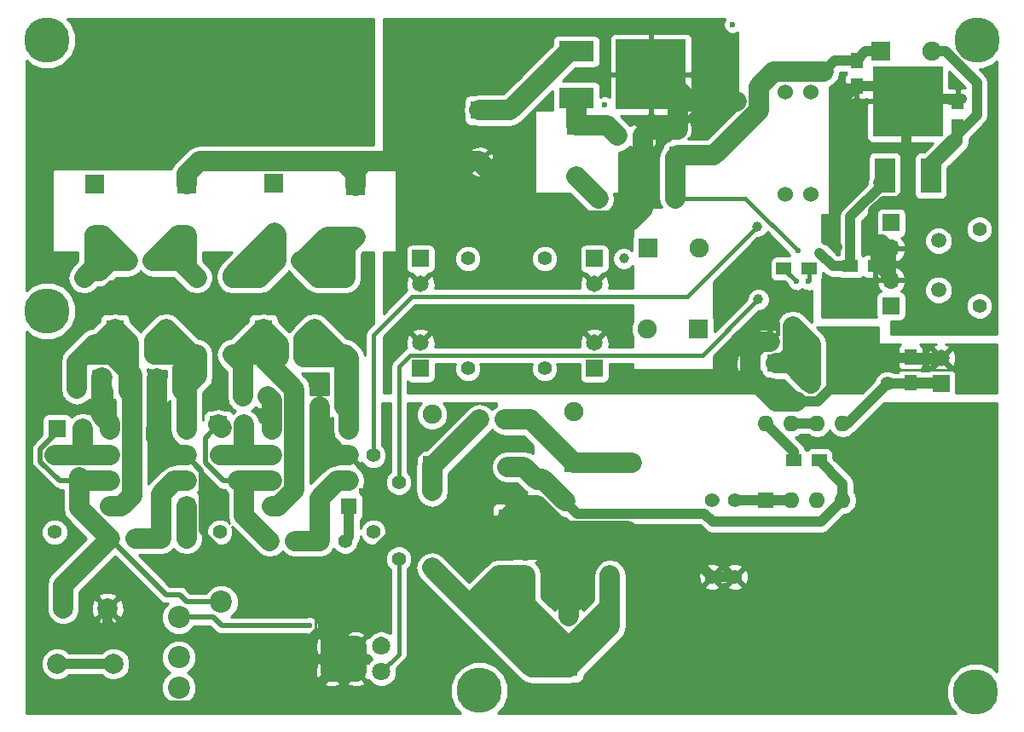
<source format=gbl>
%TF.GenerationSoftware,KiCad,Pcbnew,4.0.6+dfsg1-1*%
%TF.CreationDate,2017-11-11T18:30:39+09:00*%
%TF.ProjectId,USB_DAC1,5553425F444143312E6B696361645F70,rev?*%
%TF.FileFunction,Copper,L2,Bot,Signal*%
%FSLAX46Y46*%
G04 Gerber Fmt 4.6, Leading zero omitted, Abs format (unit mm)*
G04 Created by KiCad (PCBNEW 4.0.6+dfsg1-1) date Sat Nov 11 18:30:39 2017*
%MOMM*%
%LPD*%
G01*
G04 APERTURE LIST*
%ADD10C,0.100000*%
%ADD11R,1.778000X1.778000*%
%ADD12C,1.778000*%
%ADD13R,3.500000X2.000000*%
%ADD14R,7.000000X7.000000*%
%ADD15C,2.000000*%
%ADD16C,4.500880*%
%ADD17R,1.700000X1.700000*%
%ADD18O,1.700000X1.700000*%
%ADD19R,1.651000X1.651000*%
%ADD20C,1.651000*%
%ADD21R,1.250000X1.500000*%
%ADD22R,1.500000X1.250000*%
%ADD23C,2.200000*%
%ADD24R,1.905000X1.905000*%
%ADD25C,1.905000*%
%ADD26C,1.397000*%
%ADD27C,1.800000*%
%ADD28R,1.600000X1.600000*%
%ADD29O,1.600000X1.600000*%
%ADD30C,1.500000*%
%ADD31R,2.000000X3.500000*%
%ADD32C,1.524000*%
%ADD33C,0.600000*%
%ADD34C,1.000000*%
%ADD35C,0.250000*%
%ADD36C,2.000000*%
%ADD37C,0.400000*%
%ADD38C,1.000000*%
%ADD39C,0.500000*%
%ADD40C,0.254000*%
G04 APERTURE END LIST*
D10*
D11*
X54610000Y5207000D03*
D12*
X54610000Y10287000D03*
D13*
X55355000Y61845000D03*
X55355000Y66425000D03*
D14*
X62755000Y64145000D03*
D15*
X3798000Y5588000D03*
X4398000Y11088000D03*
X8798000Y11088000D03*
X9398000Y5588000D03*
D16*
X2794000Y40640000D03*
X45720000Y2921000D03*
X94996000Y2794000D03*
X2794000Y67564000D03*
D17*
X86614000Y49403000D03*
D18*
X86614000Y46863000D03*
D17*
X86614000Y41148000D03*
D18*
X86614000Y43688000D03*
D19*
X65405000Y56134000D03*
D20*
X65405000Y58674000D03*
D21*
X83185000Y63012000D03*
X83185000Y65512000D03*
X93218000Y61448000D03*
X93218000Y58948000D03*
D11*
X45720000Y60579000D03*
D12*
X45720000Y55499000D03*
D22*
X82570000Y45085000D03*
X85070000Y45085000D03*
X59456000Y58039000D03*
X61956000Y58039000D03*
D21*
X50292000Y14371000D03*
X50292000Y16871000D03*
D22*
X45740000Y29845000D03*
X48240000Y29845000D03*
X77069000Y37592000D03*
X74569000Y37592000D03*
D19*
X91567000Y33401000D03*
D20*
X91567000Y35941000D03*
D22*
X78466000Y44831000D03*
X75966000Y44831000D03*
D21*
X88519000Y33548000D03*
X88519000Y36048000D03*
X51435000Y21356000D03*
X51435000Y23856000D03*
D11*
X48514000Y20066000D03*
D12*
X48514000Y25146000D03*
D19*
X75184000Y35433000D03*
D20*
X72644000Y35433000D03*
D19*
X57150000Y34925000D03*
D20*
X57150000Y37465000D03*
D19*
X39878000Y34925000D03*
D20*
X39878000Y37465000D03*
D19*
X57150000Y45847000D03*
D20*
X57150000Y43307000D03*
D19*
X39878000Y45847000D03*
D20*
X39878000Y43307000D03*
D22*
X5735000Y32893000D03*
X8235000Y32893000D03*
X13442000Y36322000D03*
X10942000Y36322000D03*
D11*
X9525000Y38862000D03*
D12*
X14605000Y38862000D03*
D22*
X13315000Y45593000D03*
X10815000Y45593000D03*
X16236000Y32766000D03*
X13736000Y32766000D03*
D17*
X3810000Y28956000D03*
D18*
X6350000Y28956000D03*
D22*
X22245000Y32131000D03*
X24745000Y32131000D03*
X28047000Y45593000D03*
X25547000Y45593000D03*
X28301000Y36068000D03*
X25801000Y36068000D03*
D11*
X24257000Y38862000D03*
D12*
X29337000Y38862000D03*
D22*
X29865000Y31115000D03*
X32365000Y31115000D03*
D17*
X19812000Y29337000D03*
D18*
X22352000Y29337000D03*
D23*
X20075000Y11723000D03*
X15875000Y10223000D03*
X15875000Y6223000D03*
X15875000Y3223000D03*
D24*
X85598000Y66421000D03*
D25*
X90678000Y66421000D03*
D24*
X55372000Y59055000D03*
D25*
X55372000Y53975000D03*
D24*
X41021000Y25273000D03*
D25*
X41021000Y30353000D03*
D24*
X55118000Y25527000D03*
D25*
X55118000Y30607000D03*
D24*
X62484000Y46863000D03*
D25*
X67564000Y46863000D03*
D24*
X67437000Y38862000D03*
D25*
X62357000Y38862000D03*
D24*
X7493000Y53213000D03*
D25*
X7493000Y48133000D03*
D24*
X16637000Y53213000D03*
D25*
X16637000Y48133000D03*
D24*
X25273000Y53340000D03*
D25*
X25273000Y48260000D03*
D24*
X33401000Y53086000D03*
D25*
X33401000Y48006000D03*
D26*
X95377000Y41148000D03*
X95377000Y48768000D03*
X57531000Y51816000D03*
X65151000Y51816000D03*
X41021000Y22733000D03*
X41021000Y15113000D03*
X86233000Y33401000D03*
X78613000Y33401000D03*
X71120000Y14224000D03*
X71120000Y21844000D03*
X60830557Y25527000D03*
X54231443Y21717000D03*
X52197000Y45847000D03*
X44577000Y45847000D03*
X44577000Y34925000D03*
X52197000Y34925000D03*
X68834000Y21844000D03*
X68834000Y14224000D03*
X6477000Y43942000D03*
X6477000Y36322000D03*
X17653000Y43942000D03*
X17653000Y36322000D03*
X3556000Y26289000D03*
X3556000Y18669000D03*
X21209000Y43942000D03*
X21209000Y36322000D03*
X32385000Y43942000D03*
X32385000Y36322000D03*
X19939000Y26289000D03*
X19939000Y18669000D03*
X37719000Y23622000D03*
X37719000Y16002000D03*
X35179000Y18669000D03*
X35179000Y26289000D03*
D27*
X35988000Y4826000D03*
X33488000Y4826000D03*
X30988000Y4826000D03*
X35988000Y7326000D03*
X33488000Y7326000D03*
X30988000Y7326000D03*
D28*
X74168000Y21844000D03*
D29*
X81788000Y29464000D03*
X76708000Y21844000D03*
X79248000Y29464000D03*
X79248000Y21844000D03*
X76708000Y29464000D03*
X81788000Y21844000D03*
X74168000Y29464000D03*
D28*
X16637000Y21209000D03*
D29*
X9017000Y28829000D03*
X16637000Y23749000D03*
X9017000Y26289000D03*
X16637000Y26289000D03*
X9017000Y23749000D03*
X16637000Y28829000D03*
X9017000Y21209000D03*
D28*
X32766000Y21209000D03*
D29*
X25146000Y28829000D03*
X32766000Y23749000D03*
X25146000Y26289000D03*
X32766000Y26289000D03*
X25146000Y23749000D03*
X32766000Y28829000D03*
X25146000Y21209000D03*
D30*
X91313000Y47625000D03*
X91313000Y42725000D03*
D31*
X90555000Y54085000D03*
X85975000Y54085000D03*
D14*
X88255000Y61485000D03*
D22*
X76982000Y25781000D03*
X79482000Y25781000D03*
D26*
X32385000Y17780000D03*
X29845000Y17780000D03*
X22352000Y23749000D03*
X22352000Y26289000D03*
X27432000Y17780000D03*
X24892000Y17780000D03*
X6350000Y23749000D03*
X6350000Y26289000D03*
X16637000Y18034000D03*
X14097000Y18034000D03*
X11557000Y18034000D03*
X9017000Y18034000D03*
D16*
X95123000Y67564000D03*
D32*
X76073000Y52197000D03*
X76073000Y62357000D03*
X78613000Y52197000D03*
X78613000Y62357000D03*
D33*
X58166000Y61087000D03*
X70866000Y69088000D03*
X46736000Y34671000D03*
X46482000Y33274000D03*
X43561000Y32766000D03*
X80899000Y60833000D03*
X81661000Y50927000D03*
X81153000Y51689000D03*
X82677000Y55626000D03*
X84328000Y56896000D03*
X87376000Y56896000D03*
X90170000Y57023000D03*
X93472000Y53340000D03*
X96774000Y64516000D03*
X96647000Y63373000D03*
X96774000Y60706000D03*
X95885000Y58039000D03*
X94234000Y55245000D03*
X93345000Y45085000D03*
X96393000Y38862000D03*
X93472000Y39243000D03*
X91186000Y40894000D03*
X90424000Y40132000D03*
X88773000Y42926000D03*
X88773000Y48260000D03*
X90805000Y50038000D03*
X93091000Y50673000D03*
X94234000Y46863000D03*
X96266000Y46101000D03*
X93726000Y43053000D03*
X91821000Y45339000D03*
X89662000Y45466000D03*
X96520000Y33020000D03*
X94234000Y36703000D03*
X95885000Y36830000D03*
X95123000Y35306000D03*
X93472000Y34417000D03*
X83566000Y34798000D03*
X80645000Y36703000D03*
X75311000Y33147000D03*
X41021000Y33020000D03*
X49911000Y33655000D03*
X54483000Y33147000D03*
X60750661Y35134339D03*
X60325000Y34163000D03*
X64135000Y33782000D03*
X67564000Y33909000D03*
X69469000Y34671000D03*
X70231000Y36195000D03*
X71882000Y37592000D03*
X41783000Y43434000D03*
X50673000Y43561000D03*
X54991000Y43434000D03*
X50673000Y40005000D03*
X43053000Y40132000D03*
X44323000Y38227000D03*
X50546000Y37973000D03*
X68199000Y65278000D03*
X67818000Y58039000D03*
X67564000Y59563000D03*
X50292000Y58928000D03*
X50038000Y54229000D03*
X45593000Y51689000D03*
X43815000Y48133000D03*
X43942000Y57785000D03*
X54102000Y51562000D03*
X57658000Y49615992D03*
X60198000Y50165000D03*
X60452000Y54737000D03*
X60833000Y59563000D03*
X37211000Y68834000D03*
X37211000Y66802000D03*
X36703000Y63500000D03*
X41148000Y63119000D03*
X42545000Y64262000D03*
X42545000Y65913000D03*
X44958000Y66294000D03*
X45466000Y67310000D03*
X47879000Y67818000D03*
X47498000Y62865000D03*
X43688000Y62611000D03*
X58166000Y68707000D03*
X55372000Y64008000D03*
X75345526Y39363426D03*
X81269000Y46990000D03*
X84836000Y50419000D03*
X88265000Y51816000D03*
X88138000Y55118000D03*
X61595000Y54356000D03*
X86487000Y36195000D03*
X81407000Y34417000D03*
X48641000Y49911000D03*
X59944000Y48768000D03*
D34*
X60071000Y43688000D03*
X60134500Y40449500D03*
X84836000Y47752000D03*
X81915000Y61341000D03*
X71247000Y61468000D03*
D33*
X77343000Y46609000D03*
D34*
X79883000Y64389000D03*
D33*
X79502000Y46403000D03*
D34*
X58694000Y14371000D03*
D33*
X46990000Y31242000D03*
X50673000Y27051000D03*
X49276000Y27432000D03*
X47371000Y27178000D03*
X45720000Y26289000D03*
X45466000Y23876000D03*
X29464000Y26162000D03*
X29464000Y24765000D03*
X29845000Y32512000D03*
X30353000Y34036000D03*
X29464000Y34163000D03*
X28448000Y34290000D03*
X20955000Y30988000D03*
X20574000Y31623000D03*
X18542000Y30734000D03*
X19431000Y32639000D03*
X19558000Y33401000D03*
X19685000Y34417000D03*
X19431000Y36576000D03*
X19685000Y38227000D03*
X15240000Y41148000D03*
X1778000Y51435000D03*
X2667000Y56388000D03*
X1143000Y43434000D03*
X1143000Y44069000D03*
X4191000Y44323000D03*
X6223000Y41656000D03*
X6985000Y40386000D03*
X4445000Y37465000D03*
X1651000Y36957000D03*
X2794000Y34671000D03*
X2286000Y32131000D03*
X1016000Y25781000D03*
X3810000Y22860000D03*
X1778000Y22733000D03*
X1524000Y20066000D03*
X1397000Y18542000D03*
X3175000Y15621000D03*
X4953000Y17145000D03*
X6223000Y18034000D03*
X9525000Y15621000D03*
X10160000Y14351000D03*
X11938000Y12446000D03*
X10668000Y9398000D03*
X7112000Y8636000D03*
X2286000Y9144000D03*
X2413000Y4191000D03*
X4191000Y3556000D03*
X9017000Y3302000D03*
X12700000Y4064000D03*
X12700000Y3429000D03*
X23368000Y4191000D03*
X17780000Y2413000D03*
X20320000Y2667000D03*
X26162000Y2794000D03*
X28067000Y8382000D03*
X25400000Y8128000D03*
X22352000Y8128000D03*
X21336000Y6350000D03*
X19558000Y4572000D03*
X18542000Y3429000D03*
X26706417Y16038417D03*
X31369000Y16510000D03*
X30734000Y15748000D03*
X30734000Y14478000D03*
X28829000Y11049000D03*
X29337000Y14478000D03*
X25400000Y13041000D03*
X3810000Y58293000D03*
X5461000Y61595000D03*
X10160000Y62611000D03*
X11938000Y65532000D03*
X13970000Y68072000D03*
X19304000Y66167000D03*
X23622000Y65405000D03*
X27813000Y64008000D03*
X34671000Y62357000D03*
X34544000Y69342000D03*
X26924000Y67310000D03*
X1524000Y62230000D03*
X6731000Y65151000D03*
X9525000Y68326000D03*
X5842000Y69088000D03*
X8509000Y63881000D03*
X2032000Y63881000D03*
X3048000Y54991000D03*
X2921000Y46101000D03*
X19177000Y46101000D03*
X19431000Y44577000D03*
X19304000Y43180000D03*
X18669000Y40894000D03*
X15113000Y43561000D03*
X8128000Y42672000D03*
X9271000Y43434000D03*
X10541000Y43561000D03*
X12065000Y44196000D03*
X12065000Y39243000D03*
X67437000Y17653000D03*
X72644000Y17780000D03*
X80137000Y17653000D03*
X83947000Y29083000D03*
X86360000Y31115000D03*
X96520000Y30861000D03*
X94742000Y29337000D03*
X79502000Y27305000D03*
X77724000Y27940000D03*
X80137000Y27940000D03*
X84836000Y27305000D03*
X90043000Y23114000D03*
X89408000Y20955000D03*
X87376000Y13335000D03*
X92456000Y15875000D03*
X96393000Y5969000D03*
X94361000Y8509000D03*
X91821000Y1524000D03*
X87122000Y5080000D03*
X80391000Y7366000D03*
X77851000Y13462000D03*
X74168000Y7112000D03*
X64262000Y14732000D03*
X64389000Y6096000D03*
X57785000Y1778000D03*
X50673000Y2413000D03*
X44704000Y7112000D03*
X39116000Y3429000D03*
X35052000Y1016000D03*
X42545000Y1143000D03*
X41021000Y6223000D03*
X34036000Y22733000D03*
X34544000Y20701000D03*
X33909000Y25146000D03*
X36322000Y30861000D03*
X36576000Y28448000D03*
X36703000Y25527000D03*
X35179000Y23876000D03*
X39116000Y19558000D03*
X38862000Y29718000D03*
X44450000Y31242000D03*
X42545000Y31242000D03*
X39116000Y25146000D03*
X43942000Y17272000D03*
X54610000Y16383000D03*
X57150000Y18816000D03*
X60960000Y18288000D03*
X13716000Y33909000D03*
X8255000Y34036000D03*
X8235000Y30268000D03*
X18034000Y24892000D03*
X13843000Y31369000D03*
X14441947Y27268947D03*
X8235000Y31369000D03*
X21057609Y15850609D03*
X13589000Y28829000D03*
X29464000Y28829000D03*
X76835000Y39116000D03*
X78359000Y43561000D03*
X77216000Y43561000D03*
D34*
X60071000Y45847000D03*
D33*
X28829000Y9398000D03*
D34*
X73406000Y41783000D03*
X73279000Y49022000D03*
D35*
X46736000Y34671000D02*
X46736000Y34798000D01*
X46736000Y34798000D02*
X46482000Y34544000D01*
X46482000Y34544000D02*
X46482000Y33274000D01*
X81153000Y51689000D02*
X81153000Y51435000D01*
X81153000Y51435000D02*
X81661000Y50927000D01*
X84328000Y56896000D02*
X83947000Y56896000D01*
X83947000Y56896000D02*
X82677000Y55626000D01*
X90170000Y57023000D02*
X87503000Y57023000D01*
X87503000Y57023000D02*
X87376000Y56896000D01*
X96774000Y64516000D02*
X96774000Y56642000D01*
X96774000Y56642000D02*
X93472000Y53340000D01*
X96774000Y60706000D02*
X96774000Y63246000D01*
X96774000Y63246000D02*
X96647000Y63373000D01*
X94234000Y55245000D02*
X95885000Y56896000D01*
X95885000Y56896000D02*
X95885000Y58039000D01*
X94696001Y39161999D02*
X93345000Y40513000D01*
X93345000Y40513000D02*
X93345000Y45085000D01*
X96393000Y38862000D02*
X96093001Y39161999D01*
X96093001Y39161999D02*
X94696001Y39161999D01*
X91186000Y40894000D02*
X91821000Y40894000D01*
X91821000Y40894000D02*
X93472000Y39243000D01*
X88773000Y42926000D02*
X88773000Y41783000D01*
X88773000Y41783000D02*
X90424000Y40132000D01*
X90805000Y50038000D02*
X89027000Y48260000D01*
X89027000Y48260000D02*
X88773000Y48260000D01*
X94234000Y46863000D02*
X93091000Y48006000D01*
X93091000Y48006000D02*
X93091000Y50673000D01*
X93726000Y43053000D02*
X93726000Y43561000D01*
X93726000Y43561000D02*
X96266000Y46101000D01*
X89662000Y45466000D02*
X91694000Y45466000D01*
X91694000Y45466000D02*
X91821000Y45339000D01*
X94234000Y36703000D02*
X96520000Y34417000D01*
X96520000Y34417000D02*
X96520000Y33020000D01*
X95123000Y35306000D02*
X95123000Y36068000D01*
X95123000Y36068000D02*
X95885000Y36830000D01*
X83566000Y34798000D02*
X93091000Y34798000D01*
X93091000Y34798000D02*
X93472000Y34417000D01*
X75311000Y33147000D02*
X76382010Y32075990D01*
X76382010Y32075990D02*
X79161837Y32075990D01*
X79161837Y32075990D02*
X80645000Y33559153D01*
X80645000Y33559153D02*
X80645000Y36703000D01*
X42799000Y33425000D02*
X41426000Y33425000D01*
X41426000Y33425000D02*
X41021000Y33020000D01*
X54483000Y33147000D02*
X50419000Y33147000D01*
X50419000Y33147000D02*
X49911000Y33655000D01*
X60325000Y34163000D02*
X60325000Y34708678D01*
X60325000Y34708678D02*
X60750661Y35134339D01*
X67564000Y33909000D02*
X64262000Y33909000D01*
X64262000Y33909000D02*
X64135000Y33782000D01*
X70231000Y36195000D02*
X70231000Y35433000D01*
X70231000Y35433000D02*
X69469000Y34671000D01*
X74569000Y37592000D02*
X71882000Y37592000D01*
X50673000Y43561000D02*
X50800000Y43434000D01*
X50800000Y43434000D02*
X54991000Y43434000D01*
X50546000Y37973000D02*
X50546000Y39878000D01*
X50546000Y39878000D02*
X50673000Y40005000D01*
X50546000Y37973000D02*
X44577000Y37973000D01*
X44577000Y37973000D02*
X44323000Y38227000D01*
X71247000Y61468000D02*
X71247000Y62230000D01*
X71247000Y62230000D02*
X68199000Y65278000D01*
X68580000Y61468000D02*
X68580000Y58801000D01*
X68580000Y58801000D02*
X67818000Y58039000D01*
X45720000Y55499000D02*
X46863000Y55499000D01*
X46863000Y55499000D02*
X50292000Y58928000D01*
X50038000Y54229000D02*
X47498000Y51689000D01*
X47498000Y51689000D02*
X45593000Y51689000D01*
X43815000Y48133000D02*
X43942000Y48260000D01*
X43942000Y48260000D02*
X43942000Y57785000D01*
X54102000Y51562000D02*
X56048008Y49615992D01*
X56048008Y49615992D02*
X57658000Y49615992D01*
X60198000Y50165000D02*
X60452000Y50419000D01*
X60452000Y50419000D02*
X60452000Y54737000D01*
X60833000Y59563000D02*
X61722000Y58674000D01*
X61722000Y58674000D02*
X65405000Y58674000D01*
X37211000Y68834000D02*
X37211000Y66802000D01*
X36703000Y63500000D02*
X37084000Y63119000D01*
X37084000Y63119000D02*
X41148000Y63119000D01*
X42545000Y64262000D02*
X42545000Y65913000D01*
X44958000Y66294000D02*
X45466000Y66802000D01*
X45466000Y66802000D02*
X45466000Y67310000D01*
X47879000Y67818000D02*
X47498000Y67437000D01*
X47498000Y67437000D02*
X47498000Y62865000D01*
X43688000Y62611000D02*
X43434000Y62865000D01*
X58166000Y64145000D02*
X58166000Y68707000D01*
X62755000Y64145000D02*
X58166000Y64145000D01*
X58166000Y64145000D02*
X55509000Y64145000D01*
X55509000Y64145000D02*
X55372000Y64008000D01*
D36*
X72644000Y35433000D02*
X72644000Y34265567D01*
X72644000Y34265567D02*
X75208576Y31700991D01*
X75208576Y31700991D02*
X77184009Y31700991D01*
D37*
X75345526Y39363426D02*
X75345526Y38368526D01*
X75345526Y38368526D02*
X74569000Y37592000D01*
D36*
X72644000Y35433000D02*
X72644000Y36600433D01*
X72644000Y36600433D02*
X73635567Y37592000D01*
X73635567Y37592000D02*
X74569000Y37592000D01*
D38*
X81269000Y46990000D02*
X81280000Y46990000D01*
X88265000Y51816000D02*
X87947500Y52133500D01*
X87947500Y52133500D02*
X88265000Y51816000D01*
X88265000Y51816000D02*
X88265000Y52451000D01*
X61595000Y54356000D02*
X61956000Y54356000D01*
X61956000Y54356000D02*
X61595000Y54356000D01*
X61595000Y54356000D02*
X61956000Y54356000D01*
D39*
X86487000Y36195000D02*
X86487000Y35941000D01*
X86487000Y35941000D02*
X86487000Y36195000D01*
X86487000Y36195000D02*
X86487000Y35941000D01*
X81407000Y34417000D02*
X81720088Y34103912D01*
X81720088Y34103912D02*
X81407000Y34417000D01*
X81407000Y34417000D02*
X81407000Y33790824D01*
X59944000Y48768000D02*
X59944000Y49615992D01*
X59944000Y49615992D02*
X59944000Y48768000D01*
X59944000Y48768000D02*
X59944000Y49615992D01*
X60134500Y40449500D02*
X60071000Y40513000D01*
D36*
X45720000Y55499000D02*
X32131000Y55499000D01*
X61956000Y58039000D02*
X61956000Y54356000D01*
X61956000Y54356000D02*
X61956000Y50780000D01*
X61956000Y50780000D02*
X60791992Y49615992D01*
X60791992Y49615992D02*
X59944000Y49615992D01*
X59944000Y49615992D02*
X51603008Y49615992D01*
X51603008Y49615992D02*
X45720000Y55499000D01*
D38*
X91567000Y35941000D02*
X88626000Y35941000D01*
X88626000Y35941000D02*
X88519000Y36048000D01*
X89154000Y35941000D02*
X86487000Y35941000D01*
X86487000Y35941000D02*
X83557176Y35941000D01*
X83557176Y35941000D02*
X81407000Y33790824D01*
X81407000Y33790824D02*
X79317167Y31700991D01*
X79317167Y31700991D02*
X77184009Y31700991D01*
X91567000Y35794000D02*
X89301000Y35794000D01*
X89301000Y35794000D02*
X89154000Y35941000D01*
D36*
X34290000Y55499000D02*
X32131000Y55499000D01*
X32131000Y55499000D02*
X17907000Y55499000D01*
X33401000Y53086000D02*
X33401000Y54229000D01*
X33401000Y54229000D02*
X32131000Y55499000D01*
X17907000Y55499000D02*
X16637000Y54229000D01*
X16637000Y54229000D02*
X16637000Y53213000D01*
X34290000Y55499000D02*
X33401000Y54610000D01*
X33401000Y54610000D02*
X33401000Y53086000D01*
D38*
X81915000Y61341000D02*
X81915000Y61742000D01*
X81915000Y61742000D02*
X83185000Y63012000D01*
D36*
X61956000Y58039000D02*
X62591000Y58674000D01*
X62591000Y58674000D02*
X65405000Y58674000D01*
X65405000Y58674000D02*
X65405000Y61495000D01*
X65405000Y61495000D02*
X62755000Y64145000D01*
X71247000Y61468000D02*
X68580000Y61468000D01*
X68580000Y61468000D02*
X65432000Y61468000D01*
D38*
X67056000Y61468000D02*
X66548000Y61468000D01*
D36*
X71247000Y61468000D02*
X69977000Y61468000D01*
D38*
X66548000Y61468000D02*
X65432000Y61468000D01*
D36*
X62755000Y64145000D02*
X63871000Y64145000D01*
X63871000Y64145000D02*
X66548000Y61468000D01*
D38*
X65432000Y61468000D02*
X62755000Y64145000D01*
X83185000Y63012000D02*
X87229000Y63012000D01*
X87229000Y63012000D02*
X88138000Y62103000D01*
X86614000Y46863000D02*
X86614000Y45720000D01*
X86614000Y45720000D02*
X86614000Y43688000D01*
X84836000Y46944000D02*
X84836000Y47752000D01*
X84875001Y47712999D02*
X84836000Y47752000D01*
X84836000Y47752000D02*
X84836000Y49911000D01*
X86614000Y46863000D02*
X85764001Y47712999D01*
X85764001Y47712999D02*
X84875001Y47712999D01*
X86614000Y46863000D02*
X85223000Y46863000D01*
X85223000Y46863000D02*
X85070000Y46710000D01*
X85070000Y45319000D02*
X85471000Y45720000D01*
X85471000Y45720000D02*
X86614000Y46863000D01*
X86614000Y43688000D02*
X86614000Y44890081D01*
X86614000Y44890081D02*
X85784081Y45720000D01*
X85784081Y45720000D02*
X85471000Y45720000D01*
X87376000Y51562000D02*
X88265000Y52451000D01*
X88265000Y52451000D02*
X88138000Y52324000D01*
X88138000Y52324000D02*
X88138000Y55118000D01*
X88138000Y55118000D02*
X88138000Y57023000D01*
X88138000Y57023000D02*
X88138000Y62103000D01*
X85812998Y51562000D02*
X87376000Y51562000D01*
X84836000Y49911000D02*
X84836000Y50419000D01*
X84836000Y49911000D02*
X84836000Y50585002D01*
X84836000Y50585002D02*
X85812998Y51562000D01*
X85070000Y45085000D02*
X85070000Y46710000D01*
X85070000Y46710000D02*
X84836000Y46944000D01*
X93599000Y61742000D02*
X88499000Y61742000D01*
X88499000Y61742000D02*
X88138000Y62103000D01*
X85070000Y45085000D02*
X85217000Y45085000D01*
X85217000Y45085000D02*
X86614000Y43688000D01*
X85070000Y45085000D02*
X85070000Y45319000D01*
X85598000Y66421000D02*
X84094000Y66421000D01*
X84094000Y66421000D02*
X83185000Y65512000D01*
D37*
X77343000Y46609000D02*
X72136000Y51816000D01*
X72136000Y51816000D02*
X65151000Y51816000D01*
D36*
X65151000Y51816000D02*
X65151000Y55880000D01*
D38*
X65151000Y55880000D02*
X65405000Y56134000D01*
D36*
X73447010Y62921792D02*
X73447010Y60556727D01*
X73447010Y60556727D02*
X69024283Y56134000D01*
X69024283Y56134000D02*
X65405000Y56134000D01*
D38*
X83185000Y65512000D02*
X81006000Y65512000D01*
X83185000Y65512000D02*
X83292000Y65512000D01*
D36*
X79883000Y64389000D02*
X74914218Y64389000D01*
X74914218Y64389000D02*
X73447010Y62921792D01*
D38*
X81006000Y65512000D02*
X79883000Y64389000D01*
X90678000Y66421000D02*
X92025038Y66421000D01*
X92025038Y66421000D02*
X95123000Y63323038D01*
X90438000Y54703000D02*
X93218000Y57483000D01*
X95123000Y63323038D02*
X95123000Y60138000D01*
X95123000Y60138000D02*
X90438000Y55453000D01*
X90438000Y55453000D02*
X90438000Y54703000D01*
X90555000Y54085000D02*
X90555000Y54835000D01*
X90555000Y54835000D02*
X93203000Y57483000D01*
X93203000Y57483000D02*
X93218000Y57483000D01*
X93218000Y58948000D02*
X93218000Y57483000D01*
D36*
X50800000Y62620000D02*
X52696000Y64516000D01*
X52696000Y64516000D02*
X54605000Y66425000D01*
X45720000Y60579000D02*
X48759000Y60579000D01*
X48759000Y60579000D02*
X52696000Y64516000D01*
X54605000Y66425000D02*
X55355000Y66425000D01*
D38*
X85975000Y54085000D02*
X85975000Y53421072D01*
X85975000Y53421072D02*
X82570000Y50016072D01*
X82570000Y50016072D02*
X82570000Y46710000D01*
X82570000Y46710000D02*
X82570000Y45085000D01*
X85335000Y53445000D02*
X85975000Y54085000D01*
X82570000Y45085000D02*
X80820000Y45085000D01*
X80820000Y45085000D02*
X79502000Y46403000D01*
D36*
X54546717Y7239000D02*
X54673283Y7239000D01*
X54673283Y7239000D02*
X58694000Y11259717D01*
X58694000Y11259717D02*
X58694000Y13663894D01*
X58694000Y13663894D02*
X58694000Y14371000D01*
X50292000Y14371000D02*
X50292000Y11493717D01*
X50292000Y11493717D02*
X54546717Y7239000D01*
X52324000Y5969000D02*
X48133000Y10160000D01*
X48133000Y10160000D02*
X47752000Y10160000D01*
X52324000Y5207000D02*
X54610000Y5207000D01*
X50927000Y5207000D02*
X52324000Y5207000D01*
X52324000Y5207000D02*
X52324000Y5969000D01*
X44958000Y11176000D02*
X47752000Y8382000D01*
X47752000Y10160000D02*
X47752000Y8382000D01*
X47752000Y8382000D02*
X50927000Y5207000D01*
X49213000Y11621000D02*
X47752000Y10160000D01*
X50292000Y11621000D02*
X49213000Y11621000D01*
X47224000Y12954000D02*
X48959000Y12954000D01*
X48959000Y12954000D02*
X50292000Y11621000D01*
X45847000Y11577000D02*
X47224000Y12954000D01*
X45847000Y11176000D02*
X45847000Y11577000D01*
X50292000Y14371000D02*
X50292000Y11621000D01*
X50292000Y11621000D02*
X49847000Y11176000D01*
X49847000Y11176000D02*
X45847000Y11176000D01*
X50292000Y14371000D02*
X50292000Y9525000D01*
X50292000Y9525000D02*
X54610000Y5207000D01*
X50292000Y14371000D02*
X47667000Y14371000D01*
X47667000Y14371000D02*
X44958000Y11662000D01*
X44958000Y11662000D02*
X44958000Y11176000D01*
X54610000Y5207000D02*
X58694000Y9291000D01*
X58694000Y9291000D02*
X58694000Y14371000D01*
X50292000Y14246000D02*
X50292000Y14371000D01*
X41021000Y15113000D02*
X44958000Y11176000D01*
X44958000Y11176000D02*
X45847000Y11176000D01*
D38*
X76982000Y25781000D02*
X76982000Y26650000D01*
X76982000Y26650000D02*
X74168000Y29464000D01*
D35*
X49276000Y27432000D02*
X50292000Y27432000D01*
X50292000Y27432000D02*
X50673000Y27051000D01*
X45720000Y26289000D02*
X46482000Y26289000D01*
X46482000Y26289000D02*
X47371000Y27178000D01*
X43942000Y17272000D02*
X43942000Y22352000D01*
X43942000Y22352000D02*
X45466000Y23876000D01*
X29464000Y24765000D02*
X29464000Y26162000D01*
X30353000Y34036000D02*
X30353000Y33020000D01*
X30353000Y33020000D02*
X29845000Y32512000D01*
X28448000Y34290000D02*
X29337000Y34290000D01*
X29337000Y34290000D02*
X29464000Y34163000D01*
X20574000Y31623000D02*
X20574000Y31369000D01*
X20574000Y31369000D02*
X20955000Y30988000D01*
X19431000Y32639000D02*
X19431000Y31623000D01*
X19431000Y31623000D02*
X18542000Y30734000D01*
X19685000Y34417000D02*
X19685000Y33528000D01*
X19685000Y33528000D02*
X19558000Y33401000D01*
X19685000Y38227000D02*
X19685000Y36830000D01*
X19685000Y36830000D02*
X19431000Y36576000D01*
X6223000Y41656000D02*
X14732000Y41656000D01*
X14732000Y41656000D02*
X15240000Y41148000D01*
X1778000Y51435000D02*
X1778000Y46101000D01*
X1778000Y46101000D02*
X6223000Y41656000D01*
X1143000Y43434000D02*
X1143000Y54864000D01*
X1143000Y54864000D02*
X2667000Y56388000D01*
X4191000Y44323000D02*
X1397000Y44323000D01*
X1397000Y44323000D02*
X1143000Y44069000D01*
X6985000Y40386000D02*
X6985000Y40894000D01*
X6985000Y40894000D02*
X6223000Y41656000D01*
X1651000Y36957000D02*
X3937000Y36957000D01*
X3937000Y36957000D02*
X4445000Y37465000D01*
X2794000Y34671000D02*
X2794000Y35814000D01*
X2794000Y35814000D02*
X1651000Y36957000D01*
X2286000Y32131000D02*
X2794000Y32639000D01*
X2794000Y32639000D02*
X2794000Y34671000D01*
X3810000Y22860000D02*
X1016000Y25654000D01*
X1016000Y25654000D02*
X1016000Y25781000D01*
X1524000Y20066000D02*
X1524000Y22479000D01*
X1524000Y22479000D02*
X1778000Y22733000D01*
X3175000Y15621000D02*
X1397000Y17399000D01*
X1397000Y17399000D02*
X1397000Y18542000D01*
X6223000Y18034000D02*
X5842000Y18034000D01*
X5842000Y18034000D02*
X4953000Y17145000D01*
X10160000Y14351000D02*
X10160000Y14986000D01*
X10160000Y14986000D02*
X9525000Y15621000D01*
X10668000Y9398000D02*
X11938000Y10668000D01*
X11938000Y10668000D02*
X11938000Y12446000D01*
X2286000Y9144000D02*
X2794000Y8636000D01*
X2794000Y8636000D02*
X7112000Y8636000D01*
X4191000Y3556000D02*
X3048000Y3556000D01*
X3048000Y3556000D02*
X2413000Y4191000D01*
X12700000Y4064000D02*
X9779000Y4064000D01*
X9779000Y4064000D02*
X9017000Y3302000D01*
D38*
X15748000Y1422999D02*
X18288000Y1422999D01*
X12382219Y1422999D02*
X15748000Y1422999D01*
D35*
X15748000Y1422999D02*
X14706001Y1422999D01*
X14706001Y1422999D02*
X12700000Y3429000D01*
X23368000Y4191000D02*
X21056001Y4191000D01*
D38*
X18288000Y1422999D02*
X27584999Y1422999D01*
D35*
X21056001Y4191000D02*
X18288000Y1422999D01*
X20320000Y2667000D02*
X18034000Y2667000D01*
X18034000Y2667000D02*
X17780000Y2413000D01*
X28067000Y8382000D02*
X26162000Y6477000D01*
X26162000Y6477000D02*
X26162000Y2794000D01*
X22352000Y8128000D02*
X25400000Y8128000D01*
X19558000Y4572000D02*
X21336000Y6350000D01*
X26706417Y16038417D02*
X29454001Y13290833D01*
X29454001Y13290833D02*
X29454001Y9097999D01*
X29454001Y9097999D02*
X23785002Y3429000D01*
X23785002Y3429000D02*
X18542000Y3429000D01*
X30734000Y15748000D02*
X30734000Y15875000D01*
X30734000Y15875000D02*
X31369000Y16510000D01*
X28829000Y11049000D02*
X28829000Y12573000D01*
X28829000Y12573000D02*
X30734000Y14478000D01*
X25400000Y13041000D02*
X27900000Y13041000D01*
X27900000Y13041000D02*
X29337000Y14478000D01*
D39*
X26519718Y13041000D02*
X25400000Y13041000D01*
X25400000Y13041000D02*
X23867218Y13041000D01*
D35*
X22590391Y15850609D02*
X25400000Y13041000D01*
X21057609Y15850609D02*
X22590391Y15850609D01*
X10160000Y62611000D02*
X9144000Y61595000D01*
X9144000Y61595000D02*
X5461000Y61595000D01*
X13970000Y68072000D02*
X11938000Y66040000D01*
X11938000Y66040000D02*
X11938000Y65532000D01*
X23622000Y65405000D02*
X22860000Y66167000D01*
X22860000Y66167000D02*
X19304000Y66167000D01*
X34671000Y62357000D02*
X33020000Y64008000D01*
X33020000Y64008000D02*
X27813000Y64008000D01*
X26924000Y67310000D02*
X32512000Y67310000D01*
X32512000Y67310000D02*
X34544000Y69342000D01*
X6731000Y65151000D02*
X4445000Y65151000D01*
X4445000Y65151000D02*
X1524000Y62230000D01*
X5842000Y69088000D02*
X6604000Y68326000D01*
X6604000Y68326000D02*
X9525000Y68326000D01*
X2032000Y63881000D02*
X8509000Y63881000D01*
X2921000Y46101000D02*
X2921000Y54864000D01*
X2921000Y54864000D02*
X3048000Y54991000D01*
X19431000Y44577000D02*
X19431000Y45847000D01*
X19431000Y45847000D02*
X19177000Y46101000D01*
X18669000Y40894000D02*
X19304000Y41529000D01*
X19304000Y41529000D02*
X19304000Y43180000D01*
X8128000Y42672000D02*
X9017000Y43561000D01*
X9017000Y43561000D02*
X15113000Y43561000D01*
X10541000Y43561000D02*
X9398000Y43561000D01*
X9398000Y43561000D02*
X9271000Y43434000D01*
X12065000Y39243000D02*
X12065000Y44196000D01*
D38*
X66274000Y18816000D02*
X67437000Y17653000D01*
X67437000Y17653000D02*
X67818000Y17272000D01*
D35*
X80137000Y17653000D02*
X72771000Y17653000D01*
X72771000Y17653000D02*
X72644000Y17780000D01*
X86360000Y31115000D02*
X84328000Y29083000D01*
X84328000Y29083000D02*
X83947000Y29083000D01*
X94742000Y29337000D02*
X94996000Y29337000D01*
X94996000Y29337000D02*
X96520000Y30861000D01*
X77724000Y27940000D02*
X78867000Y27940000D01*
X78867000Y27940000D02*
X79502000Y27305000D01*
X84836000Y27305000D02*
X80772000Y27305000D01*
X80772000Y27305000D02*
X80137000Y27940000D01*
X89408000Y20955000D02*
X89408000Y22479000D01*
X89408000Y22479000D02*
X90043000Y23114000D01*
X92456000Y15875000D02*
X89916000Y13335000D01*
X89916000Y13335000D02*
X87376000Y13335000D01*
X94361000Y8509000D02*
X96393000Y6477000D01*
X96393000Y6477000D02*
X96393000Y5969000D01*
X87122000Y5080000D02*
X90678000Y1524000D01*
X90678000Y1524000D02*
X91821000Y1524000D01*
X77851000Y13462000D02*
X80391000Y10922000D01*
X80391000Y10922000D02*
X80391000Y7366000D01*
X64262000Y14732000D02*
X71882000Y7112000D01*
X71882000Y7112000D02*
X74168000Y7112000D01*
X57785000Y1778000D02*
X60071000Y1778000D01*
X60071000Y1778000D02*
X64389000Y6096000D01*
X44704000Y7112000D02*
X45974000Y7112000D01*
X45974000Y7112000D02*
X50673000Y2413000D01*
X35052000Y1016000D02*
X37465000Y3429000D01*
X37465000Y3429000D02*
X39116000Y3429000D01*
X41021000Y6223000D02*
X41021000Y2667000D01*
X41021000Y2667000D02*
X42545000Y1143000D01*
X34544000Y20701000D02*
X34544000Y22225000D01*
X34544000Y22225000D02*
X34036000Y22733000D01*
D39*
X32766000Y26289000D02*
X33909000Y25146000D01*
X33909000Y25146000D02*
X35179000Y23876000D01*
D35*
X36576000Y28448000D02*
X36576000Y30607000D01*
X36576000Y30607000D02*
X36322000Y30861000D01*
X35179000Y23876000D02*
X35179000Y24003000D01*
X35179000Y24003000D02*
X36703000Y25527000D01*
D39*
X35179000Y23876000D02*
X39834718Y19220282D01*
D35*
X39116000Y19558000D02*
X35179000Y23495000D01*
X35179000Y23495000D02*
X35179000Y23876000D01*
X39116000Y25146000D02*
X39116000Y29464000D01*
X39116000Y29464000D02*
X38862000Y29718000D01*
X42926000Y29668002D02*
X42926000Y30861000D01*
X42926000Y30861000D02*
X42545000Y31242000D01*
X39116000Y25146000D02*
X39116000Y25858002D01*
X39116000Y25858002D02*
X42926000Y29668002D01*
X50292000Y16871000D02*
X44343000Y16871000D01*
X44343000Y16871000D02*
X43942000Y17272000D01*
D36*
X54610000Y10287000D02*
X54610000Y11544235D01*
X54610000Y11544235D02*
X54229000Y11925235D01*
X54229000Y11925235D02*
X54229000Y16891000D01*
X54229000Y16891000D02*
X55225000Y16891000D01*
X55225000Y16891000D02*
X57150000Y18816000D01*
X57150000Y18816000D02*
X54102000Y18816000D01*
X54102000Y18816000D02*
X51181000Y18816000D01*
X51435000Y21356000D02*
X53975000Y18816000D01*
X53975000Y18816000D02*
X54102000Y18816000D01*
X51403000Y20066000D02*
X51403000Y21324000D01*
X51403000Y21324000D02*
X51435000Y21356000D01*
X48514000Y20066000D02*
X51403000Y20066000D01*
X51403000Y20066000D02*
X51435000Y20034000D01*
X51435000Y20034000D02*
X51435000Y19685000D01*
X54229000Y16891000D02*
X48153000Y16891000D01*
X48153000Y16891000D02*
X46228000Y18816000D01*
X54229000Y16891000D02*
X51328000Y16891000D01*
X51328000Y16891000D02*
X50292000Y17927000D01*
X51435000Y21356000D02*
X51435000Y19685000D01*
X51435000Y19685000D02*
X54229000Y16891000D01*
X51435000Y21356000D02*
X51435000Y19070000D01*
X51435000Y19070000D02*
X51181000Y18816000D01*
X51435000Y21356000D02*
X49804000Y21356000D01*
X49804000Y21356000D02*
X48514000Y20066000D01*
X13736000Y32766000D02*
X13736000Y33889000D01*
X13736000Y33889000D02*
X13716000Y33909000D01*
X8235000Y32893000D02*
X8235000Y34016000D01*
X8235000Y34016000D02*
X8255000Y34036000D01*
D39*
X60960000Y18288000D02*
X60452000Y18796000D01*
X60452000Y18796000D02*
X60452000Y18816000D01*
X18034000Y24892000D02*
X18087010Y24838990D01*
X13843000Y31369000D02*
X13736000Y31369000D01*
X13736000Y31369000D02*
X13843000Y31369000D01*
X13843000Y31369000D02*
X13736000Y31369000D01*
D38*
X34059718Y13041000D02*
X34059718Y15479936D01*
X34059718Y15479936D02*
X37395782Y18816000D01*
X37395782Y18816000D02*
X39834718Y18816000D01*
D36*
X48514000Y20066000D02*
X48514000Y19705000D01*
X48514000Y19705000D02*
X49403000Y18816000D01*
D39*
X39834718Y19220282D02*
X39834718Y18816000D01*
X23867218Y13041000D02*
X21057609Y15850609D01*
X21057609Y15850609D02*
X18087010Y18821208D01*
X18087010Y18821208D02*
X18087010Y24838990D01*
X18087010Y24838990D02*
X17436999Y25489001D01*
X17436999Y25489001D02*
X16637000Y26289000D01*
D38*
X8798000Y11088000D02*
X8798000Y9673787D01*
X8798000Y9673787D02*
X11428499Y7043288D01*
X11428499Y7043288D02*
X11428499Y2376719D01*
X11428499Y2376719D02*
X12382219Y1422999D01*
X27584999Y1422999D02*
X30088001Y3926001D01*
X30088001Y3926001D02*
X30988000Y4826000D01*
D36*
X30988000Y11049000D02*
X30821000Y11049000D01*
X30821000Y11049000D02*
X28829000Y13041000D01*
X30988000Y11049000D02*
X30988000Y12787000D01*
X30988000Y7326000D02*
X30988000Y11049000D01*
X30734000Y13041000D02*
X32258000Y13041000D01*
X32258000Y13041000D02*
X34059718Y13041000D01*
X30988000Y11049000D02*
X30988000Y11771000D01*
X30988000Y11771000D02*
X32258000Y13041000D01*
X28829000Y13041000D02*
X30734000Y13041000D01*
X30988000Y12787000D02*
X30734000Y13041000D01*
D38*
X60452000Y18816000D02*
X66274000Y18816000D01*
X67818000Y17272000D02*
X67818000Y15240000D01*
X67818000Y15240000D02*
X68834000Y14224000D01*
D36*
X28829000Y13041000D02*
X26519718Y13041000D01*
X31496000Y13041000D02*
X28829000Y13041000D01*
X34059718Y13041000D02*
X34480718Y13462000D01*
X33488000Y7326000D02*
X30988000Y4826000D01*
X33488000Y4826000D02*
X33488000Y7326000D01*
X30988000Y7326000D02*
X30988000Y4826000D01*
X49403000Y18816000D02*
X46228000Y18816000D01*
X46228000Y18816000D02*
X43414000Y18816000D01*
X39834718Y18816000D02*
X46228000Y18816000D01*
X33488000Y4826000D02*
X30988000Y4826000D01*
X30988000Y7326000D02*
X33488000Y7326000D01*
X8235000Y32893000D02*
X8235000Y31369000D01*
X8235000Y31369000D02*
X8235000Y30268000D01*
X8235000Y30268000D02*
X9017000Y29486000D01*
X9017000Y29486000D02*
X9017000Y28829000D01*
X8402000Y32639000D02*
X8402000Y30014000D01*
X8402000Y30014000D02*
X9017000Y29399000D01*
X9017000Y29399000D02*
X9017000Y28829000D01*
X13736000Y32766000D02*
X13736000Y31369000D01*
X13736000Y31369000D02*
X13736000Y28976000D01*
X13736000Y28976000D02*
X13589000Y28829000D01*
X13589000Y28829000D02*
X13589000Y28121894D01*
X13589000Y28121894D02*
X14441947Y27268947D01*
X14441947Y27268947D02*
X15421894Y26289000D01*
X15421894Y26289000D02*
X15505630Y26289000D01*
X15505630Y26289000D02*
X16637000Y26289000D01*
X25146000Y28829000D02*
X25146000Y31730000D01*
X25146000Y31730000D02*
X24745000Y32131000D01*
X29865000Y31115000D02*
X29865000Y28058630D01*
X29865000Y28058630D02*
X31634630Y26289000D01*
X31537010Y26289000D02*
X31634630Y26289000D01*
X31634630Y26289000D02*
X32766000Y26289000D01*
D38*
X40239000Y18816000D02*
X43414000Y18816000D01*
D36*
X50292000Y16871000D02*
X50292000Y17927000D01*
X50292000Y17927000D02*
X51181000Y18816000D01*
X51181000Y18816000D02*
X49403000Y18816000D01*
X60452000Y18816000D02*
X57150000Y18816000D01*
X50038000Y16978000D02*
X50038000Y17673000D01*
X50038000Y17673000D02*
X51181000Y18816000D01*
D38*
X68834000Y14224000D02*
X71120000Y14224000D01*
D36*
X55372000Y59055000D02*
X58440000Y59055000D01*
X58440000Y59055000D02*
X59456000Y58039000D01*
X55372000Y59055000D02*
X55372000Y61828000D01*
X55372000Y61828000D02*
X55355000Y61845000D01*
X41021000Y22733000D02*
X41021000Y25273000D01*
X41021000Y25273000D02*
X41168000Y25273000D01*
X41168000Y25273000D02*
X45740000Y29845000D01*
X55118000Y25527000D02*
X56642000Y25527000D01*
X56642000Y25527000D02*
X58039000Y25527000D01*
X60830557Y25527000D02*
X56642000Y25527000D01*
X48240000Y29845000D02*
X50800000Y29845000D01*
X50800000Y29845000D02*
X55118000Y25527000D01*
X75184000Y35433000D02*
X75945002Y35433000D01*
X75945002Y35433000D02*
X76835000Y36322998D01*
X76835000Y36322998D02*
X76835000Y38691736D01*
X76835000Y38691736D02*
X76835000Y39116000D01*
X78613000Y33401000D02*
X78613000Y37338000D01*
X78613000Y37338000D02*
X76835000Y39116000D01*
X75184000Y35433000D02*
X76581000Y35433000D01*
X76581000Y35433000D02*
X78613000Y33401000D01*
X76835000Y39116000D02*
X76835000Y35179000D01*
X76835000Y35179000D02*
X78613000Y33401000D01*
D37*
X76835000Y39116000D02*
X76835000Y37826000D01*
X76835000Y37826000D02*
X77069000Y37592000D01*
D36*
X77450000Y35560000D02*
X77450000Y34564000D01*
X77450000Y34564000D02*
X78613000Y33401000D01*
D38*
X88519000Y33548000D02*
X91420000Y33548000D01*
X91420000Y33548000D02*
X91567000Y33401000D01*
X89154000Y33401000D02*
X91460000Y33401000D01*
X91460000Y33401000D02*
X91567000Y33294000D01*
X86233000Y33401000D02*
X89154000Y33401000D01*
X82296000Y29464000D02*
X84074000Y31242000D01*
X84074000Y31242000D02*
X86233000Y33401000D01*
X81788000Y29464000D02*
X82296000Y29464000D01*
D37*
X78466000Y44831000D02*
X78466000Y43668000D01*
X78466000Y43668000D02*
X78359000Y43561000D01*
X75966000Y44831000D02*
X75966000Y44811000D01*
X75966000Y44811000D02*
X77216000Y43561000D01*
D36*
X48514000Y25146000D02*
X50145000Y25146000D01*
X50145000Y25146000D02*
X51435000Y23856000D01*
X54231443Y21717000D02*
X51965443Y23983000D01*
D38*
X81788000Y21844000D02*
X81788000Y23475000D01*
X81788000Y23475000D02*
X79482000Y25781000D01*
X68923218Y19685000D02*
X79629000Y19685000D01*
X79629000Y19685000D02*
X81788000Y21844000D01*
X53594000Y22352000D02*
X55429990Y20516010D01*
X55429990Y20516010D02*
X68092208Y20516010D01*
X68092208Y20516010D02*
X68923218Y19685000D01*
D36*
X51963000Y23983000D02*
X53594000Y22352000D01*
X5735000Y32893000D02*
X5735000Y35580000D01*
X5735000Y35580000D02*
X6477000Y36322000D01*
X10902000Y32639000D02*
X10902000Y37485000D01*
X10902000Y37485000D02*
X9525000Y38862000D01*
X9017000Y21209000D02*
X10148370Y21209000D01*
X10148370Y21209000D02*
X11217010Y22277640D01*
X11217010Y22277640D02*
X11217010Y34280990D01*
X11217010Y34280990D02*
X9525000Y35973000D01*
X9525000Y35973000D02*
X9525000Y38862000D01*
X6477000Y36322000D02*
X9525000Y36322000D01*
X9525000Y36322000D02*
X10942000Y36322000D01*
X9525000Y38862000D02*
X9525000Y36322000D01*
X6985000Y36322000D02*
X8001000Y37338000D01*
X8001000Y37338000D02*
X9525000Y38862000D01*
X6477000Y36322000D02*
X7493000Y37338000D01*
X7493000Y37338000D02*
X8001000Y37338000D01*
X6477000Y36322000D02*
X6985000Y36322000D01*
X10942000Y36322000D02*
X10942000Y37445000D01*
X10942000Y37445000D02*
X9525000Y38862000D01*
X17653000Y36322000D02*
X17653000Y34183000D01*
X17653000Y34183000D02*
X16236000Y32766000D01*
X16236000Y32766000D02*
X16236000Y34905000D01*
X16236000Y34905000D02*
X17653000Y36322000D01*
X16637000Y28829000D02*
X16637000Y35306000D01*
X16637000Y35306000D02*
X17653000Y36322000D01*
X16637000Y36830000D02*
X14605000Y38862000D01*
X17145000Y36322000D02*
X16256000Y37211000D01*
X16256000Y37211000D02*
X14605000Y38862000D01*
D38*
X16637000Y36830000D02*
X16256000Y37211000D01*
D36*
X13442000Y36322000D02*
X14605000Y36322000D01*
X14605000Y36322000D02*
X17653000Y36322000D01*
X14605000Y38862000D02*
X14605000Y36322000D01*
X17653000Y36322000D02*
X17145000Y36322000D01*
X13442000Y36322000D02*
X13442000Y37699000D01*
X13442000Y37699000D02*
X14605000Y38862000D01*
X16637000Y48133000D02*
X15855000Y48133000D01*
X15855000Y48133000D02*
X13315000Y45593000D01*
X16637000Y48133000D02*
X16637000Y44958000D01*
X16637000Y44958000D02*
X17653000Y43942000D01*
X15113000Y45593000D02*
X16002000Y45593000D01*
X16002000Y45593000D02*
X17653000Y43942000D01*
X13315000Y45593000D02*
X15113000Y45593000D01*
X7493000Y48133000D02*
X8275000Y48133000D01*
X8275000Y48133000D02*
X10815000Y45593000D01*
X7493000Y48133000D02*
X7493000Y44958000D01*
X7493000Y44958000D02*
X6477000Y43942000D01*
X7493000Y48133000D02*
X7493000Y46785962D01*
X7493000Y46785962D02*
X8685962Y45593000D01*
X8685962Y45593000D02*
X9017000Y45593000D01*
X6477000Y43942000D02*
X8128000Y45593000D01*
X8128000Y45593000D02*
X9017000Y45593000D01*
X6477000Y43942000D02*
X7175499Y44640499D01*
X7175499Y44640499D02*
X8064499Y44640499D01*
X8064499Y44640499D02*
X9017000Y45593000D01*
X8699499Y45275499D02*
X9017000Y45593000D01*
X10815000Y45593000D02*
X9017000Y45593000D01*
D39*
X3810000Y28956000D02*
X3810000Y28593623D01*
X3810000Y28593623D02*
X2105990Y26889613D01*
X2105990Y26889613D02*
X2105990Y25688387D01*
X2105990Y25688387D02*
X4045377Y23749000D01*
X4045377Y23749000D02*
X5362172Y23749000D01*
D37*
X3810000Y28956000D02*
X3810000Y28522913D01*
X5362172Y23749000D02*
X6350000Y23749000D01*
D36*
X4398000Y11088000D02*
X4398000Y13415000D01*
X4398000Y13415000D02*
X9017000Y18034000D01*
D39*
X20075000Y11723000D02*
X16669002Y11723000D01*
X16669002Y11723000D02*
X15946002Y12446000D01*
X15946002Y12446000D02*
X14605000Y12446000D01*
X14605000Y12446000D02*
X9017000Y18034000D01*
D36*
X9017000Y18034000D02*
X6010010Y21040990D01*
X6010010Y21040990D02*
X6010010Y24088990D01*
X6010010Y24088990D02*
X6350000Y23749000D01*
X9017000Y23749000D02*
X6350000Y23749000D01*
X3556000Y26289000D02*
X6350000Y26289000D01*
X6350000Y28956000D02*
X6350000Y26289000D01*
X6350000Y26289000D02*
X9017000Y26289000D01*
X22245000Y32131000D02*
X22245000Y35286000D01*
X22245000Y35286000D02*
X21209000Y36322000D01*
X25146000Y21209000D02*
X25717283Y21209000D01*
X25717283Y21209000D02*
X27346010Y22837727D01*
X27346010Y22837727D02*
X27346010Y27940000D01*
X27346010Y27940000D02*
X27346010Y32883990D01*
X27346010Y32883990D02*
X24257000Y35973000D01*
X24257000Y35973000D02*
X24257000Y38862000D01*
X21209000Y36322000D02*
X25547000Y36322000D01*
X25547000Y36322000D02*
X25801000Y36068000D01*
X21209000Y36322000D02*
X21717000Y36322000D01*
X21717000Y36322000D02*
X24257000Y38862000D01*
X25801000Y36068000D02*
X25801000Y37318000D01*
X25801000Y37318000D02*
X24257000Y38862000D01*
X24257000Y38862000D02*
X24257000Y37612000D01*
X24257000Y37612000D02*
X25801000Y36068000D01*
X28194000Y45593000D02*
X30607000Y48006000D01*
X30607000Y48006000D02*
X33401000Y48006000D01*
X28047000Y45593000D02*
X28194000Y45593000D01*
X32385000Y43942000D02*
X29698000Y43942000D01*
X29698000Y43942000D02*
X28047000Y45593000D01*
X28047000Y45593000D02*
X30988000Y45593000D01*
X30988000Y45593000D02*
X33401000Y48006000D01*
X32385000Y43942000D02*
X32385000Y46990000D01*
X32385000Y46990000D02*
X33401000Y48006000D01*
X21209000Y43942000D02*
X23241000Y43942000D01*
X23241000Y43942000D02*
X23896000Y43942000D01*
X25400000Y48387000D02*
X25400000Y46101000D01*
X25400000Y46101000D02*
X23241000Y43942000D01*
X21209000Y43942000D02*
X21209000Y44196000D01*
X21209000Y44196000D02*
X25400000Y48387000D01*
X25547000Y45593000D02*
X25547000Y48240000D01*
X25547000Y48240000D02*
X25400000Y48387000D01*
X23896000Y43942000D02*
X25547000Y45593000D01*
X32365000Y31115000D02*
X32365000Y36302000D01*
X32365000Y33020000D02*
X32365000Y36302000D01*
X32365000Y36302000D02*
X32385000Y36322000D01*
X32766000Y28829000D02*
X32766000Y35941000D01*
X32766000Y35941000D02*
X32385000Y36322000D01*
D38*
X32385000Y36322000D02*
X32385000Y34925000D01*
X32385000Y34925000D02*
X32766000Y34544000D01*
X32766000Y35433000D02*
X30480000Y37719000D01*
D36*
X31877000Y36322000D02*
X30480000Y37719000D01*
X30480000Y37719000D02*
X29337000Y38862000D01*
X28829000Y36068000D02*
X30480000Y37719000D01*
X28301000Y36068000D02*
X28829000Y36068000D01*
X28301000Y36068000D02*
X32131000Y36068000D01*
X32131000Y36068000D02*
X32385000Y36322000D01*
X32385000Y36322000D02*
X31877000Y36322000D01*
X28301000Y36068000D02*
X28301000Y37826000D01*
X28301000Y37826000D02*
X29337000Y38862000D01*
D38*
X3798000Y5588000D02*
X9398000Y5588000D01*
D39*
X22352000Y23749000D02*
X20320000Y23749000D01*
X20320000Y23749000D02*
X18488990Y25580010D01*
X18488990Y25580010D02*
X18488990Y28013990D01*
X18488990Y28013990D02*
X19812000Y29337000D01*
D36*
X24892000Y17780000D02*
X22352000Y20320000D01*
X22352000Y20320000D02*
X22352000Y23749000D01*
X25146000Y23749000D02*
X22352000Y23749000D01*
X22352000Y23749000D02*
X21780717Y23749000D01*
X20151990Y28997010D02*
X19812000Y29337000D01*
X19939000Y26289000D02*
X22352000Y26289000D01*
X22352000Y26289000D02*
X25146000Y26289000D01*
X22352000Y26289000D02*
X22352000Y29337000D01*
D39*
X15875000Y10223000D02*
X19280998Y10223000D01*
X19280998Y10223000D02*
X20105998Y9398000D01*
X20105998Y9398000D02*
X28829000Y9398000D01*
X16297255Y10223000D02*
X15875000Y10223000D01*
D38*
X32766000Y21209000D02*
X32766000Y18161000D01*
X32766000Y18161000D02*
X32385000Y17780000D01*
D36*
X16637000Y21209000D02*
X16637000Y18034000D01*
X57531000Y51816000D02*
X55372000Y53975000D01*
D38*
X71120000Y21844000D02*
X74168000Y21844000D01*
X74168000Y21844000D02*
X76708000Y21844000D01*
X69088000Y21844000D02*
X68834000Y21844000D01*
X76708000Y29464000D02*
X79248000Y29464000D01*
D36*
X14097000Y18034000D02*
X14097000Y22429002D01*
X14097000Y22429002D02*
X15416998Y23749000D01*
X15416998Y23749000D02*
X15505630Y23749000D01*
X15505630Y23749000D02*
X16637000Y23749000D01*
X11557000Y18034000D02*
X14097000Y18034000D01*
D37*
X37719000Y16002000D02*
X37719000Y6557000D01*
X37719000Y6557000D02*
X35988000Y4826000D01*
D36*
X29845000Y17780000D02*
X29845000Y22048002D01*
X29845000Y22048002D02*
X31545998Y23749000D01*
X31545998Y23749000D02*
X31634630Y23749000D01*
X31634630Y23749000D02*
X32766000Y23749000D01*
X27432000Y17780000D02*
X29845000Y17780000D01*
D38*
X35988000Y7794000D02*
X35988000Y7326000D01*
D37*
X38821497Y36239499D02*
X37719000Y35137002D01*
X37719000Y35137002D02*
X37719000Y23622000D01*
X67862499Y36239499D02*
X72906001Y41283001D01*
X38652499Y36070501D02*
X38821497Y36239499D01*
X38821497Y36239499D02*
X67862499Y36239499D01*
X72906001Y41283001D02*
X73406000Y41783000D01*
X39033499Y42081499D02*
X35179000Y38227000D01*
X35179000Y38227000D02*
X35179000Y26289000D01*
X50292000Y42081499D02*
X49983671Y42081499D01*
X66338499Y42081499D02*
X50292000Y42081499D01*
X50292000Y42081499D02*
X39033499Y42081499D01*
X73279000Y49022000D02*
X66338499Y42081499D01*
X35179000Y27276828D02*
X35179000Y26289000D01*
D40*
G36*
X97080000Y38354000D02*
X86614000Y38354000D01*
X86614000Y39650560D01*
X87464000Y39650560D01*
X87699317Y39694838D01*
X87915441Y39833910D01*
X88060431Y40046110D01*
X88111440Y40298000D01*
X88111440Y40883914D01*
X94043269Y40883914D01*
X94245854Y40393620D01*
X94620647Y40018173D01*
X95110587Y39814732D01*
X95641086Y39814269D01*
X96131380Y40016854D01*
X96506827Y40391647D01*
X96710268Y40881587D01*
X96710731Y41412086D01*
X96508146Y41902380D01*
X96133353Y42277827D01*
X95643413Y42481268D01*
X95112914Y42481731D01*
X94622620Y42279146D01*
X94247173Y41904353D01*
X94043732Y41414413D01*
X94043269Y40883914D01*
X88111440Y40883914D01*
X88111440Y41998000D01*
X88067162Y42233317D01*
X87928090Y42449441D01*
X87926226Y42450715D01*
X89927760Y42450715D01*
X90138169Y41941485D01*
X90527436Y41551539D01*
X91036298Y41340241D01*
X91587285Y41339760D01*
X92096515Y41550169D01*
X92486461Y41939436D01*
X92697759Y42448298D01*
X92698240Y42999285D01*
X92487831Y43508515D01*
X92098564Y43898461D01*
X91589702Y44109759D01*
X91038715Y44110240D01*
X90529485Y43899831D01*
X90139539Y43510564D01*
X89928241Y43001702D01*
X89927760Y42450715D01*
X87926226Y42450715D01*
X87715890Y42594431D01*
X87607893Y42616301D01*
X87885645Y42921076D01*
X88055476Y43331110D01*
X87934155Y43561000D01*
X86741000Y43561000D01*
X86741000Y43541000D01*
X86487000Y43541000D01*
X86487000Y43561000D01*
X85293845Y43561000D01*
X85172524Y43331110D01*
X85342355Y42921076D01*
X85618501Y42618063D01*
X85528683Y42601162D01*
X85312559Y42462090D01*
X85167569Y42249890D01*
X85116560Y41998000D01*
X85116560Y40298000D01*
X85160838Y40062683D01*
X85197956Y40005000D01*
X79756000Y40005000D01*
X79756000Y43871520D01*
X79812431Y43954110D01*
X79863440Y44206000D01*
X79863440Y44436427D01*
X80017433Y44282434D01*
X80305517Y44089943D01*
X80385654Y44036397D01*
X80820000Y43950000D01*
X81441614Y43950000D01*
X81568110Y43863569D01*
X81820000Y43812560D01*
X83320000Y43812560D01*
X83555317Y43856838D01*
X83771441Y43995910D01*
X83817969Y44064006D01*
X83960302Y43921673D01*
X84193691Y43825000D01*
X84784250Y43825000D01*
X84943000Y43983750D01*
X84943000Y44044890D01*
X85172524Y44044890D01*
X85197000Y43998511D01*
X85197000Y43983750D01*
X85213494Y43967256D01*
X85293845Y43815000D01*
X86487000Y43815000D01*
X86487000Y45008819D01*
X86741000Y45008819D01*
X86741000Y43815000D01*
X87934155Y43815000D01*
X88055476Y44044890D01*
X87885645Y44454924D01*
X87495358Y44883183D01*
X86970892Y45129486D01*
X86741000Y45008819D01*
X86487000Y45008819D01*
X86257108Y45129486D01*
X85891954Y44958000D01*
X85197000Y44958000D01*
X85197000Y44103984D01*
X85172524Y44044890D01*
X84943000Y44044890D01*
X84943000Y44958000D01*
X84923000Y44958000D01*
X84923000Y45212000D01*
X84943000Y45212000D01*
X84943000Y46186250D01*
X84784250Y46345000D01*
X84193691Y46345000D01*
X83960302Y46248327D01*
X83819064Y46107090D01*
X83784090Y46161441D01*
X83705000Y46215481D01*
X83705000Y46506110D01*
X85172524Y46506110D01*
X85273373Y46262623D01*
X85197000Y46186250D01*
X85197000Y45212000D01*
X86296250Y45212000D01*
X86455000Y45370750D01*
X86455000Y45525385D01*
X86487000Y45542181D01*
X86487000Y46736000D01*
X86741000Y46736000D01*
X86741000Y45542181D01*
X86970892Y45421514D01*
X87495358Y45667817D01*
X87885645Y46096076D01*
X88055476Y46506110D01*
X87934155Y46736000D01*
X86741000Y46736000D01*
X86487000Y46736000D01*
X85293845Y46736000D01*
X85172524Y46506110D01*
X83705000Y46506110D01*
X83705000Y49545940D01*
X84412060Y50253000D01*
X85116560Y50253000D01*
X85116560Y48553000D01*
X85160838Y48317683D01*
X85299910Y48101559D01*
X85512110Y47956569D01*
X85620107Y47934699D01*
X85342355Y47629924D01*
X85172524Y47219890D01*
X85293845Y46990000D01*
X86487000Y46990000D01*
X86487000Y47010000D01*
X86741000Y47010000D01*
X86741000Y46990000D01*
X87934155Y46990000D01*
X88055476Y47219890D01*
X88001290Y47350715D01*
X89927760Y47350715D01*
X90138169Y46841485D01*
X90527436Y46451539D01*
X91036298Y46240241D01*
X91587285Y46239760D01*
X92096515Y46450169D01*
X92486461Y46839436D01*
X92697759Y47348298D01*
X92698240Y47899285D01*
X92487831Y48408515D01*
X92392599Y48503914D01*
X94043269Y48503914D01*
X94245854Y48013620D01*
X94620647Y47638173D01*
X95110587Y47434732D01*
X95641086Y47434269D01*
X96131380Y47636854D01*
X96506827Y48011647D01*
X96710268Y48501587D01*
X96710731Y49032086D01*
X96508146Y49522380D01*
X96133353Y49897827D01*
X95643413Y50101268D01*
X95112914Y50101731D01*
X94622620Y49899146D01*
X94247173Y49524353D01*
X94043732Y49034413D01*
X94043269Y48503914D01*
X92392599Y48503914D01*
X92098564Y48798461D01*
X91589702Y49009759D01*
X91038715Y49010240D01*
X90529485Y48799831D01*
X90139539Y48410564D01*
X89928241Y47901702D01*
X89927760Y47350715D01*
X88001290Y47350715D01*
X87885645Y47629924D01*
X87609499Y47932937D01*
X87699317Y47949838D01*
X87915441Y48088910D01*
X88060431Y48301110D01*
X88111440Y48553000D01*
X88111440Y50253000D01*
X88067162Y50488317D01*
X87928090Y50704441D01*
X87715890Y50849431D01*
X87464000Y50900440D01*
X85764000Y50900440D01*
X85528683Y50856162D01*
X85312559Y50717090D01*
X85167569Y50504890D01*
X85116560Y50253000D01*
X84412060Y50253000D01*
X85846620Y51687560D01*
X86975000Y51687560D01*
X87210317Y51731838D01*
X87426441Y51870910D01*
X87571431Y52083110D01*
X87622440Y52335000D01*
X87622440Y55835000D01*
X87578162Y56070317D01*
X87439090Y56286441D01*
X87226890Y56431431D01*
X86975000Y56482440D01*
X84975000Y56482440D01*
X84739683Y56438162D01*
X84523559Y56299090D01*
X84378569Y56086890D01*
X84327560Y55835000D01*
X84327560Y53940950D01*
X84286397Y53879345D01*
X84200000Y53445000D01*
X84232153Y53283357D01*
X81767434Y50818638D01*
X81521397Y50450418D01*
X81435000Y50016072D01*
X81435000Y46220000D01*
X81290133Y46220000D01*
X80304566Y47205566D01*
X79936345Y47451603D01*
X79756000Y47487476D01*
X79756000Y50165000D01*
X80391000Y50165000D01*
X80440410Y50175006D01*
X80482035Y50203447D01*
X80509315Y50245841D01*
X80518000Y50292000D01*
X80518000Y61199250D01*
X84120000Y61199250D01*
X84120000Y57858690D01*
X84216673Y57625301D01*
X84395302Y57446673D01*
X84628691Y57350000D01*
X87969250Y57350000D01*
X88128000Y57508750D01*
X88128000Y61358000D01*
X84278750Y61358000D01*
X84120000Y61199250D01*
X80518000Y61199250D01*
X80518000Y62726250D01*
X81925000Y62726250D01*
X81925000Y62135691D01*
X82021673Y61902302D01*
X82200301Y61723673D01*
X82433690Y61627000D01*
X82899250Y61627000D01*
X83058000Y61785750D01*
X83058000Y62885000D01*
X82083750Y62885000D01*
X81925000Y62726250D01*
X80518000Y62726250D01*
X80518000Y62884680D01*
X81039120Y63232880D01*
X81393543Y63763313D01*
X81515613Y64377000D01*
X82053156Y64377000D01*
X82095910Y64310559D01*
X82164006Y64264031D01*
X82021673Y64121698D01*
X81925000Y63888309D01*
X81925000Y63297750D01*
X82083750Y63139000D01*
X83058000Y63139000D01*
X83058000Y63159000D01*
X83312000Y63159000D01*
X83312000Y63139000D01*
X83332000Y63139000D01*
X83332000Y62885000D01*
X83312000Y62885000D01*
X83312000Y61785750D01*
X83470750Y61627000D01*
X83936310Y61627000D01*
X84167845Y61722905D01*
X84278750Y61612000D01*
X88128000Y61612000D01*
X88128000Y61632000D01*
X88382000Y61632000D01*
X88382000Y61612000D01*
X92079750Y61612000D01*
X92116750Y61575000D01*
X93091000Y61575000D01*
X93091000Y62674250D01*
X92932250Y62833000D01*
X92466690Y62833000D01*
X92390000Y62801234D01*
X92390000Y64450906D01*
X93988000Y62852906D01*
X93988000Y62825258D01*
X93969310Y62833000D01*
X93503750Y62833000D01*
X93345000Y62674250D01*
X93345000Y61575000D01*
X93365000Y61575000D01*
X93365000Y61321000D01*
X93345000Y61321000D01*
X93345000Y61301000D01*
X93091000Y61301000D01*
X93091000Y61321000D01*
X92268250Y61321000D01*
X92231250Y61358000D01*
X88382000Y61358000D01*
X88382000Y57508750D01*
X88540750Y57350000D01*
X90729868Y57350000D01*
X89862308Y56482440D01*
X89555000Y56482440D01*
X89319683Y56438162D01*
X89103559Y56299090D01*
X88958569Y56086890D01*
X88907560Y55835000D01*
X88907560Y52335000D01*
X88951838Y52099683D01*
X89090910Y51883559D01*
X89303110Y51738569D01*
X89555000Y51687560D01*
X91555000Y51687560D01*
X91790317Y51731838D01*
X92006441Y51870910D01*
X92151431Y52083110D01*
X92202440Y52335000D01*
X92202440Y54862308D01*
X94020566Y56680434D01*
X94266604Y57048655D01*
X94353000Y57483000D01*
X94353000Y57762867D01*
X95925567Y59335434D01*
X96171604Y59703655D01*
X96258000Y60138000D01*
X96258000Y63323038D01*
X96171603Y63757384D01*
X95925566Y64125604D01*
X95372829Y64678341D01*
X95694431Y64678060D01*
X96755335Y65116417D01*
X97080000Y65440516D01*
X97080000Y38354000D01*
X97080000Y38354000D01*
G37*
X97080000Y38354000D02*
X86614000Y38354000D01*
X86614000Y39650560D01*
X87464000Y39650560D01*
X87699317Y39694838D01*
X87915441Y39833910D01*
X88060431Y40046110D01*
X88111440Y40298000D01*
X88111440Y40883914D01*
X94043269Y40883914D01*
X94245854Y40393620D01*
X94620647Y40018173D01*
X95110587Y39814732D01*
X95641086Y39814269D01*
X96131380Y40016854D01*
X96506827Y40391647D01*
X96710268Y40881587D01*
X96710731Y41412086D01*
X96508146Y41902380D01*
X96133353Y42277827D01*
X95643413Y42481268D01*
X95112914Y42481731D01*
X94622620Y42279146D01*
X94247173Y41904353D01*
X94043732Y41414413D01*
X94043269Y40883914D01*
X88111440Y40883914D01*
X88111440Y41998000D01*
X88067162Y42233317D01*
X87928090Y42449441D01*
X87926226Y42450715D01*
X89927760Y42450715D01*
X90138169Y41941485D01*
X90527436Y41551539D01*
X91036298Y41340241D01*
X91587285Y41339760D01*
X92096515Y41550169D01*
X92486461Y41939436D01*
X92697759Y42448298D01*
X92698240Y42999285D01*
X92487831Y43508515D01*
X92098564Y43898461D01*
X91589702Y44109759D01*
X91038715Y44110240D01*
X90529485Y43899831D01*
X90139539Y43510564D01*
X89928241Y43001702D01*
X89927760Y42450715D01*
X87926226Y42450715D01*
X87715890Y42594431D01*
X87607893Y42616301D01*
X87885645Y42921076D01*
X88055476Y43331110D01*
X87934155Y43561000D01*
X86741000Y43561000D01*
X86741000Y43541000D01*
X86487000Y43541000D01*
X86487000Y43561000D01*
X85293845Y43561000D01*
X85172524Y43331110D01*
X85342355Y42921076D01*
X85618501Y42618063D01*
X85528683Y42601162D01*
X85312559Y42462090D01*
X85167569Y42249890D01*
X85116560Y41998000D01*
X85116560Y40298000D01*
X85160838Y40062683D01*
X85197956Y40005000D01*
X79756000Y40005000D01*
X79756000Y43871520D01*
X79812431Y43954110D01*
X79863440Y44206000D01*
X79863440Y44436427D01*
X80017433Y44282434D01*
X80305517Y44089943D01*
X80385654Y44036397D01*
X80820000Y43950000D01*
X81441614Y43950000D01*
X81568110Y43863569D01*
X81820000Y43812560D01*
X83320000Y43812560D01*
X83555317Y43856838D01*
X83771441Y43995910D01*
X83817969Y44064006D01*
X83960302Y43921673D01*
X84193691Y43825000D01*
X84784250Y43825000D01*
X84943000Y43983750D01*
X84943000Y44044890D01*
X85172524Y44044890D01*
X85197000Y43998511D01*
X85197000Y43983750D01*
X85213494Y43967256D01*
X85293845Y43815000D01*
X86487000Y43815000D01*
X86487000Y45008819D01*
X86741000Y45008819D01*
X86741000Y43815000D01*
X87934155Y43815000D01*
X88055476Y44044890D01*
X87885645Y44454924D01*
X87495358Y44883183D01*
X86970892Y45129486D01*
X86741000Y45008819D01*
X86487000Y45008819D01*
X86257108Y45129486D01*
X85891954Y44958000D01*
X85197000Y44958000D01*
X85197000Y44103984D01*
X85172524Y44044890D01*
X84943000Y44044890D01*
X84943000Y44958000D01*
X84923000Y44958000D01*
X84923000Y45212000D01*
X84943000Y45212000D01*
X84943000Y46186250D01*
X84784250Y46345000D01*
X84193691Y46345000D01*
X83960302Y46248327D01*
X83819064Y46107090D01*
X83784090Y46161441D01*
X83705000Y46215481D01*
X83705000Y46506110D01*
X85172524Y46506110D01*
X85273373Y46262623D01*
X85197000Y46186250D01*
X85197000Y45212000D01*
X86296250Y45212000D01*
X86455000Y45370750D01*
X86455000Y45525385D01*
X86487000Y45542181D01*
X86487000Y46736000D01*
X86741000Y46736000D01*
X86741000Y45542181D01*
X86970892Y45421514D01*
X87495358Y45667817D01*
X87885645Y46096076D01*
X88055476Y46506110D01*
X87934155Y46736000D01*
X86741000Y46736000D01*
X86487000Y46736000D01*
X85293845Y46736000D01*
X85172524Y46506110D01*
X83705000Y46506110D01*
X83705000Y49545940D01*
X84412060Y50253000D01*
X85116560Y50253000D01*
X85116560Y48553000D01*
X85160838Y48317683D01*
X85299910Y48101559D01*
X85512110Y47956569D01*
X85620107Y47934699D01*
X85342355Y47629924D01*
X85172524Y47219890D01*
X85293845Y46990000D01*
X86487000Y46990000D01*
X86487000Y47010000D01*
X86741000Y47010000D01*
X86741000Y46990000D01*
X87934155Y46990000D01*
X88055476Y47219890D01*
X88001290Y47350715D01*
X89927760Y47350715D01*
X90138169Y46841485D01*
X90527436Y46451539D01*
X91036298Y46240241D01*
X91587285Y46239760D01*
X92096515Y46450169D01*
X92486461Y46839436D01*
X92697759Y47348298D01*
X92698240Y47899285D01*
X92487831Y48408515D01*
X92392599Y48503914D01*
X94043269Y48503914D01*
X94245854Y48013620D01*
X94620647Y47638173D01*
X95110587Y47434732D01*
X95641086Y47434269D01*
X96131380Y47636854D01*
X96506827Y48011647D01*
X96710268Y48501587D01*
X96710731Y49032086D01*
X96508146Y49522380D01*
X96133353Y49897827D01*
X95643413Y50101268D01*
X95112914Y50101731D01*
X94622620Y49899146D01*
X94247173Y49524353D01*
X94043732Y49034413D01*
X94043269Y48503914D01*
X92392599Y48503914D01*
X92098564Y48798461D01*
X91589702Y49009759D01*
X91038715Y49010240D01*
X90529485Y48799831D01*
X90139539Y48410564D01*
X89928241Y47901702D01*
X89927760Y47350715D01*
X88001290Y47350715D01*
X87885645Y47629924D01*
X87609499Y47932937D01*
X87699317Y47949838D01*
X87915441Y48088910D01*
X88060431Y48301110D01*
X88111440Y48553000D01*
X88111440Y50253000D01*
X88067162Y50488317D01*
X87928090Y50704441D01*
X87715890Y50849431D01*
X87464000Y50900440D01*
X85764000Y50900440D01*
X85528683Y50856162D01*
X85312559Y50717090D01*
X85167569Y50504890D01*
X85116560Y50253000D01*
X84412060Y50253000D01*
X85846620Y51687560D01*
X86975000Y51687560D01*
X87210317Y51731838D01*
X87426441Y51870910D01*
X87571431Y52083110D01*
X87622440Y52335000D01*
X87622440Y55835000D01*
X87578162Y56070317D01*
X87439090Y56286441D01*
X87226890Y56431431D01*
X86975000Y56482440D01*
X84975000Y56482440D01*
X84739683Y56438162D01*
X84523559Y56299090D01*
X84378569Y56086890D01*
X84327560Y55835000D01*
X84327560Y53940950D01*
X84286397Y53879345D01*
X84200000Y53445000D01*
X84232153Y53283357D01*
X81767434Y50818638D01*
X81521397Y50450418D01*
X81435000Y50016072D01*
X81435000Y46220000D01*
X81290133Y46220000D01*
X80304566Y47205566D01*
X79936345Y47451603D01*
X79756000Y47487476D01*
X79756000Y50165000D01*
X80391000Y50165000D01*
X80440410Y50175006D01*
X80482035Y50203447D01*
X80509315Y50245841D01*
X80518000Y50292000D01*
X80518000Y61199250D01*
X84120000Y61199250D01*
X84120000Y57858690D01*
X84216673Y57625301D01*
X84395302Y57446673D01*
X84628691Y57350000D01*
X87969250Y57350000D01*
X88128000Y57508750D01*
X88128000Y61358000D01*
X84278750Y61358000D01*
X84120000Y61199250D01*
X80518000Y61199250D01*
X80518000Y62726250D01*
X81925000Y62726250D01*
X81925000Y62135691D01*
X82021673Y61902302D01*
X82200301Y61723673D01*
X82433690Y61627000D01*
X82899250Y61627000D01*
X83058000Y61785750D01*
X83058000Y62885000D01*
X82083750Y62885000D01*
X81925000Y62726250D01*
X80518000Y62726250D01*
X80518000Y62884680D01*
X81039120Y63232880D01*
X81393543Y63763313D01*
X81515613Y64377000D01*
X82053156Y64377000D01*
X82095910Y64310559D01*
X82164006Y64264031D01*
X82021673Y64121698D01*
X81925000Y63888309D01*
X81925000Y63297750D01*
X82083750Y63139000D01*
X83058000Y63139000D01*
X83058000Y63159000D01*
X83312000Y63159000D01*
X83312000Y63139000D01*
X83332000Y63139000D01*
X83332000Y62885000D01*
X83312000Y62885000D01*
X83312000Y61785750D01*
X83470750Y61627000D01*
X83936310Y61627000D01*
X84167845Y61722905D01*
X84278750Y61612000D01*
X88128000Y61612000D01*
X88128000Y61632000D01*
X88382000Y61632000D01*
X88382000Y61612000D01*
X92079750Y61612000D01*
X92116750Y61575000D01*
X93091000Y61575000D01*
X93091000Y62674250D01*
X92932250Y62833000D01*
X92466690Y62833000D01*
X92390000Y62801234D01*
X92390000Y64450906D01*
X93988000Y62852906D01*
X93988000Y62825258D01*
X93969310Y62833000D01*
X93503750Y62833000D01*
X93345000Y62674250D01*
X93345000Y61575000D01*
X93365000Y61575000D01*
X93365000Y61321000D01*
X93345000Y61321000D01*
X93345000Y61301000D01*
X93091000Y61301000D01*
X93091000Y61321000D01*
X92268250Y61321000D01*
X92231250Y61358000D01*
X88382000Y61358000D01*
X88382000Y57508750D01*
X88540750Y57350000D01*
X90729868Y57350000D01*
X89862308Y56482440D01*
X89555000Y56482440D01*
X89319683Y56438162D01*
X89103559Y56299090D01*
X88958569Y56086890D01*
X88907560Y55835000D01*
X88907560Y52335000D01*
X88951838Y52099683D01*
X89090910Y51883559D01*
X89303110Y51738569D01*
X89555000Y51687560D01*
X91555000Y51687560D01*
X91790317Y51731838D01*
X92006441Y51870910D01*
X92151431Y52083110D01*
X92202440Y52335000D01*
X92202440Y54862308D01*
X94020566Y56680434D01*
X94266604Y57048655D01*
X94353000Y57483000D01*
X94353000Y57762867D01*
X95925567Y59335434D01*
X96171604Y59703655D01*
X96258000Y60138000D01*
X96258000Y63323038D01*
X96171603Y63757384D01*
X95925566Y64125604D01*
X95372829Y64678341D01*
X95694431Y64678060D01*
X96755335Y65116417D01*
X97080000Y65440516D01*
X97080000Y38354000D01*
G36*
X60960000Y39637268D02*
X60769776Y39179159D01*
X60769225Y38547612D01*
X60960000Y38085901D01*
X60960000Y37074499D01*
X58561798Y37074499D01*
X58622340Y37242131D01*
X58595553Y37822535D01*
X58424976Y38234344D01*
X58176215Y38311610D01*
X57329605Y37465000D01*
X57343748Y37450857D01*
X57164143Y37271252D01*
X57150000Y37285395D01*
X57135858Y37271252D01*
X56956253Y37450857D01*
X56970395Y37465000D01*
X56123785Y38311610D01*
X55875024Y38234344D01*
X55677660Y37687869D01*
X55704447Y37107465D01*
X55718102Y37074499D01*
X41289798Y37074499D01*
X41350340Y37242131D01*
X41323553Y37822535D01*
X41152976Y38234344D01*
X40904215Y38311610D01*
X40057605Y37465000D01*
X40071748Y37450857D01*
X39892143Y37271252D01*
X39878000Y37285395D01*
X39863858Y37271252D01*
X39684253Y37450857D01*
X39698395Y37465000D01*
X38851785Y38311610D01*
X38603024Y38234344D01*
X38405660Y37687869D01*
X38432447Y37107465D01*
X38478830Y36995486D01*
X38303828Y36878553D01*
X38231063Y36829933D01*
X37128566Y35727436D01*
X36947561Y35456543D01*
X36884000Y35137002D01*
X36884000Y32512000D01*
X36195000Y32512000D01*
X36195000Y38062132D01*
X36624083Y38491215D01*
X39031390Y38491215D01*
X39878000Y37644605D01*
X40724610Y38491215D01*
X56303390Y38491215D01*
X57150000Y37644605D01*
X57996610Y38491215D01*
X57919344Y38739976D01*
X57372869Y38937340D01*
X56792465Y38910553D01*
X56380656Y38739976D01*
X56303390Y38491215D01*
X40724610Y38491215D01*
X40647344Y38739976D01*
X40100869Y38937340D01*
X39520465Y38910553D01*
X39108656Y38739976D01*
X39031390Y38491215D01*
X36624083Y38491215D01*
X39379367Y41246499D01*
X60960000Y41246499D01*
X60960000Y39637268D01*
X60960000Y39637268D01*
G37*
X60960000Y39637268D02*
X60769776Y39179159D01*
X60769225Y38547612D01*
X60960000Y38085901D01*
X60960000Y37074499D01*
X58561798Y37074499D01*
X58622340Y37242131D01*
X58595553Y37822535D01*
X58424976Y38234344D01*
X58176215Y38311610D01*
X57329605Y37465000D01*
X57343748Y37450857D01*
X57164143Y37271252D01*
X57150000Y37285395D01*
X57135858Y37271252D01*
X56956253Y37450857D01*
X56970395Y37465000D01*
X56123785Y38311610D01*
X55875024Y38234344D01*
X55677660Y37687869D01*
X55704447Y37107465D01*
X55718102Y37074499D01*
X41289798Y37074499D01*
X41350340Y37242131D01*
X41323553Y37822535D01*
X41152976Y38234344D01*
X40904215Y38311610D01*
X40057605Y37465000D01*
X40071748Y37450857D01*
X39892143Y37271252D01*
X39878000Y37285395D01*
X39863858Y37271252D01*
X39684253Y37450857D01*
X39698395Y37465000D01*
X38851785Y38311610D01*
X38603024Y38234344D01*
X38405660Y37687869D01*
X38432447Y37107465D01*
X38478830Y36995486D01*
X38303828Y36878553D01*
X38231063Y36829933D01*
X37128566Y35727436D01*
X36947561Y35456543D01*
X36884000Y35137002D01*
X36884000Y32512000D01*
X36195000Y32512000D01*
X36195000Y38062132D01*
X36624083Y38491215D01*
X39031390Y38491215D01*
X39878000Y37644605D01*
X40724610Y38491215D01*
X56303390Y38491215D01*
X57150000Y37644605D01*
X57996610Y38491215D01*
X57919344Y38739976D01*
X57372869Y38937340D01*
X56792465Y38910553D01*
X56380656Y38739976D01*
X56303390Y38491215D01*
X40724610Y38491215D01*
X40647344Y38739976D01*
X40100869Y38937340D01*
X39520465Y38910553D01*
X39108656Y38739976D01*
X39031390Y38491215D01*
X36624083Y38491215D01*
X39379367Y41246499D01*
X60960000Y41246499D01*
X60960000Y39637268D01*
G36*
X85344000Y37465000D02*
X85354006Y37415590D01*
X85382447Y37373965D01*
X85424841Y37346685D01*
X85471000Y37338000D01*
X87538340Y37338000D01*
X87534301Y37336327D01*
X87355673Y37157698D01*
X87259000Y36924309D01*
X87259000Y36333750D01*
X87417750Y36175000D01*
X88392000Y36175000D01*
X88392000Y36195000D01*
X88646000Y36195000D01*
X88646000Y36175000D01*
X89620250Y36175000D01*
X89779000Y36333750D01*
X89779000Y36924309D01*
X89682327Y37157698D01*
X89503699Y37336327D01*
X89499660Y37338000D01*
X91092248Y37338000D01*
X90797656Y37215976D01*
X90720390Y36967215D01*
X91567000Y36120605D01*
X92413610Y36967215D01*
X92336344Y37215976D01*
X91998476Y37338000D01*
X97080000Y37338000D01*
X97080000Y32512000D01*
X93027081Y32512000D01*
X93039940Y32575500D01*
X93039940Y34226500D01*
X92995662Y34461817D01*
X92856590Y34677941D01*
X92644390Y34822931D01*
X92400425Y34872335D01*
X92413610Y34914785D01*
X91567000Y35761395D01*
X90720390Y34914785D01*
X90733542Y34872443D01*
X90506183Y34829662D01*
X90290059Y34690590D01*
X90284873Y34683000D01*
X89650844Y34683000D01*
X89608090Y34749441D01*
X89539994Y34795969D01*
X89682327Y34938302D01*
X89779000Y35171691D01*
X89779000Y35762250D01*
X89620250Y35921000D01*
X88646000Y35921000D01*
X88646000Y35901000D01*
X88392000Y35901000D01*
X88392000Y35921000D01*
X87417750Y35921000D01*
X87259000Y35762250D01*
X87259000Y35171691D01*
X87355673Y34938302D01*
X87496910Y34797064D01*
X87442559Y34762090D01*
X87297569Y34549890D01*
X87294756Y34536000D01*
X86976895Y34536000D01*
X86499413Y34734268D01*
X85968914Y34734731D01*
X85478620Y34532146D01*
X85103173Y34157353D01*
X84903603Y33676735D01*
X83738868Y32512000D01*
X79947604Y32512000D01*
X80123543Y32775312D01*
X80248001Y33401000D01*
X80248000Y33401005D01*
X80248000Y36163869D01*
X90094660Y36163869D01*
X90121447Y35583465D01*
X90292024Y35171656D01*
X90540785Y35094390D01*
X91387395Y35941000D01*
X91746605Y35941000D01*
X92593215Y35094390D01*
X92841976Y35171656D01*
X93039340Y35718131D01*
X93012553Y36298535D01*
X92841976Y36710344D01*
X92593215Y36787610D01*
X91746605Y35941000D01*
X91387395Y35941000D01*
X90540785Y36787610D01*
X90292024Y36710344D01*
X90094660Y36163869D01*
X80248000Y36163869D01*
X80248000Y37337995D01*
X80248001Y37338000D01*
X80123543Y37963687D01*
X80002033Y38145540D01*
X79769120Y38494120D01*
X79769117Y38494122D01*
X79274239Y38989000D01*
X85344000Y38989000D01*
X85344000Y37465000D01*
X85344000Y37465000D01*
G37*
X85344000Y37465000D02*
X85354006Y37415590D01*
X85382447Y37373965D01*
X85424841Y37346685D01*
X85471000Y37338000D01*
X87538340Y37338000D01*
X87534301Y37336327D01*
X87355673Y37157698D01*
X87259000Y36924309D01*
X87259000Y36333750D01*
X87417750Y36175000D01*
X88392000Y36175000D01*
X88392000Y36195000D01*
X88646000Y36195000D01*
X88646000Y36175000D01*
X89620250Y36175000D01*
X89779000Y36333750D01*
X89779000Y36924309D01*
X89682327Y37157698D01*
X89503699Y37336327D01*
X89499660Y37338000D01*
X91092248Y37338000D01*
X90797656Y37215976D01*
X90720390Y36967215D01*
X91567000Y36120605D01*
X92413610Y36967215D01*
X92336344Y37215976D01*
X91998476Y37338000D01*
X97080000Y37338000D01*
X97080000Y32512000D01*
X93027081Y32512000D01*
X93039940Y32575500D01*
X93039940Y34226500D01*
X92995662Y34461817D01*
X92856590Y34677941D01*
X92644390Y34822931D01*
X92400425Y34872335D01*
X92413610Y34914785D01*
X91567000Y35761395D01*
X90720390Y34914785D01*
X90733542Y34872443D01*
X90506183Y34829662D01*
X90290059Y34690590D01*
X90284873Y34683000D01*
X89650844Y34683000D01*
X89608090Y34749441D01*
X89539994Y34795969D01*
X89682327Y34938302D01*
X89779000Y35171691D01*
X89779000Y35762250D01*
X89620250Y35921000D01*
X88646000Y35921000D01*
X88646000Y35901000D01*
X88392000Y35901000D01*
X88392000Y35921000D01*
X87417750Y35921000D01*
X87259000Y35762250D01*
X87259000Y35171691D01*
X87355673Y34938302D01*
X87496910Y34797064D01*
X87442559Y34762090D01*
X87297569Y34549890D01*
X87294756Y34536000D01*
X86976895Y34536000D01*
X86499413Y34734268D01*
X85968914Y34734731D01*
X85478620Y34532146D01*
X85103173Y34157353D01*
X84903603Y33676735D01*
X83738868Y32512000D01*
X79947604Y32512000D01*
X80123543Y32775312D01*
X80248001Y33401000D01*
X80248000Y33401005D01*
X80248000Y36163869D01*
X90094660Y36163869D01*
X90121447Y35583465D01*
X90292024Y35171656D01*
X90540785Y35094390D01*
X91387395Y35941000D01*
X91746605Y35941000D01*
X92593215Y35094390D01*
X92841976Y35171656D01*
X93039340Y35718131D01*
X93012553Y36298535D01*
X92841976Y36710344D01*
X92593215Y36787610D01*
X91746605Y35941000D01*
X91387395Y35941000D01*
X90540785Y36787610D01*
X90292024Y36710344D01*
X90094660Y36163869D01*
X80248000Y36163869D01*
X80248000Y37337995D01*
X80248001Y37338000D01*
X80123543Y37963687D01*
X80002033Y38145540D01*
X79769120Y38494120D01*
X79769117Y38494122D01*
X79274239Y38989000D01*
X85344000Y38989000D01*
X85344000Y37465000D01*
G36*
X76450465Y46320667D02*
X76540221Y46103440D01*
X75216000Y46103440D01*
X74980683Y46059162D01*
X74764559Y45920090D01*
X74619569Y45707890D01*
X74568560Y45456000D01*
X74568560Y44206000D01*
X74612838Y43970683D01*
X74751910Y43754559D01*
X74964110Y43609569D01*
X75216000Y43558560D01*
X76037572Y43558560D01*
X76323465Y43272667D01*
X76422883Y43032057D01*
X76685673Y42768808D01*
X77029201Y42626162D01*
X77401167Y42625838D01*
X77744943Y42767883D01*
X77787344Y42810210D01*
X77828673Y42768808D01*
X78172201Y42626162D01*
X78544167Y42625838D01*
X78740000Y42706754D01*
X78740000Y39523240D01*
X77991120Y40272120D01*
X77460688Y40626543D01*
X76835000Y40751001D01*
X76209312Y40626543D01*
X75678880Y40272120D01*
X75324457Y39741688D01*
X75199999Y39116000D01*
X75200000Y39115995D01*
X75200000Y38852000D01*
X74854750Y38852000D01*
X74696000Y38693250D01*
X74696000Y37719000D01*
X74716000Y37719000D01*
X74716000Y37465000D01*
X74696000Y37465000D01*
X74696000Y37445000D01*
X74442000Y37445000D01*
X74442000Y37465000D01*
X73342750Y37465000D01*
X73184000Y37306250D01*
X73184000Y36840690D01*
X73208298Y36782030D01*
X72866869Y36905340D01*
X72286465Y36878553D01*
X71874656Y36707976D01*
X71797390Y36459215D01*
X72644000Y35612605D01*
X72658143Y35626747D01*
X72837748Y35447142D01*
X72823605Y35433000D01*
X73670215Y34586390D01*
X73712557Y34599542D01*
X73755338Y34372183D01*
X73894410Y34156059D01*
X74106610Y34011069D01*
X74358500Y33960060D01*
X74502036Y33960060D01*
X74558313Y33922457D01*
X75184000Y33798000D01*
X75903760Y33798000D01*
X77189760Y32512000D01*
X38554000Y32512000D01*
X38554000Y33701534D01*
X38588410Y33648059D01*
X38800610Y33503069D01*
X39052500Y33452060D01*
X40703500Y33452060D01*
X40938817Y33496338D01*
X41154941Y33635410D01*
X41299931Y33847610D01*
X41350940Y34099500D01*
X41350940Y35404499D01*
X43332213Y35404499D01*
X43243732Y35191413D01*
X43243269Y34660914D01*
X43445854Y34170620D01*
X43820647Y33795173D01*
X44310587Y33591732D01*
X44841086Y33591269D01*
X45331380Y33793854D01*
X45706827Y34168647D01*
X45910268Y34658587D01*
X45910731Y35189086D01*
X45821724Y35404499D01*
X50952213Y35404499D01*
X50863732Y35191413D01*
X50863269Y34660914D01*
X51065854Y34170620D01*
X51440647Y33795173D01*
X51930587Y33591732D01*
X52461086Y33591269D01*
X52951380Y33793854D01*
X53326827Y34168647D01*
X53530268Y34658587D01*
X53530731Y35189086D01*
X53441724Y35404499D01*
X55677060Y35404499D01*
X55677060Y34099500D01*
X55721338Y33864183D01*
X55860410Y33648059D01*
X56072610Y33503069D01*
X56324500Y33452060D01*
X57975500Y33452060D01*
X58210817Y33496338D01*
X58426941Y33635410D01*
X58571931Y33847610D01*
X58622940Y34099500D01*
X58622940Y34406785D01*
X71797390Y34406785D01*
X71874656Y34158024D01*
X72421131Y33960660D01*
X73001535Y33987447D01*
X73413344Y34158024D01*
X73490610Y34406785D01*
X72644000Y35253395D01*
X71797390Y34406785D01*
X58622940Y34406785D01*
X58622940Y35404499D01*
X60960000Y35404499D01*
X60960000Y34925000D01*
X60968685Y34878841D01*
X60995965Y34836447D01*
X61037590Y34808006D01*
X61087000Y34798000D01*
X68834000Y34798000D01*
X68880159Y34806685D01*
X68922553Y34833965D01*
X68950994Y34875590D01*
X68961000Y34925000D01*
X68961000Y35655869D01*
X71171660Y35655869D01*
X71198447Y35075465D01*
X71369024Y34663656D01*
X71617785Y34586390D01*
X72464395Y35433000D01*
X71617785Y36279610D01*
X71369024Y36202344D01*
X71171660Y35655869D01*
X68961000Y35655869D01*
X68961000Y36157132D01*
X71147178Y38343310D01*
X73184000Y38343310D01*
X73184000Y37877750D01*
X73342750Y37719000D01*
X74442000Y37719000D01*
X74442000Y38693250D01*
X74283250Y38852000D01*
X73692691Y38852000D01*
X73459302Y38755327D01*
X73280673Y38576699D01*
X73184000Y38343310D01*
X71147178Y38343310D01*
X73451827Y40647959D01*
X73630775Y40647803D01*
X74048086Y40820233D01*
X74367645Y41139235D01*
X74540803Y41556244D01*
X74541197Y42007775D01*
X74368767Y42425086D01*
X74049765Y42744645D01*
X73632756Y42917803D01*
X73181225Y42918197D01*
X72763914Y42745767D01*
X72444355Y42426765D01*
X72271197Y42009756D01*
X72271039Y41828907D01*
X69036940Y38594808D01*
X69036940Y39814500D01*
X68992662Y40049817D01*
X68961000Y40099021D01*
X68961000Y43523132D01*
X73324827Y47886959D01*
X73503775Y47886803D01*
X73921086Y48059233D01*
X74240645Y48378235D01*
X74285317Y48485815D01*
X76450465Y46320667D01*
X76450465Y46320667D01*
G37*
X76450465Y46320667D02*
X76540221Y46103440D01*
X75216000Y46103440D01*
X74980683Y46059162D01*
X74764559Y45920090D01*
X74619569Y45707890D01*
X74568560Y45456000D01*
X74568560Y44206000D01*
X74612838Y43970683D01*
X74751910Y43754559D01*
X74964110Y43609569D01*
X75216000Y43558560D01*
X76037572Y43558560D01*
X76323465Y43272667D01*
X76422883Y43032057D01*
X76685673Y42768808D01*
X77029201Y42626162D01*
X77401167Y42625838D01*
X77744943Y42767883D01*
X77787344Y42810210D01*
X77828673Y42768808D01*
X78172201Y42626162D01*
X78544167Y42625838D01*
X78740000Y42706754D01*
X78740000Y39523240D01*
X77991120Y40272120D01*
X77460688Y40626543D01*
X76835000Y40751001D01*
X76209312Y40626543D01*
X75678880Y40272120D01*
X75324457Y39741688D01*
X75199999Y39116000D01*
X75200000Y39115995D01*
X75200000Y38852000D01*
X74854750Y38852000D01*
X74696000Y38693250D01*
X74696000Y37719000D01*
X74716000Y37719000D01*
X74716000Y37465000D01*
X74696000Y37465000D01*
X74696000Y37445000D01*
X74442000Y37445000D01*
X74442000Y37465000D01*
X73342750Y37465000D01*
X73184000Y37306250D01*
X73184000Y36840690D01*
X73208298Y36782030D01*
X72866869Y36905340D01*
X72286465Y36878553D01*
X71874656Y36707976D01*
X71797390Y36459215D01*
X72644000Y35612605D01*
X72658143Y35626747D01*
X72837748Y35447142D01*
X72823605Y35433000D01*
X73670215Y34586390D01*
X73712557Y34599542D01*
X73755338Y34372183D01*
X73894410Y34156059D01*
X74106610Y34011069D01*
X74358500Y33960060D01*
X74502036Y33960060D01*
X74558313Y33922457D01*
X75184000Y33798000D01*
X75903760Y33798000D01*
X77189760Y32512000D01*
X38554000Y32512000D01*
X38554000Y33701534D01*
X38588410Y33648059D01*
X38800610Y33503069D01*
X39052500Y33452060D01*
X40703500Y33452060D01*
X40938817Y33496338D01*
X41154941Y33635410D01*
X41299931Y33847610D01*
X41350940Y34099500D01*
X41350940Y35404499D01*
X43332213Y35404499D01*
X43243732Y35191413D01*
X43243269Y34660914D01*
X43445854Y34170620D01*
X43820647Y33795173D01*
X44310587Y33591732D01*
X44841086Y33591269D01*
X45331380Y33793854D01*
X45706827Y34168647D01*
X45910268Y34658587D01*
X45910731Y35189086D01*
X45821724Y35404499D01*
X50952213Y35404499D01*
X50863732Y35191413D01*
X50863269Y34660914D01*
X51065854Y34170620D01*
X51440647Y33795173D01*
X51930587Y33591732D01*
X52461086Y33591269D01*
X52951380Y33793854D01*
X53326827Y34168647D01*
X53530268Y34658587D01*
X53530731Y35189086D01*
X53441724Y35404499D01*
X55677060Y35404499D01*
X55677060Y34099500D01*
X55721338Y33864183D01*
X55860410Y33648059D01*
X56072610Y33503069D01*
X56324500Y33452060D01*
X57975500Y33452060D01*
X58210817Y33496338D01*
X58426941Y33635410D01*
X58571931Y33847610D01*
X58622940Y34099500D01*
X58622940Y34406785D01*
X71797390Y34406785D01*
X71874656Y34158024D01*
X72421131Y33960660D01*
X73001535Y33987447D01*
X73413344Y34158024D01*
X73490610Y34406785D01*
X72644000Y35253395D01*
X71797390Y34406785D01*
X58622940Y34406785D01*
X58622940Y35404499D01*
X60960000Y35404499D01*
X60960000Y34925000D01*
X60968685Y34878841D01*
X60995965Y34836447D01*
X61037590Y34808006D01*
X61087000Y34798000D01*
X68834000Y34798000D01*
X68880159Y34806685D01*
X68922553Y34833965D01*
X68950994Y34875590D01*
X68961000Y34925000D01*
X68961000Y35655869D01*
X71171660Y35655869D01*
X71198447Y35075465D01*
X71369024Y34663656D01*
X71617785Y34586390D01*
X72464395Y35433000D01*
X71617785Y36279610D01*
X71369024Y36202344D01*
X71171660Y35655869D01*
X68961000Y35655869D01*
X68961000Y36157132D01*
X71147178Y38343310D01*
X73184000Y38343310D01*
X73184000Y37877750D01*
X73342750Y37719000D01*
X74442000Y37719000D01*
X74442000Y38693250D01*
X74283250Y38852000D01*
X73692691Y38852000D01*
X73459302Y38755327D01*
X73280673Y38576699D01*
X73184000Y38343310D01*
X71147178Y38343310D01*
X73451827Y40647959D01*
X73630775Y40647803D01*
X74048086Y40820233D01*
X74367645Y41139235D01*
X74540803Y41556244D01*
X74541197Y42007775D01*
X74368767Y42425086D01*
X74049765Y42744645D01*
X73632756Y42917803D01*
X73181225Y42918197D01*
X72763914Y42745767D01*
X72444355Y42426765D01*
X72271197Y42009756D01*
X72271039Y41828907D01*
X69036940Y38594808D01*
X69036940Y39814500D01*
X68992662Y40049817D01*
X68961000Y40099021D01*
X68961000Y43523132D01*
X73324827Y47886959D01*
X73503775Y47886803D01*
X73921086Y48059233D01*
X74240645Y48378235D01*
X74285317Y48485815D01*
X76450465Y46320667D01*
G36*
X70073808Y69618327D02*
X69931162Y69274799D01*
X69930838Y68902833D01*
X70072883Y68559057D01*
X70335673Y68295808D01*
X70679201Y68153162D01*
X71051167Y68152838D01*
X71374000Y68286230D01*
X71374000Y60795956D01*
X68347043Y57769000D01*
X66489608Y57769000D01*
X66431217Y57827391D01*
X66679976Y57904656D01*
X66877340Y58451131D01*
X66850553Y59031535D01*
X66679976Y59443344D01*
X66431215Y59520610D01*
X65584605Y58674000D01*
X65598748Y58659857D01*
X65419143Y58480252D01*
X65405000Y58494395D01*
X64558390Y57647785D01*
X64571542Y57605443D01*
X64344183Y57562662D01*
X64128059Y57423590D01*
X63983069Y57211390D01*
X63932060Y56959500D01*
X63932060Y56942103D01*
X63640457Y56505687D01*
X63516000Y55880000D01*
X63516000Y51816000D01*
X63640457Y51190313D01*
X63816397Y50927000D01*
X61087000Y50927000D01*
X61040841Y50918315D01*
X60998447Y50891035D01*
X60970006Y50849410D01*
X60960000Y50800000D01*
X60960000Y48103878D01*
X60935069Y48067390D01*
X60884060Y47815500D01*
X60884060Y46639054D01*
X60714765Y46808645D01*
X60297756Y46981803D01*
X59846225Y46982197D01*
X59428914Y46809767D01*
X59109355Y46490765D01*
X58936197Y46073756D01*
X58935803Y45622225D01*
X59108233Y45204914D01*
X59427235Y44885355D01*
X59844244Y44712197D01*
X60295775Y44711803D01*
X60713086Y44884233D01*
X60960000Y45130717D01*
X60960000Y42916499D01*
X58561798Y42916499D01*
X58622340Y43084131D01*
X58595553Y43664535D01*
X58424976Y44076344D01*
X58176215Y44153610D01*
X57329605Y43307000D01*
X57343748Y43292857D01*
X57164143Y43113252D01*
X57150000Y43127395D01*
X57135858Y43113252D01*
X56956253Y43292857D01*
X56970395Y43307000D01*
X56123785Y44153610D01*
X55875024Y44076344D01*
X55677660Y43529869D01*
X55704447Y42949465D01*
X55718102Y42916499D01*
X41289798Y42916499D01*
X41350340Y43084131D01*
X41323553Y43664535D01*
X41152976Y44076344D01*
X40904215Y44153610D01*
X40057605Y43307000D01*
X40071748Y43292857D01*
X39892143Y43113252D01*
X39878000Y43127395D01*
X39863858Y43113252D01*
X39684253Y43292857D01*
X39698395Y43307000D01*
X38851785Y44153610D01*
X38603024Y44076344D01*
X38405660Y43529869D01*
X38432447Y42949465D01*
X38524787Y42726538D01*
X38443065Y42671933D01*
X36195000Y40423868D01*
X36195000Y46482000D01*
X37338000Y46482000D01*
X37384159Y46490685D01*
X37426553Y46517965D01*
X37454994Y46559590D01*
X37465000Y46609000D01*
X37465000Y46672500D01*
X38405060Y46672500D01*
X38405060Y45021500D01*
X38449338Y44786183D01*
X38588410Y44570059D01*
X38800610Y44425069D01*
X39044575Y44375665D01*
X39031390Y44333215D01*
X39878000Y43486605D01*
X40724610Y44333215D01*
X40711458Y44375557D01*
X40938817Y44418338D01*
X41154941Y44557410D01*
X41299931Y44769610D01*
X41350940Y45021500D01*
X41350940Y45582914D01*
X43243269Y45582914D01*
X43445854Y45092620D01*
X43820647Y44717173D01*
X44310587Y44513732D01*
X44841086Y44513269D01*
X45331380Y44715854D01*
X45706827Y45090647D01*
X45910268Y45580587D01*
X45910270Y45582914D01*
X50863269Y45582914D01*
X51065854Y45092620D01*
X51440647Y44717173D01*
X51930587Y44513732D01*
X52461086Y44513269D01*
X52951380Y44715854D01*
X53326827Y45090647D01*
X53530268Y45580587D01*
X53530731Y46111086D01*
X53328146Y46601380D01*
X53257150Y46672500D01*
X55677060Y46672500D01*
X55677060Y45021500D01*
X55721338Y44786183D01*
X55860410Y44570059D01*
X56072610Y44425069D01*
X56316575Y44375665D01*
X56303390Y44333215D01*
X57150000Y43486605D01*
X57996610Y44333215D01*
X57983458Y44375557D01*
X58210817Y44418338D01*
X58426941Y44557410D01*
X58571931Y44769610D01*
X58622940Y45021500D01*
X58622940Y46672500D01*
X58578662Y46907817D01*
X58439590Y47123941D01*
X58227390Y47268931D01*
X57975500Y47319940D01*
X56324500Y47319940D01*
X56089183Y47275662D01*
X55873059Y47136590D01*
X55728069Y46924390D01*
X55677060Y46672500D01*
X53257150Y46672500D01*
X52953353Y46976827D01*
X52463413Y47180268D01*
X51932914Y47180731D01*
X51442620Y46978146D01*
X51067173Y46603353D01*
X50863732Y46113413D01*
X50863269Y45582914D01*
X45910270Y45582914D01*
X45910731Y46111086D01*
X45708146Y46601380D01*
X45333353Y46976827D01*
X44843413Y47180268D01*
X44312914Y47180731D01*
X43822620Y46978146D01*
X43447173Y46603353D01*
X43243732Y46113413D01*
X43243269Y45582914D01*
X41350940Y45582914D01*
X41350940Y46672500D01*
X41306662Y46907817D01*
X41167590Y47123941D01*
X40955390Y47268931D01*
X40703500Y47319940D01*
X39052500Y47319940D01*
X38817183Y47275662D01*
X38601059Y47136590D01*
X38456069Y46924390D01*
X38405060Y46672500D01*
X37465000Y46672500D01*
X37465000Y54426804D01*
X44827409Y54426804D01*
X44912467Y54171461D01*
X45481965Y53963484D01*
X46087700Y53989277D01*
X46527533Y54171461D01*
X46612591Y54426804D01*
X45720000Y55319395D01*
X44827409Y54426804D01*
X37465000Y54426804D01*
X37465000Y54610000D01*
X37456315Y54656159D01*
X37429035Y54698553D01*
X37387410Y54726994D01*
X37338000Y54737000D01*
X36195000Y54737000D01*
X36195000Y55737035D01*
X44184484Y55737035D01*
X44210277Y55131300D01*
X44392461Y54691467D01*
X44647804Y54606409D01*
X45540395Y55499000D01*
X45899605Y55499000D01*
X46792196Y54606409D01*
X47047539Y54691467D01*
X47255516Y55260965D01*
X47229723Y55866700D01*
X47047539Y56306533D01*
X46792196Y56391591D01*
X45899605Y55499000D01*
X45540395Y55499000D01*
X44647804Y56391591D01*
X44392461Y56306533D01*
X44184484Y55737035D01*
X36195000Y55737035D01*
X36195000Y56571196D01*
X44827409Y56571196D01*
X45720000Y55678605D01*
X46612591Y56571196D01*
X46527533Y56826539D01*
X45958035Y57034516D01*
X45352300Y57008723D01*
X44912467Y56826539D01*
X44827409Y56571196D01*
X36195000Y56571196D01*
X36195000Y60579000D01*
X44085000Y60579000D01*
X44183560Y60083506D01*
X44183560Y59690000D01*
X44227838Y59454683D01*
X44366910Y59238559D01*
X44579110Y59093569D01*
X44831000Y59042560D01*
X45224506Y59042560D01*
X45720000Y58944000D01*
X48758995Y58944000D01*
X48759000Y58943999D01*
X49384688Y59068457D01*
X49915120Y59422880D01*
X51956118Y61463879D01*
X51956120Y61463880D01*
X52957560Y62465320D01*
X52957560Y60845000D01*
X53001838Y60609683D01*
X53021582Y60579000D01*
X51308000Y60579000D01*
X51261841Y60570315D01*
X51219447Y60543035D01*
X51191006Y60501410D01*
X51181000Y60452000D01*
X51181000Y52451000D01*
X51189685Y52404841D01*
X51216965Y52362447D01*
X51258590Y52334006D01*
X51308000Y52324000D01*
X54710760Y52324000D01*
X56374880Y50659880D01*
X56905312Y50305457D01*
X57531000Y50180999D01*
X58156688Y50305457D01*
X58687120Y50659880D01*
X59041543Y51190312D01*
X59166001Y51816000D01*
X59064953Y52324000D01*
X59436000Y52324000D01*
X59482159Y52332685D01*
X59524553Y52359965D01*
X59552994Y52401590D01*
X59563000Y52451000D01*
X59563000Y56425283D01*
X60081688Y56528457D01*
X60612120Y56882880D01*
X60656506Y56949308D01*
X60657441Y56949910D01*
X60703969Y57018006D01*
X60846302Y56875673D01*
X61079691Y56779000D01*
X61670250Y56779000D01*
X61829000Y56937750D01*
X61829000Y57912000D01*
X62083000Y57912000D01*
X62083000Y56937750D01*
X62241750Y56779000D01*
X62832309Y56779000D01*
X63065698Y56875673D01*
X63244327Y57054301D01*
X63341000Y57287690D01*
X63341000Y57753250D01*
X63182250Y57912000D01*
X62083000Y57912000D01*
X61829000Y57912000D01*
X61809000Y57912000D01*
X61809000Y58166000D01*
X61829000Y58166000D01*
X61829000Y59140250D01*
X62083000Y59140250D01*
X62083000Y58166000D01*
X63182250Y58166000D01*
X63341000Y58324750D01*
X63341000Y58790310D01*
X63296862Y58896869D01*
X63932660Y58896869D01*
X63959447Y58316465D01*
X64130024Y57904656D01*
X64378785Y57827390D01*
X65225395Y58674000D01*
X64378785Y59520610D01*
X64130024Y59443344D01*
X63932660Y58896869D01*
X63296862Y58896869D01*
X63244327Y59023699D01*
X63065698Y59202327D01*
X62832309Y59299000D01*
X62241750Y59299000D01*
X62083000Y59140250D01*
X61829000Y59140250D01*
X61670250Y59299000D01*
X61079691Y59299000D01*
X60846302Y59202327D01*
X60705064Y59061090D01*
X60670090Y59115441D01*
X60661386Y59121388D01*
X60612120Y59195120D01*
X59797240Y60010000D01*
X62469250Y60010000D01*
X62628000Y60168750D01*
X62628000Y64018000D01*
X62882000Y64018000D01*
X62882000Y60168750D01*
X63040750Y60010000D01*
X64782981Y60010000D01*
X64635656Y59948976D01*
X64558390Y59700215D01*
X65405000Y58853605D01*
X66251610Y59700215D01*
X66174344Y59948976D01*
X66005377Y60010000D01*
X66381310Y60010000D01*
X66614699Y60106673D01*
X66793327Y60285302D01*
X66890000Y60518691D01*
X66890000Y63859250D01*
X66731250Y64018000D01*
X62882000Y64018000D01*
X62628000Y64018000D01*
X58778750Y64018000D01*
X58620000Y63859250D01*
X58620000Y61910886D01*
X58352799Y62021838D01*
X57980833Y62022162D01*
X57752440Y61927792D01*
X57752440Y62845000D01*
X57708162Y63080317D01*
X57569090Y63296441D01*
X57356890Y63441431D01*
X57105000Y63492440D01*
X53984680Y63492440D01*
X55269799Y64777560D01*
X57105000Y64777560D01*
X57340317Y64821838D01*
X57556441Y64960910D01*
X57701431Y65173110D01*
X57752440Y65425000D01*
X57752440Y67425000D01*
X57708162Y67660317D01*
X57636741Y67771309D01*
X58620000Y67771309D01*
X58620000Y64430750D01*
X58778750Y64272000D01*
X62628000Y64272000D01*
X62628000Y68121250D01*
X62882000Y68121250D01*
X62882000Y64272000D01*
X66731250Y64272000D01*
X66890000Y64430750D01*
X66890000Y67771309D01*
X66793327Y68004698D01*
X66614699Y68183327D01*
X66381310Y68280000D01*
X63040750Y68280000D01*
X62882000Y68121250D01*
X62628000Y68121250D01*
X62469250Y68280000D01*
X59128690Y68280000D01*
X58895301Y68183327D01*
X58716673Y68004698D01*
X58620000Y67771309D01*
X57636741Y67771309D01*
X57569090Y67876441D01*
X57356890Y68021431D01*
X57105000Y68072440D01*
X53605000Y68072440D01*
X53369683Y68028162D01*
X53153559Y67889090D01*
X53008569Y67676890D01*
X52957560Y67425000D01*
X52957560Y67089799D01*
X51539880Y65672120D01*
X49643880Y63776120D01*
X49643879Y63776118D01*
X48081760Y62214000D01*
X45720000Y62214000D01*
X45224506Y62115440D01*
X44831000Y62115440D01*
X44595683Y62071162D01*
X44379559Y61932090D01*
X44234569Y61719890D01*
X44183560Y61468000D01*
X44183560Y61074494D01*
X44085000Y60579000D01*
X36195000Y60579000D01*
X36195000Y69648000D01*
X70103533Y69648000D01*
X70073808Y69618327D01*
X70073808Y69618327D01*
G37*
X70073808Y69618327D02*
X69931162Y69274799D01*
X69930838Y68902833D01*
X70072883Y68559057D01*
X70335673Y68295808D01*
X70679201Y68153162D01*
X71051167Y68152838D01*
X71374000Y68286230D01*
X71374000Y60795956D01*
X68347043Y57769000D01*
X66489608Y57769000D01*
X66431217Y57827391D01*
X66679976Y57904656D01*
X66877340Y58451131D01*
X66850553Y59031535D01*
X66679976Y59443344D01*
X66431215Y59520610D01*
X65584605Y58674000D01*
X65598748Y58659857D01*
X65419143Y58480252D01*
X65405000Y58494395D01*
X64558390Y57647785D01*
X64571542Y57605443D01*
X64344183Y57562662D01*
X64128059Y57423590D01*
X63983069Y57211390D01*
X63932060Y56959500D01*
X63932060Y56942103D01*
X63640457Y56505687D01*
X63516000Y55880000D01*
X63516000Y51816000D01*
X63640457Y51190313D01*
X63816397Y50927000D01*
X61087000Y50927000D01*
X61040841Y50918315D01*
X60998447Y50891035D01*
X60970006Y50849410D01*
X60960000Y50800000D01*
X60960000Y48103878D01*
X60935069Y48067390D01*
X60884060Y47815500D01*
X60884060Y46639054D01*
X60714765Y46808645D01*
X60297756Y46981803D01*
X59846225Y46982197D01*
X59428914Y46809767D01*
X59109355Y46490765D01*
X58936197Y46073756D01*
X58935803Y45622225D01*
X59108233Y45204914D01*
X59427235Y44885355D01*
X59844244Y44712197D01*
X60295775Y44711803D01*
X60713086Y44884233D01*
X60960000Y45130717D01*
X60960000Y42916499D01*
X58561798Y42916499D01*
X58622340Y43084131D01*
X58595553Y43664535D01*
X58424976Y44076344D01*
X58176215Y44153610D01*
X57329605Y43307000D01*
X57343748Y43292857D01*
X57164143Y43113252D01*
X57150000Y43127395D01*
X57135858Y43113252D01*
X56956253Y43292857D01*
X56970395Y43307000D01*
X56123785Y44153610D01*
X55875024Y44076344D01*
X55677660Y43529869D01*
X55704447Y42949465D01*
X55718102Y42916499D01*
X41289798Y42916499D01*
X41350340Y43084131D01*
X41323553Y43664535D01*
X41152976Y44076344D01*
X40904215Y44153610D01*
X40057605Y43307000D01*
X40071748Y43292857D01*
X39892143Y43113252D01*
X39878000Y43127395D01*
X39863858Y43113252D01*
X39684253Y43292857D01*
X39698395Y43307000D01*
X38851785Y44153610D01*
X38603024Y44076344D01*
X38405660Y43529869D01*
X38432447Y42949465D01*
X38524787Y42726538D01*
X38443065Y42671933D01*
X36195000Y40423868D01*
X36195000Y46482000D01*
X37338000Y46482000D01*
X37384159Y46490685D01*
X37426553Y46517965D01*
X37454994Y46559590D01*
X37465000Y46609000D01*
X37465000Y46672500D01*
X38405060Y46672500D01*
X38405060Y45021500D01*
X38449338Y44786183D01*
X38588410Y44570059D01*
X38800610Y44425069D01*
X39044575Y44375665D01*
X39031390Y44333215D01*
X39878000Y43486605D01*
X40724610Y44333215D01*
X40711458Y44375557D01*
X40938817Y44418338D01*
X41154941Y44557410D01*
X41299931Y44769610D01*
X41350940Y45021500D01*
X41350940Y45582914D01*
X43243269Y45582914D01*
X43445854Y45092620D01*
X43820647Y44717173D01*
X44310587Y44513732D01*
X44841086Y44513269D01*
X45331380Y44715854D01*
X45706827Y45090647D01*
X45910268Y45580587D01*
X45910270Y45582914D01*
X50863269Y45582914D01*
X51065854Y45092620D01*
X51440647Y44717173D01*
X51930587Y44513732D01*
X52461086Y44513269D01*
X52951380Y44715854D01*
X53326827Y45090647D01*
X53530268Y45580587D01*
X53530731Y46111086D01*
X53328146Y46601380D01*
X53257150Y46672500D01*
X55677060Y46672500D01*
X55677060Y45021500D01*
X55721338Y44786183D01*
X55860410Y44570059D01*
X56072610Y44425069D01*
X56316575Y44375665D01*
X56303390Y44333215D01*
X57150000Y43486605D01*
X57996610Y44333215D01*
X57983458Y44375557D01*
X58210817Y44418338D01*
X58426941Y44557410D01*
X58571931Y44769610D01*
X58622940Y45021500D01*
X58622940Y46672500D01*
X58578662Y46907817D01*
X58439590Y47123941D01*
X58227390Y47268931D01*
X57975500Y47319940D01*
X56324500Y47319940D01*
X56089183Y47275662D01*
X55873059Y47136590D01*
X55728069Y46924390D01*
X55677060Y46672500D01*
X53257150Y46672500D01*
X52953353Y46976827D01*
X52463413Y47180268D01*
X51932914Y47180731D01*
X51442620Y46978146D01*
X51067173Y46603353D01*
X50863732Y46113413D01*
X50863269Y45582914D01*
X45910270Y45582914D01*
X45910731Y46111086D01*
X45708146Y46601380D01*
X45333353Y46976827D01*
X44843413Y47180268D01*
X44312914Y47180731D01*
X43822620Y46978146D01*
X43447173Y46603353D01*
X43243732Y46113413D01*
X43243269Y45582914D01*
X41350940Y45582914D01*
X41350940Y46672500D01*
X41306662Y46907817D01*
X41167590Y47123941D01*
X40955390Y47268931D01*
X40703500Y47319940D01*
X39052500Y47319940D01*
X38817183Y47275662D01*
X38601059Y47136590D01*
X38456069Y46924390D01*
X38405060Y46672500D01*
X37465000Y46672500D01*
X37465000Y54426804D01*
X44827409Y54426804D01*
X44912467Y54171461D01*
X45481965Y53963484D01*
X46087700Y53989277D01*
X46527533Y54171461D01*
X46612591Y54426804D01*
X45720000Y55319395D01*
X44827409Y54426804D01*
X37465000Y54426804D01*
X37465000Y54610000D01*
X37456315Y54656159D01*
X37429035Y54698553D01*
X37387410Y54726994D01*
X37338000Y54737000D01*
X36195000Y54737000D01*
X36195000Y55737035D01*
X44184484Y55737035D01*
X44210277Y55131300D01*
X44392461Y54691467D01*
X44647804Y54606409D01*
X45540395Y55499000D01*
X45899605Y55499000D01*
X46792196Y54606409D01*
X47047539Y54691467D01*
X47255516Y55260965D01*
X47229723Y55866700D01*
X47047539Y56306533D01*
X46792196Y56391591D01*
X45899605Y55499000D01*
X45540395Y55499000D01*
X44647804Y56391591D01*
X44392461Y56306533D01*
X44184484Y55737035D01*
X36195000Y55737035D01*
X36195000Y56571196D01*
X44827409Y56571196D01*
X45720000Y55678605D01*
X46612591Y56571196D01*
X46527533Y56826539D01*
X45958035Y57034516D01*
X45352300Y57008723D01*
X44912467Y56826539D01*
X44827409Y56571196D01*
X36195000Y56571196D01*
X36195000Y60579000D01*
X44085000Y60579000D01*
X44183560Y60083506D01*
X44183560Y59690000D01*
X44227838Y59454683D01*
X44366910Y59238559D01*
X44579110Y59093569D01*
X44831000Y59042560D01*
X45224506Y59042560D01*
X45720000Y58944000D01*
X48758995Y58944000D01*
X48759000Y58943999D01*
X49384688Y59068457D01*
X49915120Y59422880D01*
X51956118Y61463879D01*
X51956120Y61463880D01*
X52957560Y62465320D01*
X52957560Y60845000D01*
X53001838Y60609683D01*
X53021582Y60579000D01*
X51308000Y60579000D01*
X51261841Y60570315D01*
X51219447Y60543035D01*
X51191006Y60501410D01*
X51181000Y60452000D01*
X51181000Y52451000D01*
X51189685Y52404841D01*
X51216965Y52362447D01*
X51258590Y52334006D01*
X51308000Y52324000D01*
X54710760Y52324000D01*
X56374880Y50659880D01*
X56905312Y50305457D01*
X57531000Y50180999D01*
X58156688Y50305457D01*
X58687120Y50659880D01*
X59041543Y51190312D01*
X59166001Y51816000D01*
X59064953Y52324000D01*
X59436000Y52324000D01*
X59482159Y52332685D01*
X59524553Y52359965D01*
X59552994Y52401590D01*
X59563000Y52451000D01*
X59563000Y56425283D01*
X60081688Y56528457D01*
X60612120Y56882880D01*
X60656506Y56949308D01*
X60657441Y56949910D01*
X60703969Y57018006D01*
X60846302Y56875673D01*
X61079691Y56779000D01*
X61670250Y56779000D01*
X61829000Y56937750D01*
X61829000Y57912000D01*
X62083000Y57912000D01*
X62083000Y56937750D01*
X62241750Y56779000D01*
X62832309Y56779000D01*
X63065698Y56875673D01*
X63244327Y57054301D01*
X63341000Y57287690D01*
X63341000Y57753250D01*
X63182250Y57912000D01*
X62083000Y57912000D01*
X61829000Y57912000D01*
X61809000Y57912000D01*
X61809000Y58166000D01*
X61829000Y58166000D01*
X61829000Y59140250D01*
X62083000Y59140250D01*
X62083000Y58166000D01*
X63182250Y58166000D01*
X63341000Y58324750D01*
X63341000Y58790310D01*
X63296862Y58896869D01*
X63932660Y58896869D01*
X63959447Y58316465D01*
X64130024Y57904656D01*
X64378785Y57827390D01*
X65225395Y58674000D01*
X64378785Y59520610D01*
X64130024Y59443344D01*
X63932660Y58896869D01*
X63296862Y58896869D01*
X63244327Y59023699D01*
X63065698Y59202327D01*
X62832309Y59299000D01*
X62241750Y59299000D01*
X62083000Y59140250D01*
X61829000Y59140250D01*
X61670250Y59299000D01*
X61079691Y59299000D01*
X60846302Y59202327D01*
X60705064Y59061090D01*
X60670090Y59115441D01*
X60661386Y59121388D01*
X60612120Y59195120D01*
X59797240Y60010000D01*
X62469250Y60010000D01*
X62628000Y60168750D01*
X62628000Y64018000D01*
X62882000Y64018000D01*
X62882000Y60168750D01*
X63040750Y60010000D01*
X64782981Y60010000D01*
X64635656Y59948976D01*
X64558390Y59700215D01*
X65405000Y58853605D01*
X66251610Y59700215D01*
X66174344Y59948976D01*
X66005377Y60010000D01*
X66381310Y60010000D01*
X66614699Y60106673D01*
X66793327Y60285302D01*
X66890000Y60518691D01*
X66890000Y63859250D01*
X66731250Y64018000D01*
X62882000Y64018000D01*
X62628000Y64018000D01*
X58778750Y64018000D01*
X58620000Y63859250D01*
X58620000Y61910886D01*
X58352799Y62021838D01*
X57980833Y62022162D01*
X57752440Y61927792D01*
X57752440Y62845000D01*
X57708162Y63080317D01*
X57569090Y63296441D01*
X57356890Y63441431D01*
X57105000Y63492440D01*
X53984680Y63492440D01*
X55269799Y64777560D01*
X57105000Y64777560D01*
X57340317Y64821838D01*
X57556441Y64960910D01*
X57701431Y65173110D01*
X57752440Y65425000D01*
X57752440Y67425000D01*
X57708162Y67660317D01*
X57636741Y67771309D01*
X58620000Y67771309D01*
X58620000Y64430750D01*
X58778750Y64272000D01*
X62628000Y64272000D01*
X62628000Y68121250D01*
X62882000Y68121250D01*
X62882000Y64272000D01*
X66731250Y64272000D01*
X66890000Y64430750D01*
X66890000Y67771309D01*
X66793327Y68004698D01*
X66614699Y68183327D01*
X66381310Y68280000D01*
X63040750Y68280000D01*
X62882000Y68121250D01*
X62628000Y68121250D01*
X62469250Y68280000D01*
X59128690Y68280000D01*
X58895301Y68183327D01*
X58716673Y68004698D01*
X58620000Y67771309D01*
X57636741Y67771309D01*
X57569090Y67876441D01*
X57356890Y68021431D01*
X57105000Y68072440D01*
X53605000Y68072440D01*
X53369683Y68028162D01*
X53153559Y67889090D01*
X53008569Y67676890D01*
X52957560Y67425000D01*
X52957560Y67089799D01*
X51539880Y65672120D01*
X49643880Y63776120D01*
X49643879Y63776118D01*
X48081760Y62214000D01*
X45720000Y62214000D01*
X45224506Y62115440D01*
X44831000Y62115440D01*
X44595683Y62071162D01*
X44379559Y61932090D01*
X44234569Y61719890D01*
X44183560Y61468000D01*
X44183560Y61074494D01*
X44085000Y60579000D01*
X36195000Y60579000D01*
X36195000Y69648000D01*
X70103533Y69648000D01*
X70073808Y69618327D01*
G36*
X35179000Y57134000D02*
X34290005Y57134000D01*
X34290000Y57134001D01*
X34289995Y57134000D01*
X32131005Y57134000D01*
X32131000Y57134001D01*
X32130995Y57134000D01*
X17907000Y57134000D01*
X17281312Y57009543D01*
X17166517Y56932839D01*
X16750880Y56655120D01*
X16750878Y56655117D01*
X15480880Y55385120D01*
X15126457Y54854688D01*
X15103047Y54737000D01*
X8733878Y54737000D01*
X8697390Y54761931D01*
X8445500Y54812940D01*
X6540500Y54812940D01*
X6305183Y54768662D01*
X6255979Y54737000D01*
X3429000Y54737000D01*
X3382841Y54728315D01*
X3340447Y54701035D01*
X3312006Y54659410D01*
X3302000Y54610000D01*
X3302000Y46609000D01*
X3310685Y46562841D01*
X3337965Y46520447D01*
X3379590Y46492006D01*
X3429000Y46482000D01*
X5858000Y46482000D01*
X5858000Y45635240D01*
X5320880Y45098120D01*
X4966457Y44567688D01*
X4841999Y43942000D01*
X4966457Y43316312D01*
X5320880Y42785880D01*
X5851312Y42431457D01*
X6477000Y42306999D01*
X7102688Y42431457D01*
X7633120Y42785880D01*
X7852739Y43005499D01*
X8064494Y43005499D01*
X8064499Y43005498D01*
X8690187Y43129956D01*
X9220619Y43484379D01*
X9694240Y43958000D01*
X10815000Y43958000D01*
X11440687Y44082457D01*
X11971120Y44436880D01*
X12015506Y44503308D01*
X12016441Y44503910D01*
X12064134Y44573711D01*
X12100910Y44516559D01*
X12109614Y44510612D01*
X12158880Y44436880D01*
X12689312Y44082457D01*
X13315000Y43957999D01*
X13315005Y43958000D01*
X15324760Y43958000D01*
X16496880Y42785880D01*
X17027312Y42431457D01*
X17653000Y42306999D01*
X18278688Y42431457D01*
X18809120Y42785880D01*
X19163543Y43316312D01*
X19288001Y43942000D01*
X19252128Y44122346D01*
X19163543Y44567688D01*
X18809120Y45098120D01*
X18272000Y45635240D01*
X18272000Y46482000D01*
X21182760Y46482000D01*
X20052880Y45352120D01*
X19698457Y44821688D01*
X19573999Y44196000D01*
X19574000Y44195995D01*
X19574000Y43942000D01*
X19698457Y43316313D01*
X20052880Y42785880D01*
X20583313Y42431457D01*
X21209000Y42307000D01*
X23240995Y42307000D01*
X23241000Y42306999D01*
X23241005Y42307000D01*
X23895995Y42307000D01*
X23896000Y42306999D01*
X24521688Y42431457D01*
X25052120Y42785880D01*
X26703117Y44436878D01*
X26703120Y44436880D01*
X26747506Y44503308D01*
X26748441Y44503910D01*
X26796134Y44573711D01*
X26832910Y44516559D01*
X26841614Y44510612D01*
X26890880Y44436880D01*
X28541878Y42785883D01*
X28541880Y42785880D01*
X28998505Y42480774D01*
X29072313Y42431457D01*
X29698000Y42306999D01*
X29698005Y42307000D01*
X32385000Y42307000D01*
X33010687Y42431457D01*
X33541120Y42785880D01*
X33895543Y43316313D01*
X34020000Y43942000D01*
X34020000Y46312760D01*
X34189240Y46482000D01*
X35179000Y46482000D01*
X35179000Y39407868D01*
X34588566Y38817434D01*
X34407561Y38546541D01*
X34344000Y38227000D01*
X34344000Y36227558D01*
X34276543Y36566687D01*
X33922120Y37097120D01*
X33922117Y37097122D01*
X33541120Y37478120D01*
X33010688Y37832543D01*
X32596261Y37914978D01*
X31636120Y38875120D01*
X30493120Y40018120D01*
X29962688Y40372543D01*
X29337000Y40497001D01*
X28711312Y40372543D01*
X28180880Y40018120D01*
X28180878Y40018117D01*
X27144880Y38982120D01*
X26866197Y38565042D01*
X25793440Y39637800D01*
X25793440Y39751000D01*
X25749162Y39986317D01*
X25610090Y40202441D01*
X25397890Y40347431D01*
X25146000Y40398440D01*
X24752496Y40398440D01*
X24257000Y40497001D01*
X23761504Y40398440D01*
X23368000Y40398440D01*
X23132683Y40354162D01*
X22916559Y40215090D01*
X22771569Y40002890D01*
X22720560Y39751000D01*
X22720560Y39637799D01*
X20997738Y37914978D01*
X20583312Y37832543D01*
X20052880Y37478120D01*
X19698457Y36947688D01*
X19573999Y36322000D01*
X19698457Y35696312D01*
X20052880Y35165880D01*
X20610000Y34608761D01*
X20610000Y32131000D01*
X20734457Y31505313D01*
X20907647Y31246115D01*
X21030910Y31054559D01*
X21039614Y31048612D01*
X21088880Y30974880D01*
X21502883Y30698253D01*
X21212469Y30504204D01*
X21126090Y30638441D01*
X20913890Y30783431D01*
X20662000Y30834440D01*
X20457298Y30834440D01*
X20437688Y30847543D01*
X19812000Y30972001D01*
X19186312Y30847543D01*
X19166702Y30834440D01*
X18962000Y30834440D01*
X18726683Y30790162D01*
X18510559Y30651090D01*
X18365569Y30438890D01*
X18314560Y30187000D01*
X18314560Y29982298D01*
X18301457Y29962688D01*
X18272000Y29814599D01*
X18272000Y32489761D01*
X18809117Y33026878D01*
X18809120Y33026880D01*
X19163543Y33557313D01*
X19171404Y33596833D01*
X19288001Y34183000D01*
X19288000Y34183005D01*
X19288000Y36321995D01*
X19288001Y36322000D01*
X19163543Y36947688D01*
X18809120Y37478120D01*
X18278688Y37832543D01*
X17864261Y37914978D01*
X17412120Y38367120D01*
X15761120Y40018120D01*
X15230688Y40372543D01*
X14605000Y40497001D01*
X13979312Y40372543D01*
X13448880Y40018120D01*
X13448878Y40018117D01*
X12285880Y38855120D01*
X12107141Y38587619D01*
X12098120Y38601120D01*
X12098117Y38601122D01*
X12058122Y38641117D01*
X12058120Y38641120D01*
X11061440Y39637800D01*
X11061440Y39751000D01*
X11017162Y39986317D01*
X10878090Y40202441D01*
X10665890Y40347431D01*
X10414000Y40398440D01*
X10020496Y40398440D01*
X9525000Y40497001D01*
X9029504Y40398440D01*
X8636000Y40398440D01*
X8400683Y40354162D01*
X8184559Y40215090D01*
X8039569Y40002890D01*
X7988560Y39751000D01*
X7988560Y39637799D01*
X7281738Y38930978D01*
X6867312Y38848543D01*
X6336880Y38494120D01*
X5320880Y37478120D01*
X5320878Y37478117D01*
X4578880Y36736120D01*
X4224457Y36205688D01*
X4099999Y35580000D01*
X4100000Y35579995D01*
X4100000Y32893000D01*
X4224457Y32267313D01*
X4397647Y32008115D01*
X4520910Y31816559D01*
X4529614Y31810612D01*
X4578880Y31736880D01*
X5109313Y31382457D01*
X5735000Y31258000D01*
X6360687Y31382457D01*
X6891120Y31736880D01*
X6935506Y31803308D01*
X6936441Y31803910D01*
X6982969Y31872006D01*
X7125302Y31729673D01*
X7358691Y31633000D01*
X7949250Y31633000D01*
X8108000Y31791750D01*
X8108000Y32766000D01*
X8088000Y32766000D01*
X8088000Y33020000D01*
X8108000Y33020000D01*
X8108000Y33994250D01*
X7949250Y34153000D01*
X7370000Y34153000D01*
X7370000Y34687000D01*
X8498760Y34687000D01*
X9032760Y34153000D01*
X8520750Y34153000D01*
X8362000Y33994250D01*
X8362000Y33020000D01*
X8382000Y33020000D01*
X8382000Y32766000D01*
X8362000Y32766000D01*
X8362000Y31791750D01*
X8520750Y31633000D01*
X9111309Y31633000D01*
X9344698Y31729673D01*
X9486338Y31871313D01*
X9582010Y31728129D01*
X9582010Y30118700D01*
X9366041Y30220914D01*
X9144000Y30099629D01*
X9144000Y28956000D01*
X9164000Y28956000D01*
X9164000Y28702000D01*
X9144000Y28702000D01*
X9144000Y28682000D01*
X8890000Y28682000D01*
X8890000Y28702000D01*
X8870000Y28702000D01*
X8870000Y28956000D01*
X8890000Y28956000D01*
X8890000Y30099629D01*
X8667959Y30220914D01*
X8161866Y29981389D01*
X7834752Y29620286D01*
X7506120Y30112120D01*
X6975687Y30466543D01*
X6350000Y30591000D01*
X5724313Y30466543D01*
X5210469Y30123204D01*
X5124090Y30257441D01*
X4911890Y30402431D01*
X4660000Y30453440D01*
X2960000Y30453440D01*
X2724683Y30409162D01*
X2508559Y30270090D01*
X2363569Y30057890D01*
X2312560Y29806000D01*
X2312560Y28347763D01*
X1480200Y27515403D01*
X1288357Y27228288D01*
X1281537Y27194000D01*
X1220989Y26889613D01*
X1220990Y26889608D01*
X1220990Y25688392D01*
X1220989Y25688387D01*
X1277180Y25405903D01*
X1288357Y25349712D01*
X1424472Y25146000D01*
X1480200Y25062597D01*
X3419585Y23123213D01*
X3419587Y23123210D01*
X3706702Y22931367D01*
X4045377Y22864000D01*
X4375010Y22864000D01*
X4375010Y21040995D01*
X4375009Y21040990D01*
X4499467Y20415302D01*
X4853890Y19884870D01*
X6704760Y18034000D01*
X3241880Y14571120D01*
X2887457Y14040688D01*
X2762999Y13415000D01*
X2763000Y13414995D01*
X2763000Y11089426D01*
X2762716Y10764205D01*
X3011106Y10163057D01*
X3470637Y9702722D01*
X4071352Y9453284D01*
X4721795Y9452716D01*
X5322943Y9701106D01*
X5557715Y9935468D01*
X7825073Y9935468D01*
X7923736Y9668613D01*
X8533461Y9442092D01*
X9183460Y9466144D01*
X9672264Y9668613D01*
X9770927Y9935468D01*
X8798000Y10908395D01*
X7825073Y9935468D01*
X5557715Y9935468D01*
X5783278Y10160637D01*
X6032716Y10761352D01*
X6033232Y11352539D01*
X7152092Y11352539D01*
X7176144Y10702540D01*
X7378613Y10213736D01*
X7645468Y10115073D01*
X8618395Y11088000D01*
X8977605Y11088000D01*
X9950532Y10115073D01*
X10217387Y10213736D01*
X10443908Y10823461D01*
X10419856Y11473460D01*
X10217387Y11962264D01*
X9950532Y12060927D01*
X8977605Y11088000D01*
X8618395Y11088000D01*
X7645468Y12060927D01*
X7378613Y11962264D01*
X7152092Y11352539D01*
X6033232Y11352539D01*
X6033284Y11411795D01*
X6033000Y11412482D01*
X6033000Y12240532D01*
X7825073Y12240532D01*
X8798000Y11267605D01*
X9770927Y12240532D01*
X9672264Y12507387D01*
X9062539Y12733908D01*
X8412540Y12709856D01*
X7923736Y12507387D01*
X7825073Y12240532D01*
X6033000Y12240532D01*
X6033000Y12737760D01*
X9547330Y16252091D01*
X13979208Y11820213D01*
X13979210Y11820210D01*
X14266325Y11628367D01*
X14605000Y11561000D01*
X14759532Y11561000D01*
X14404996Y11207082D01*
X14140301Y10569627D01*
X14139699Y9879401D01*
X14403281Y9241485D01*
X14890918Y8752996D01*
X15528373Y8488301D01*
X16218599Y8487699D01*
X16856515Y8751281D01*
X17345004Y9238918D01*
X17386147Y9338000D01*
X18914418Y9338000D01*
X19480206Y8772213D01*
X19480208Y8772210D01*
X19729248Y8605808D01*
X19767323Y8580367D01*
X20105998Y8512999D01*
X20106003Y8513000D01*
X28522178Y8513000D01*
X28642201Y8463162D01*
X29014167Y8462838D01*
X29357943Y8604883D01*
X29621192Y8867673D01*
X29763838Y9211201D01*
X29764162Y9583167D01*
X29622117Y9926943D01*
X29359327Y10190192D01*
X29015799Y10332838D01*
X28643833Y10333162D01*
X28522431Y10283000D01*
X21088289Y10283000D01*
X21545004Y10738918D01*
X21809699Y11376373D01*
X21810301Y12066599D01*
X21546719Y12704515D01*
X21059082Y13193004D01*
X20421627Y13457699D01*
X19731401Y13458301D01*
X19093485Y13194719D01*
X18604996Y12707082D01*
X18563853Y12608000D01*
X17035581Y12608000D01*
X16571792Y13071790D01*
X16544718Y13089880D01*
X16284677Y13263633D01*
X16228486Y13274810D01*
X15946002Y13331001D01*
X15945997Y13331000D01*
X14971579Y13331000D01*
X11903580Y16399000D01*
X14097000Y16399000D01*
X14722687Y16523457D01*
X15253120Y16877880D01*
X15367000Y17048314D01*
X15480880Y16877880D01*
X16011313Y16523457D01*
X16637000Y16399000D01*
X17262687Y16523457D01*
X17793120Y16877880D01*
X18147543Y17408313D01*
X18272000Y18034000D01*
X18272000Y21209000D01*
X18147543Y21834687D01*
X18084440Y21929128D01*
X18084440Y22009000D01*
X18040162Y22244317D01*
X17901090Y22460441D01*
X17749710Y22563874D01*
X17793120Y22592880D01*
X18147543Y23123313D01*
X18272000Y23749000D01*
X18147543Y24374687D01*
X17793120Y24905120D01*
X17465520Y25124015D01*
X17492134Y25136611D01*
X17656169Y25317690D01*
X17660180Y25297526D01*
X17671357Y25241335D01*
X17820336Y25018371D01*
X17863200Y24954220D01*
X19694208Y23123213D01*
X19694210Y23123210D01*
X19915805Y22975146D01*
X19981325Y22931367D01*
X20320000Y22863999D01*
X20320005Y22864000D01*
X20443441Y22864000D01*
X20624597Y22592880D01*
X20717000Y22531138D01*
X20717000Y20320005D01*
X20716999Y20320000D01*
X20841457Y19694312D01*
X20926014Y19567764D01*
X20695353Y19798827D01*
X20205413Y20002268D01*
X19674914Y20002731D01*
X19184620Y19800146D01*
X18809173Y19425353D01*
X18605732Y18935413D01*
X18605269Y18404914D01*
X18807854Y17914620D01*
X19182647Y17539173D01*
X19672587Y17335732D01*
X20203086Y17335269D01*
X20693380Y17537854D01*
X21068827Y17912647D01*
X21272268Y18402587D01*
X21272731Y18933086D01*
X21147373Y19236476D01*
X21195880Y19163880D01*
X23735880Y16623881D01*
X24266312Y16269458D01*
X24892000Y16145000D01*
X25517687Y16269458D01*
X26048119Y16623881D01*
X26161999Y16794315D01*
X26275880Y16623880D01*
X26806313Y16269457D01*
X27432000Y16145000D01*
X29845000Y16145000D01*
X30470687Y16269457D01*
X31001120Y16623880D01*
X31263258Y17016199D01*
X31628647Y16650173D01*
X32118587Y16446732D01*
X32649086Y16446269D01*
X33139380Y16648854D01*
X33514827Y17023647D01*
X33718268Y17513587D01*
X33718328Y17582569D01*
X33814603Y17726654D01*
X33901000Y18161000D01*
X33901000Y18270034D01*
X34047854Y17914620D01*
X34422647Y17539173D01*
X34912587Y17335732D01*
X35443086Y17335269D01*
X35933380Y17537854D01*
X36143200Y17747309D01*
X49032000Y17747309D01*
X49032000Y17156750D01*
X49190750Y16998000D01*
X50165000Y16998000D01*
X50165000Y18097250D01*
X50419000Y18097250D01*
X50419000Y16998000D01*
X51393250Y16998000D01*
X51552000Y17156750D01*
X51552000Y17747309D01*
X51455327Y17980698D01*
X51276699Y18159327D01*
X51043310Y18256000D01*
X50577750Y18256000D01*
X50419000Y18097250D01*
X50165000Y18097250D01*
X50006250Y18256000D01*
X49540690Y18256000D01*
X49307301Y18159327D01*
X49128673Y17980698D01*
X49032000Y17747309D01*
X36143200Y17747309D01*
X36308827Y17912647D01*
X36512268Y18402587D01*
X36512731Y18933086D01*
X36310146Y19423380D01*
X35953898Y19780250D01*
X46990000Y19780250D01*
X46990000Y19050691D01*
X47086673Y18817302D01*
X47265301Y18638673D01*
X47498690Y18542000D01*
X48228250Y18542000D01*
X48387000Y18700750D01*
X48387000Y19939000D01*
X48641000Y19939000D01*
X48641000Y18700750D01*
X48799750Y18542000D01*
X49529310Y18542000D01*
X49762699Y18638673D01*
X49941327Y18817302D01*
X50038000Y19050691D01*
X50038000Y19780250D01*
X49879250Y19939000D01*
X48641000Y19939000D01*
X48387000Y19939000D01*
X47148750Y19939000D01*
X46990000Y19780250D01*
X35953898Y19780250D01*
X35935353Y19798827D01*
X35445413Y20002268D01*
X34914914Y20002731D01*
X34424620Y19800146D01*
X34049173Y19425353D01*
X33901000Y19068513D01*
X33901000Y19869982D01*
X34017441Y19944910D01*
X34162431Y20157110D01*
X34213440Y20409000D01*
X34213440Y21081309D01*
X46990000Y21081309D01*
X46990000Y20351750D01*
X47148750Y20193000D01*
X48387000Y20193000D01*
X48387000Y21431250D01*
X48641000Y21431250D01*
X48641000Y20193000D01*
X49879250Y20193000D01*
X50038000Y20351750D01*
X50038000Y21070250D01*
X50175000Y21070250D01*
X50175000Y20479691D01*
X50271673Y20246302D01*
X50450301Y20067673D01*
X50683690Y19971000D01*
X51149250Y19971000D01*
X51308000Y20129750D01*
X51308000Y21229000D01*
X50333750Y21229000D01*
X50175000Y21070250D01*
X50038000Y21070250D01*
X50038000Y21081309D01*
X49941327Y21314698D01*
X49762699Y21493327D01*
X49529310Y21590000D01*
X48799750Y21590000D01*
X48641000Y21431250D01*
X48387000Y21431250D01*
X48228250Y21590000D01*
X47498690Y21590000D01*
X47265301Y21493327D01*
X47086673Y21314698D01*
X46990000Y21081309D01*
X34213440Y21081309D01*
X34213440Y22009000D01*
X34169162Y22244317D01*
X34030090Y22460441D01*
X33878710Y22563874D01*
X33922120Y22592880D01*
X34276543Y23123313D01*
X34401000Y23749000D01*
X34276543Y24374687D01*
X33922120Y24905120D01*
X33594520Y25124015D01*
X33621134Y25136611D01*
X33997041Y25551577D01*
X34018971Y25604523D01*
X34047854Y25534620D01*
X34422647Y25159173D01*
X34912587Y24955732D01*
X35443086Y24955269D01*
X35933380Y25157854D01*
X36308827Y25532647D01*
X36512268Y26022587D01*
X36512731Y26553086D01*
X36310146Y27043380D01*
X36014000Y27340043D01*
X36014000Y31496000D01*
X36884000Y31496000D01*
X36884000Y24672666D01*
X36589173Y24378353D01*
X36385732Y23888413D01*
X36385269Y23357914D01*
X36587854Y22867620D01*
X36962647Y22492173D01*
X37452587Y22288732D01*
X37983086Y22288269D01*
X38473380Y22490854D01*
X38848827Y22865647D01*
X39052268Y23355587D01*
X39052731Y23886086D01*
X38850146Y24376380D01*
X38554000Y24673043D01*
X38554000Y31496000D01*
X39918971Y31496000D01*
X39675968Y31253421D01*
X39433776Y30670159D01*
X39433225Y30038612D01*
X39674398Y29454928D01*
X40120579Y29007968D01*
X40703841Y28765776D01*
X41335388Y28765225D01*
X41919072Y29006398D01*
X42366032Y29452579D01*
X42608224Y30035841D01*
X42608775Y30667388D01*
X42367602Y31251072D01*
X42123101Y31496000D01*
X47371000Y31496000D01*
X47371000Y31192967D01*
X47083880Y31001120D01*
X47039494Y30934692D01*
X47038559Y30934090D01*
X46990866Y30864289D01*
X46954090Y30921441D01*
X46945383Y30927390D01*
X46896119Y31001119D01*
X46365687Y31355542D01*
X45740000Y31480000D01*
X45114312Y31355542D01*
X44583880Y31001119D01*
X40455700Y26872940D01*
X40068500Y26872940D01*
X39833183Y26828662D01*
X39617059Y26689590D01*
X39472069Y26477390D01*
X39421060Y26225500D01*
X39421060Y25449258D01*
X39386000Y25273000D01*
X39386000Y22733000D01*
X39510457Y22107313D01*
X39864880Y21576880D01*
X40395313Y21222457D01*
X41021000Y21098000D01*
X41646687Y21222457D01*
X42177120Y21576880D01*
X42531543Y22107313D01*
X42656000Y22733000D01*
X42656000Y24448760D01*
X46896119Y28688880D01*
X46940504Y28755307D01*
X46941441Y28755910D01*
X46989134Y28825711D01*
X47025910Y28768559D01*
X47034614Y28762612D01*
X47083880Y28688880D01*
X47614313Y28334457D01*
X48240000Y28210000D01*
X50122760Y28210000D01*
X51054000Y27278760D01*
X51054000Y26467240D01*
X50770688Y26656543D01*
X50145000Y26781001D01*
X50144995Y26781000D01*
X48514000Y26781000D01*
X47888313Y26656543D01*
X47357880Y26302120D01*
X47003457Y25771687D01*
X46879000Y25146000D01*
X47003457Y24520313D01*
X47357880Y23989880D01*
X47888313Y23635457D01*
X48514000Y23511000D01*
X49467760Y23511000D01*
X50278880Y22699881D01*
X50345307Y22655496D01*
X50345910Y22654559D01*
X50414006Y22608031D01*
X50271673Y22465698D01*
X50175000Y22232309D01*
X50175000Y21641750D01*
X50333750Y21483000D01*
X51308000Y21483000D01*
X51308000Y21503000D01*
X51562000Y21503000D01*
X51562000Y21483000D01*
X51582000Y21483000D01*
X51582000Y21229000D01*
X51562000Y21229000D01*
X51562000Y20129750D01*
X51720750Y19971000D01*
X52186310Y19971000D01*
X52419699Y20067673D01*
X52598327Y20246302D01*
X52695000Y20479691D01*
X52695000Y20941203D01*
X53075323Y20560880D01*
X53605755Y20206457D01*
X54231443Y20081999D01*
X54254319Y20086549D01*
X54627424Y19713444D01*
X54995644Y19467407D01*
X55429990Y19381010D01*
X67622076Y19381010D01*
X68120652Y18882434D01*
X68488873Y18636396D01*
X68923218Y18550000D01*
X79629000Y18550000D01*
X80063346Y18636397D01*
X80431566Y18882434D01*
X81965283Y20416151D01*
X82337151Y20490120D01*
X82802698Y20801189D01*
X83113767Y21266736D01*
X83223000Y21815887D01*
X83223000Y21872113D01*
X83113767Y22421264D01*
X82923000Y22706767D01*
X82923000Y23475000D01*
X82836603Y23909346D01*
X82780141Y23993847D01*
X82590566Y24277567D01*
X80879440Y25988692D01*
X80879440Y26406000D01*
X80835162Y26641317D01*
X80696090Y26857441D01*
X80483890Y27002431D01*
X80232000Y27053440D01*
X78732000Y27053440D01*
X78496683Y27009162D01*
X78280559Y26870090D01*
X78232866Y26800289D01*
X78196090Y26857441D01*
X78056807Y26952609D01*
X78030603Y27084346D01*
X77784566Y27452566D01*
X77148603Y28088529D01*
X77257151Y28110120D01*
X77584728Y28329000D01*
X78371272Y28329000D01*
X78698849Y28110120D01*
X79248000Y28000887D01*
X79797151Y28110120D01*
X80262698Y28421189D01*
X80518000Y28803275D01*
X80773302Y28421189D01*
X81238849Y28110120D01*
X81788000Y28000887D01*
X82337151Y28110120D01*
X82802698Y28421189D01*
X82854063Y28498062D01*
X83098566Y28661434D01*
X85933132Y31496000D01*
X97080000Y31496000D01*
X97080000Y4790553D01*
X96632604Y5238731D01*
X95572467Y5678938D01*
X94424569Y5679940D01*
X93363665Y5241583D01*
X92551269Y4430604D01*
X92111062Y3370467D01*
X92110060Y2222569D01*
X92548417Y1161665D01*
X92999294Y710000D01*
X47589331Y710000D01*
X48164731Y1284396D01*
X48604938Y2344533D01*
X48605940Y3492431D01*
X48167583Y4553335D01*
X47356604Y5365731D01*
X46296467Y5805938D01*
X45148569Y5806940D01*
X44087665Y5368583D01*
X43275269Y4557604D01*
X42835062Y3497467D01*
X42834060Y2349569D01*
X43272417Y1288665D01*
X43850073Y710000D01*
X710000Y710000D01*
X710000Y5264205D01*
X2162716Y5264205D01*
X2411106Y4663057D01*
X2870637Y4202722D01*
X3471352Y3953284D01*
X4121795Y3952716D01*
X4722943Y4201106D01*
X4975278Y4453000D01*
X8220796Y4453000D01*
X8470637Y4202722D01*
X9071352Y3953284D01*
X9721795Y3952716D01*
X10322943Y4201106D01*
X10783278Y4660637D01*
X11032716Y5261352D01*
X11033255Y5879401D01*
X14139699Y5879401D01*
X14403281Y5241485D01*
X14890918Y4752996D01*
X14962545Y4723254D01*
X14893485Y4694719D01*
X14404996Y4207082D01*
X14140301Y3569627D01*
X14139699Y2879401D01*
X14403281Y2241485D01*
X14890918Y1752996D01*
X15528373Y1488301D01*
X16218599Y1487699D01*
X16856515Y1751281D01*
X17345004Y2238918D01*
X17609699Y2876373D01*
X17610301Y3566599D01*
X17536240Y3745841D01*
X30087446Y3745841D01*
X30173852Y3489357D01*
X30747336Y3279542D01*
X31357460Y3305161D01*
X31802148Y3489357D01*
X31888554Y3745841D01*
X32587446Y3745841D01*
X32673852Y3489357D01*
X33247336Y3279542D01*
X33857460Y3305161D01*
X34302148Y3489357D01*
X34388554Y3745841D01*
X33488000Y4646395D01*
X32587446Y3745841D01*
X31888554Y3745841D01*
X30988000Y4646395D01*
X30087446Y3745841D01*
X17536240Y3745841D01*
X17346719Y4204515D01*
X16859082Y4693004D01*
X16787455Y4722746D01*
X16856515Y4751281D01*
X17172449Y5066664D01*
X29441542Y5066664D01*
X29467161Y4456540D01*
X29651357Y4011852D01*
X29907841Y3925446D01*
X30808395Y4826000D01*
X31167605Y4826000D01*
X32068159Y3925446D01*
X32238000Y3982663D01*
X32407841Y3925446D01*
X33308395Y4826000D01*
X32407841Y5726554D01*
X32238000Y5669337D01*
X32068159Y5726554D01*
X31167605Y4826000D01*
X30808395Y4826000D01*
X29907841Y5726554D01*
X29651357Y5640148D01*
X29441542Y5066664D01*
X17172449Y5066664D01*
X17345004Y5238918D01*
X17609699Y5876373D01*
X17610021Y6245841D01*
X30087446Y6245841D01*
X30144663Y6076000D01*
X30087446Y5906159D01*
X30988000Y5005605D01*
X31888554Y5906159D01*
X31831337Y6076000D01*
X31888554Y6245841D01*
X32587446Y6245841D01*
X32644663Y6076000D01*
X32587446Y5906159D01*
X33488000Y5005605D01*
X34388554Y5906159D01*
X34331337Y6076000D01*
X34388554Y6245841D01*
X33488000Y7146395D01*
X32587446Y6245841D01*
X31888554Y6245841D01*
X30988000Y7146395D01*
X30087446Y6245841D01*
X17610021Y6245841D01*
X17610301Y6566599D01*
X17346719Y7204515D01*
X16985202Y7566664D01*
X29441542Y7566664D01*
X29467161Y6956540D01*
X29651357Y6511852D01*
X29907841Y6425446D01*
X30808395Y7326000D01*
X31167605Y7326000D01*
X32068159Y6425446D01*
X32238000Y6482663D01*
X32407841Y6425446D01*
X33308395Y7326000D01*
X33667605Y7326000D01*
X34568159Y6425446D01*
X34683214Y6464207D01*
X34685932Y6457629D01*
X35067182Y6075712D01*
X34687449Y5696643D01*
X34683706Y5687628D01*
X34568159Y5726554D01*
X33667605Y4826000D01*
X34568159Y3925446D01*
X34683214Y3964207D01*
X34685932Y3957629D01*
X35117357Y3525449D01*
X35681330Y3291267D01*
X36291991Y3290735D01*
X36856371Y3523932D01*
X37288551Y3955357D01*
X37522733Y4519330D01*
X37523265Y5129991D01*
X37508527Y5165659D01*
X38309434Y5966566D01*
X38490440Y6237460D01*
X38554000Y6557000D01*
X38554000Y14951334D01*
X38715948Y15113000D01*
X39385999Y15113000D01*
X39510457Y14487312D01*
X39864880Y13956880D01*
X43801878Y10019883D01*
X43801880Y10019880D01*
X46595878Y7225883D01*
X46595880Y7225880D01*
X49770880Y4050880D01*
X50301312Y3696457D01*
X50927000Y3571999D01*
X50927005Y3572000D01*
X54609995Y3572000D01*
X54610000Y3571999D01*
X55105496Y3670560D01*
X55499000Y3670560D01*
X55734317Y3714838D01*
X55950441Y3853910D01*
X56095431Y4066110D01*
X56146440Y4318000D01*
X56146440Y4431200D01*
X59850117Y8134878D01*
X59850120Y8134880D01*
X60069470Y8463162D01*
X60204543Y8665312D01*
X60329000Y9291000D01*
X60329000Y11259712D01*
X60329001Y11259717D01*
X60329000Y11259722D01*
X60329000Y13289812D01*
X68079417Y13289812D01*
X68141071Y13054200D01*
X68641480Y12878073D01*
X69171199Y12906852D01*
X69526929Y13054200D01*
X69588583Y13289812D01*
X70365417Y13289812D01*
X70427071Y13054200D01*
X70927480Y12878073D01*
X71457199Y12906852D01*
X71812929Y13054200D01*
X71874583Y13289812D01*
X71120000Y14044395D01*
X70365417Y13289812D01*
X69588583Y13289812D01*
X68834000Y14044395D01*
X68079417Y13289812D01*
X60329000Y13289812D01*
X60329000Y14371000D01*
X60319946Y14416520D01*
X67488073Y14416520D01*
X67516852Y13886801D01*
X67664200Y13531071D01*
X67899812Y13469417D01*
X68654395Y14224000D01*
X69013605Y14224000D01*
X69768188Y13469417D01*
X69977000Y13524058D01*
X70185812Y13469417D01*
X70940395Y14224000D01*
X71299605Y14224000D01*
X72054188Y13469417D01*
X72289800Y13531071D01*
X72465927Y14031480D01*
X72437148Y14561199D01*
X72289800Y14916929D01*
X72054188Y14978583D01*
X71299605Y14224000D01*
X70940395Y14224000D01*
X70185812Y14978583D01*
X69977000Y14923942D01*
X69768188Y14978583D01*
X69013605Y14224000D01*
X68654395Y14224000D01*
X67899812Y14978583D01*
X67664200Y14916929D01*
X67488073Y14416520D01*
X60319946Y14416520D01*
X60204543Y14996687D01*
X60096632Y15158188D01*
X68079417Y15158188D01*
X68834000Y14403605D01*
X69588583Y15158188D01*
X70365417Y15158188D01*
X71120000Y14403605D01*
X71874583Y15158188D01*
X71812929Y15393800D01*
X71312520Y15569927D01*
X70782801Y15541148D01*
X70427071Y15393800D01*
X70365417Y15158188D01*
X69588583Y15158188D01*
X69526929Y15393800D01*
X69026520Y15569927D01*
X68496801Y15541148D01*
X68141071Y15393800D01*
X68079417Y15158188D01*
X60096632Y15158188D01*
X59850120Y15527120D01*
X59319687Y15881543D01*
X58694000Y16006000D01*
X58068313Y15881543D01*
X57537880Y15527120D01*
X57183457Y14996687D01*
X57059000Y14371000D01*
X57059000Y11936956D01*
X56019267Y10897223D01*
X55937539Y11094533D01*
X55682196Y11179591D01*
X54789605Y10287000D01*
X54803748Y10272857D01*
X54624143Y10093252D01*
X54610000Y10107395D01*
X54595858Y10093252D01*
X54416253Y10272857D01*
X54430395Y10287000D01*
X53537804Y11179591D01*
X53282461Y11094533D01*
X53207818Y10890139D01*
X52738761Y11359196D01*
X53717409Y11359196D01*
X54610000Y10466605D01*
X55502591Y11359196D01*
X55417533Y11614539D01*
X54848035Y11822516D01*
X54242300Y11796723D01*
X53802467Y11614539D01*
X53717409Y11359196D01*
X52738761Y11359196D01*
X51927000Y12170957D01*
X51927000Y14371000D01*
X51802543Y14996687D01*
X51448120Y15527120D01*
X51381692Y15571506D01*
X51381090Y15572441D01*
X51312994Y15618969D01*
X51455327Y15761302D01*
X51552000Y15994691D01*
X51552000Y16585250D01*
X51393250Y16744000D01*
X50419000Y16744000D01*
X50419000Y16724000D01*
X50165000Y16724000D01*
X50165000Y16744000D01*
X49190750Y16744000D01*
X49032000Y16585250D01*
X49032000Y16006000D01*
X47667005Y16006000D01*
X47667000Y16006001D01*
X47041313Y15881543D01*
X46510880Y15527120D01*
X46510878Y15527117D01*
X44715000Y13731240D01*
X42177120Y16269120D01*
X41646688Y16623543D01*
X41021000Y16748001D01*
X40395312Y16623543D01*
X39864880Y16269120D01*
X39510457Y15738688D01*
X39385999Y15113000D01*
X38715948Y15113000D01*
X38848827Y15245647D01*
X39052268Y15735587D01*
X39052731Y16266086D01*
X38850146Y16756380D01*
X38475353Y17131827D01*
X37985413Y17335268D01*
X37454914Y17335731D01*
X36964620Y17133146D01*
X36589173Y16758353D01*
X36385732Y16268413D01*
X36385269Y15737914D01*
X36587854Y15247620D01*
X36884000Y14950957D01*
X36884000Y8601150D01*
X36858643Y8626551D01*
X36560265Y8750448D01*
X36422346Y8842603D01*
X35988000Y8929000D01*
X35553654Y8842603D01*
X35415610Y8750365D01*
X35119629Y8628068D01*
X34687449Y8196643D01*
X34683706Y8187628D01*
X34568159Y8226554D01*
X33667605Y7326000D01*
X33308395Y7326000D01*
X32407841Y8226554D01*
X32238000Y8169337D01*
X32068159Y8226554D01*
X31167605Y7326000D01*
X30808395Y7326000D01*
X29907841Y8226554D01*
X29651357Y8140148D01*
X29441542Y7566664D01*
X16985202Y7566664D01*
X16859082Y7693004D01*
X16221627Y7957699D01*
X15531401Y7958301D01*
X14893485Y7694719D01*
X14404996Y7207082D01*
X14140301Y6569627D01*
X14139699Y5879401D01*
X11033255Y5879401D01*
X11033284Y5911795D01*
X10784894Y6512943D01*
X10325363Y6973278D01*
X9724648Y7222716D01*
X9074205Y7223284D01*
X8473057Y6974894D01*
X8220722Y6723000D01*
X4975204Y6723000D01*
X4725363Y6973278D01*
X4124648Y7222716D01*
X3474205Y7223284D01*
X2873057Y6974894D01*
X2412722Y6515363D01*
X2163284Y5914648D01*
X2162716Y5264205D01*
X710000Y5264205D01*
X710000Y8406159D01*
X30087446Y8406159D01*
X30988000Y7505605D01*
X31888554Y8406159D01*
X32587446Y8406159D01*
X33488000Y7505605D01*
X34388554Y8406159D01*
X34302148Y8662643D01*
X33728664Y8872458D01*
X33118540Y8846839D01*
X32673852Y8662643D01*
X32587446Y8406159D01*
X31888554Y8406159D01*
X31802148Y8662643D01*
X31228664Y8872458D01*
X30618540Y8846839D01*
X30173852Y8662643D01*
X30087446Y8406159D01*
X710000Y8406159D01*
X710000Y18404914D01*
X2222269Y18404914D01*
X2424854Y17914620D01*
X2799647Y17539173D01*
X3289587Y17335732D01*
X3820086Y17335269D01*
X4310380Y17537854D01*
X4685827Y17912647D01*
X4889268Y18402587D01*
X4889731Y18933086D01*
X4687146Y19423380D01*
X4312353Y19798827D01*
X3822413Y20002268D01*
X3291914Y20002731D01*
X2801620Y19800146D01*
X2426173Y19425353D01*
X2222732Y18935413D01*
X2222269Y18404914D01*
X710000Y18404914D01*
X710000Y38643447D01*
X1157396Y38195269D01*
X2217533Y37755062D01*
X3365431Y37754060D01*
X4426335Y38192417D01*
X5238731Y39003396D01*
X5678938Y40063533D01*
X5679940Y41211431D01*
X5241583Y42272335D01*
X4430604Y43084731D01*
X3370467Y43524938D01*
X2222569Y43525940D01*
X1161665Y43087583D01*
X710000Y42636706D01*
X710000Y65567447D01*
X1157396Y65119269D01*
X2217533Y64679062D01*
X3365431Y64678060D01*
X4426335Y65116417D01*
X5238731Y65927396D01*
X5678938Y66987533D01*
X5679940Y68135431D01*
X5241583Y69196335D01*
X4790706Y69648000D01*
X35179000Y69648000D01*
X35179000Y57134000D01*
X35179000Y57134000D01*
G37*
X35179000Y57134000D02*
X34290005Y57134000D01*
X34290000Y57134001D01*
X34289995Y57134000D01*
X32131005Y57134000D01*
X32131000Y57134001D01*
X32130995Y57134000D01*
X17907000Y57134000D01*
X17281312Y57009543D01*
X17166517Y56932839D01*
X16750880Y56655120D01*
X16750878Y56655117D01*
X15480880Y55385120D01*
X15126457Y54854688D01*
X15103047Y54737000D01*
X8733878Y54737000D01*
X8697390Y54761931D01*
X8445500Y54812940D01*
X6540500Y54812940D01*
X6305183Y54768662D01*
X6255979Y54737000D01*
X3429000Y54737000D01*
X3382841Y54728315D01*
X3340447Y54701035D01*
X3312006Y54659410D01*
X3302000Y54610000D01*
X3302000Y46609000D01*
X3310685Y46562841D01*
X3337965Y46520447D01*
X3379590Y46492006D01*
X3429000Y46482000D01*
X5858000Y46482000D01*
X5858000Y45635240D01*
X5320880Y45098120D01*
X4966457Y44567688D01*
X4841999Y43942000D01*
X4966457Y43316312D01*
X5320880Y42785880D01*
X5851312Y42431457D01*
X6477000Y42306999D01*
X7102688Y42431457D01*
X7633120Y42785880D01*
X7852739Y43005499D01*
X8064494Y43005499D01*
X8064499Y43005498D01*
X8690187Y43129956D01*
X9220619Y43484379D01*
X9694240Y43958000D01*
X10815000Y43958000D01*
X11440687Y44082457D01*
X11971120Y44436880D01*
X12015506Y44503308D01*
X12016441Y44503910D01*
X12064134Y44573711D01*
X12100910Y44516559D01*
X12109614Y44510612D01*
X12158880Y44436880D01*
X12689312Y44082457D01*
X13315000Y43957999D01*
X13315005Y43958000D01*
X15324760Y43958000D01*
X16496880Y42785880D01*
X17027312Y42431457D01*
X17653000Y42306999D01*
X18278688Y42431457D01*
X18809120Y42785880D01*
X19163543Y43316312D01*
X19288001Y43942000D01*
X19252128Y44122346D01*
X19163543Y44567688D01*
X18809120Y45098120D01*
X18272000Y45635240D01*
X18272000Y46482000D01*
X21182760Y46482000D01*
X20052880Y45352120D01*
X19698457Y44821688D01*
X19573999Y44196000D01*
X19574000Y44195995D01*
X19574000Y43942000D01*
X19698457Y43316313D01*
X20052880Y42785880D01*
X20583313Y42431457D01*
X21209000Y42307000D01*
X23240995Y42307000D01*
X23241000Y42306999D01*
X23241005Y42307000D01*
X23895995Y42307000D01*
X23896000Y42306999D01*
X24521688Y42431457D01*
X25052120Y42785880D01*
X26703117Y44436878D01*
X26703120Y44436880D01*
X26747506Y44503308D01*
X26748441Y44503910D01*
X26796134Y44573711D01*
X26832910Y44516559D01*
X26841614Y44510612D01*
X26890880Y44436880D01*
X28541878Y42785883D01*
X28541880Y42785880D01*
X28998505Y42480774D01*
X29072313Y42431457D01*
X29698000Y42306999D01*
X29698005Y42307000D01*
X32385000Y42307000D01*
X33010687Y42431457D01*
X33541120Y42785880D01*
X33895543Y43316313D01*
X34020000Y43942000D01*
X34020000Y46312760D01*
X34189240Y46482000D01*
X35179000Y46482000D01*
X35179000Y39407868D01*
X34588566Y38817434D01*
X34407561Y38546541D01*
X34344000Y38227000D01*
X34344000Y36227558D01*
X34276543Y36566687D01*
X33922120Y37097120D01*
X33922117Y37097122D01*
X33541120Y37478120D01*
X33010688Y37832543D01*
X32596261Y37914978D01*
X31636120Y38875120D01*
X30493120Y40018120D01*
X29962688Y40372543D01*
X29337000Y40497001D01*
X28711312Y40372543D01*
X28180880Y40018120D01*
X28180878Y40018117D01*
X27144880Y38982120D01*
X26866197Y38565042D01*
X25793440Y39637800D01*
X25793440Y39751000D01*
X25749162Y39986317D01*
X25610090Y40202441D01*
X25397890Y40347431D01*
X25146000Y40398440D01*
X24752496Y40398440D01*
X24257000Y40497001D01*
X23761504Y40398440D01*
X23368000Y40398440D01*
X23132683Y40354162D01*
X22916559Y40215090D01*
X22771569Y40002890D01*
X22720560Y39751000D01*
X22720560Y39637799D01*
X20997738Y37914978D01*
X20583312Y37832543D01*
X20052880Y37478120D01*
X19698457Y36947688D01*
X19573999Y36322000D01*
X19698457Y35696312D01*
X20052880Y35165880D01*
X20610000Y34608761D01*
X20610000Y32131000D01*
X20734457Y31505313D01*
X20907647Y31246115D01*
X21030910Y31054559D01*
X21039614Y31048612D01*
X21088880Y30974880D01*
X21502883Y30698253D01*
X21212469Y30504204D01*
X21126090Y30638441D01*
X20913890Y30783431D01*
X20662000Y30834440D01*
X20457298Y30834440D01*
X20437688Y30847543D01*
X19812000Y30972001D01*
X19186312Y30847543D01*
X19166702Y30834440D01*
X18962000Y30834440D01*
X18726683Y30790162D01*
X18510559Y30651090D01*
X18365569Y30438890D01*
X18314560Y30187000D01*
X18314560Y29982298D01*
X18301457Y29962688D01*
X18272000Y29814599D01*
X18272000Y32489761D01*
X18809117Y33026878D01*
X18809120Y33026880D01*
X19163543Y33557313D01*
X19171404Y33596833D01*
X19288001Y34183000D01*
X19288000Y34183005D01*
X19288000Y36321995D01*
X19288001Y36322000D01*
X19163543Y36947688D01*
X18809120Y37478120D01*
X18278688Y37832543D01*
X17864261Y37914978D01*
X17412120Y38367120D01*
X15761120Y40018120D01*
X15230688Y40372543D01*
X14605000Y40497001D01*
X13979312Y40372543D01*
X13448880Y40018120D01*
X13448878Y40018117D01*
X12285880Y38855120D01*
X12107141Y38587619D01*
X12098120Y38601120D01*
X12098117Y38601122D01*
X12058122Y38641117D01*
X12058120Y38641120D01*
X11061440Y39637800D01*
X11061440Y39751000D01*
X11017162Y39986317D01*
X10878090Y40202441D01*
X10665890Y40347431D01*
X10414000Y40398440D01*
X10020496Y40398440D01*
X9525000Y40497001D01*
X9029504Y40398440D01*
X8636000Y40398440D01*
X8400683Y40354162D01*
X8184559Y40215090D01*
X8039569Y40002890D01*
X7988560Y39751000D01*
X7988560Y39637799D01*
X7281738Y38930978D01*
X6867312Y38848543D01*
X6336880Y38494120D01*
X5320880Y37478120D01*
X5320878Y37478117D01*
X4578880Y36736120D01*
X4224457Y36205688D01*
X4099999Y35580000D01*
X4100000Y35579995D01*
X4100000Y32893000D01*
X4224457Y32267313D01*
X4397647Y32008115D01*
X4520910Y31816559D01*
X4529614Y31810612D01*
X4578880Y31736880D01*
X5109313Y31382457D01*
X5735000Y31258000D01*
X6360687Y31382457D01*
X6891120Y31736880D01*
X6935506Y31803308D01*
X6936441Y31803910D01*
X6982969Y31872006D01*
X7125302Y31729673D01*
X7358691Y31633000D01*
X7949250Y31633000D01*
X8108000Y31791750D01*
X8108000Y32766000D01*
X8088000Y32766000D01*
X8088000Y33020000D01*
X8108000Y33020000D01*
X8108000Y33994250D01*
X7949250Y34153000D01*
X7370000Y34153000D01*
X7370000Y34687000D01*
X8498760Y34687000D01*
X9032760Y34153000D01*
X8520750Y34153000D01*
X8362000Y33994250D01*
X8362000Y33020000D01*
X8382000Y33020000D01*
X8382000Y32766000D01*
X8362000Y32766000D01*
X8362000Y31791750D01*
X8520750Y31633000D01*
X9111309Y31633000D01*
X9344698Y31729673D01*
X9486338Y31871313D01*
X9582010Y31728129D01*
X9582010Y30118700D01*
X9366041Y30220914D01*
X9144000Y30099629D01*
X9144000Y28956000D01*
X9164000Y28956000D01*
X9164000Y28702000D01*
X9144000Y28702000D01*
X9144000Y28682000D01*
X8890000Y28682000D01*
X8890000Y28702000D01*
X8870000Y28702000D01*
X8870000Y28956000D01*
X8890000Y28956000D01*
X8890000Y30099629D01*
X8667959Y30220914D01*
X8161866Y29981389D01*
X7834752Y29620286D01*
X7506120Y30112120D01*
X6975687Y30466543D01*
X6350000Y30591000D01*
X5724313Y30466543D01*
X5210469Y30123204D01*
X5124090Y30257441D01*
X4911890Y30402431D01*
X4660000Y30453440D01*
X2960000Y30453440D01*
X2724683Y30409162D01*
X2508559Y30270090D01*
X2363569Y30057890D01*
X2312560Y29806000D01*
X2312560Y28347763D01*
X1480200Y27515403D01*
X1288357Y27228288D01*
X1281537Y27194000D01*
X1220989Y26889613D01*
X1220990Y26889608D01*
X1220990Y25688392D01*
X1220989Y25688387D01*
X1277180Y25405903D01*
X1288357Y25349712D01*
X1424472Y25146000D01*
X1480200Y25062597D01*
X3419585Y23123213D01*
X3419587Y23123210D01*
X3706702Y22931367D01*
X4045377Y22864000D01*
X4375010Y22864000D01*
X4375010Y21040995D01*
X4375009Y21040990D01*
X4499467Y20415302D01*
X4853890Y19884870D01*
X6704760Y18034000D01*
X3241880Y14571120D01*
X2887457Y14040688D01*
X2762999Y13415000D01*
X2763000Y13414995D01*
X2763000Y11089426D01*
X2762716Y10764205D01*
X3011106Y10163057D01*
X3470637Y9702722D01*
X4071352Y9453284D01*
X4721795Y9452716D01*
X5322943Y9701106D01*
X5557715Y9935468D01*
X7825073Y9935468D01*
X7923736Y9668613D01*
X8533461Y9442092D01*
X9183460Y9466144D01*
X9672264Y9668613D01*
X9770927Y9935468D01*
X8798000Y10908395D01*
X7825073Y9935468D01*
X5557715Y9935468D01*
X5783278Y10160637D01*
X6032716Y10761352D01*
X6033232Y11352539D01*
X7152092Y11352539D01*
X7176144Y10702540D01*
X7378613Y10213736D01*
X7645468Y10115073D01*
X8618395Y11088000D01*
X8977605Y11088000D01*
X9950532Y10115073D01*
X10217387Y10213736D01*
X10443908Y10823461D01*
X10419856Y11473460D01*
X10217387Y11962264D01*
X9950532Y12060927D01*
X8977605Y11088000D01*
X8618395Y11088000D01*
X7645468Y12060927D01*
X7378613Y11962264D01*
X7152092Y11352539D01*
X6033232Y11352539D01*
X6033284Y11411795D01*
X6033000Y11412482D01*
X6033000Y12240532D01*
X7825073Y12240532D01*
X8798000Y11267605D01*
X9770927Y12240532D01*
X9672264Y12507387D01*
X9062539Y12733908D01*
X8412540Y12709856D01*
X7923736Y12507387D01*
X7825073Y12240532D01*
X6033000Y12240532D01*
X6033000Y12737760D01*
X9547330Y16252091D01*
X13979208Y11820213D01*
X13979210Y11820210D01*
X14266325Y11628367D01*
X14605000Y11561000D01*
X14759532Y11561000D01*
X14404996Y11207082D01*
X14140301Y10569627D01*
X14139699Y9879401D01*
X14403281Y9241485D01*
X14890918Y8752996D01*
X15528373Y8488301D01*
X16218599Y8487699D01*
X16856515Y8751281D01*
X17345004Y9238918D01*
X17386147Y9338000D01*
X18914418Y9338000D01*
X19480206Y8772213D01*
X19480208Y8772210D01*
X19729248Y8605808D01*
X19767323Y8580367D01*
X20105998Y8512999D01*
X20106003Y8513000D01*
X28522178Y8513000D01*
X28642201Y8463162D01*
X29014167Y8462838D01*
X29357943Y8604883D01*
X29621192Y8867673D01*
X29763838Y9211201D01*
X29764162Y9583167D01*
X29622117Y9926943D01*
X29359327Y10190192D01*
X29015799Y10332838D01*
X28643833Y10333162D01*
X28522431Y10283000D01*
X21088289Y10283000D01*
X21545004Y10738918D01*
X21809699Y11376373D01*
X21810301Y12066599D01*
X21546719Y12704515D01*
X21059082Y13193004D01*
X20421627Y13457699D01*
X19731401Y13458301D01*
X19093485Y13194719D01*
X18604996Y12707082D01*
X18563853Y12608000D01*
X17035581Y12608000D01*
X16571792Y13071790D01*
X16544718Y13089880D01*
X16284677Y13263633D01*
X16228486Y13274810D01*
X15946002Y13331001D01*
X15945997Y13331000D01*
X14971579Y13331000D01*
X11903580Y16399000D01*
X14097000Y16399000D01*
X14722687Y16523457D01*
X15253120Y16877880D01*
X15367000Y17048314D01*
X15480880Y16877880D01*
X16011313Y16523457D01*
X16637000Y16399000D01*
X17262687Y16523457D01*
X17793120Y16877880D01*
X18147543Y17408313D01*
X18272000Y18034000D01*
X18272000Y21209000D01*
X18147543Y21834687D01*
X18084440Y21929128D01*
X18084440Y22009000D01*
X18040162Y22244317D01*
X17901090Y22460441D01*
X17749710Y22563874D01*
X17793120Y22592880D01*
X18147543Y23123313D01*
X18272000Y23749000D01*
X18147543Y24374687D01*
X17793120Y24905120D01*
X17465520Y25124015D01*
X17492134Y25136611D01*
X17656169Y25317690D01*
X17660180Y25297526D01*
X17671357Y25241335D01*
X17820336Y25018371D01*
X17863200Y24954220D01*
X19694208Y23123213D01*
X19694210Y23123210D01*
X19915805Y22975146D01*
X19981325Y22931367D01*
X20320000Y22863999D01*
X20320005Y22864000D01*
X20443441Y22864000D01*
X20624597Y22592880D01*
X20717000Y22531138D01*
X20717000Y20320005D01*
X20716999Y20320000D01*
X20841457Y19694312D01*
X20926014Y19567764D01*
X20695353Y19798827D01*
X20205413Y20002268D01*
X19674914Y20002731D01*
X19184620Y19800146D01*
X18809173Y19425353D01*
X18605732Y18935413D01*
X18605269Y18404914D01*
X18807854Y17914620D01*
X19182647Y17539173D01*
X19672587Y17335732D01*
X20203086Y17335269D01*
X20693380Y17537854D01*
X21068827Y17912647D01*
X21272268Y18402587D01*
X21272731Y18933086D01*
X21147373Y19236476D01*
X21195880Y19163880D01*
X23735880Y16623881D01*
X24266312Y16269458D01*
X24892000Y16145000D01*
X25517687Y16269458D01*
X26048119Y16623881D01*
X26161999Y16794315D01*
X26275880Y16623880D01*
X26806313Y16269457D01*
X27432000Y16145000D01*
X29845000Y16145000D01*
X30470687Y16269457D01*
X31001120Y16623880D01*
X31263258Y17016199D01*
X31628647Y16650173D01*
X32118587Y16446732D01*
X32649086Y16446269D01*
X33139380Y16648854D01*
X33514827Y17023647D01*
X33718268Y17513587D01*
X33718328Y17582569D01*
X33814603Y17726654D01*
X33901000Y18161000D01*
X33901000Y18270034D01*
X34047854Y17914620D01*
X34422647Y17539173D01*
X34912587Y17335732D01*
X35443086Y17335269D01*
X35933380Y17537854D01*
X36143200Y17747309D01*
X49032000Y17747309D01*
X49032000Y17156750D01*
X49190750Y16998000D01*
X50165000Y16998000D01*
X50165000Y18097250D01*
X50419000Y18097250D01*
X50419000Y16998000D01*
X51393250Y16998000D01*
X51552000Y17156750D01*
X51552000Y17747309D01*
X51455327Y17980698D01*
X51276699Y18159327D01*
X51043310Y18256000D01*
X50577750Y18256000D01*
X50419000Y18097250D01*
X50165000Y18097250D01*
X50006250Y18256000D01*
X49540690Y18256000D01*
X49307301Y18159327D01*
X49128673Y17980698D01*
X49032000Y17747309D01*
X36143200Y17747309D01*
X36308827Y17912647D01*
X36512268Y18402587D01*
X36512731Y18933086D01*
X36310146Y19423380D01*
X35953898Y19780250D01*
X46990000Y19780250D01*
X46990000Y19050691D01*
X47086673Y18817302D01*
X47265301Y18638673D01*
X47498690Y18542000D01*
X48228250Y18542000D01*
X48387000Y18700750D01*
X48387000Y19939000D01*
X48641000Y19939000D01*
X48641000Y18700750D01*
X48799750Y18542000D01*
X49529310Y18542000D01*
X49762699Y18638673D01*
X49941327Y18817302D01*
X50038000Y19050691D01*
X50038000Y19780250D01*
X49879250Y19939000D01*
X48641000Y19939000D01*
X48387000Y19939000D01*
X47148750Y19939000D01*
X46990000Y19780250D01*
X35953898Y19780250D01*
X35935353Y19798827D01*
X35445413Y20002268D01*
X34914914Y20002731D01*
X34424620Y19800146D01*
X34049173Y19425353D01*
X33901000Y19068513D01*
X33901000Y19869982D01*
X34017441Y19944910D01*
X34162431Y20157110D01*
X34213440Y20409000D01*
X34213440Y21081309D01*
X46990000Y21081309D01*
X46990000Y20351750D01*
X47148750Y20193000D01*
X48387000Y20193000D01*
X48387000Y21431250D01*
X48641000Y21431250D01*
X48641000Y20193000D01*
X49879250Y20193000D01*
X50038000Y20351750D01*
X50038000Y21070250D01*
X50175000Y21070250D01*
X50175000Y20479691D01*
X50271673Y20246302D01*
X50450301Y20067673D01*
X50683690Y19971000D01*
X51149250Y19971000D01*
X51308000Y20129750D01*
X51308000Y21229000D01*
X50333750Y21229000D01*
X50175000Y21070250D01*
X50038000Y21070250D01*
X50038000Y21081309D01*
X49941327Y21314698D01*
X49762699Y21493327D01*
X49529310Y21590000D01*
X48799750Y21590000D01*
X48641000Y21431250D01*
X48387000Y21431250D01*
X48228250Y21590000D01*
X47498690Y21590000D01*
X47265301Y21493327D01*
X47086673Y21314698D01*
X46990000Y21081309D01*
X34213440Y21081309D01*
X34213440Y22009000D01*
X34169162Y22244317D01*
X34030090Y22460441D01*
X33878710Y22563874D01*
X33922120Y22592880D01*
X34276543Y23123313D01*
X34401000Y23749000D01*
X34276543Y24374687D01*
X33922120Y24905120D01*
X33594520Y25124015D01*
X33621134Y25136611D01*
X33997041Y25551577D01*
X34018971Y25604523D01*
X34047854Y25534620D01*
X34422647Y25159173D01*
X34912587Y24955732D01*
X35443086Y24955269D01*
X35933380Y25157854D01*
X36308827Y25532647D01*
X36512268Y26022587D01*
X36512731Y26553086D01*
X36310146Y27043380D01*
X36014000Y27340043D01*
X36014000Y31496000D01*
X36884000Y31496000D01*
X36884000Y24672666D01*
X36589173Y24378353D01*
X36385732Y23888413D01*
X36385269Y23357914D01*
X36587854Y22867620D01*
X36962647Y22492173D01*
X37452587Y22288732D01*
X37983086Y22288269D01*
X38473380Y22490854D01*
X38848827Y22865647D01*
X39052268Y23355587D01*
X39052731Y23886086D01*
X38850146Y24376380D01*
X38554000Y24673043D01*
X38554000Y31496000D01*
X39918971Y31496000D01*
X39675968Y31253421D01*
X39433776Y30670159D01*
X39433225Y30038612D01*
X39674398Y29454928D01*
X40120579Y29007968D01*
X40703841Y28765776D01*
X41335388Y28765225D01*
X41919072Y29006398D01*
X42366032Y29452579D01*
X42608224Y30035841D01*
X42608775Y30667388D01*
X42367602Y31251072D01*
X42123101Y31496000D01*
X47371000Y31496000D01*
X47371000Y31192967D01*
X47083880Y31001120D01*
X47039494Y30934692D01*
X47038559Y30934090D01*
X46990866Y30864289D01*
X46954090Y30921441D01*
X46945383Y30927390D01*
X46896119Y31001119D01*
X46365687Y31355542D01*
X45740000Y31480000D01*
X45114312Y31355542D01*
X44583880Y31001119D01*
X40455700Y26872940D01*
X40068500Y26872940D01*
X39833183Y26828662D01*
X39617059Y26689590D01*
X39472069Y26477390D01*
X39421060Y26225500D01*
X39421060Y25449258D01*
X39386000Y25273000D01*
X39386000Y22733000D01*
X39510457Y22107313D01*
X39864880Y21576880D01*
X40395313Y21222457D01*
X41021000Y21098000D01*
X41646687Y21222457D01*
X42177120Y21576880D01*
X42531543Y22107313D01*
X42656000Y22733000D01*
X42656000Y24448760D01*
X46896119Y28688880D01*
X46940504Y28755307D01*
X46941441Y28755910D01*
X46989134Y28825711D01*
X47025910Y28768559D01*
X47034614Y28762612D01*
X47083880Y28688880D01*
X47614313Y28334457D01*
X48240000Y28210000D01*
X50122760Y28210000D01*
X51054000Y27278760D01*
X51054000Y26467240D01*
X50770688Y26656543D01*
X50145000Y26781001D01*
X50144995Y26781000D01*
X48514000Y26781000D01*
X47888313Y26656543D01*
X47357880Y26302120D01*
X47003457Y25771687D01*
X46879000Y25146000D01*
X47003457Y24520313D01*
X47357880Y23989880D01*
X47888313Y23635457D01*
X48514000Y23511000D01*
X49467760Y23511000D01*
X50278880Y22699881D01*
X50345307Y22655496D01*
X50345910Y22654559D01*
X50414006Y22608031D01*
X50271673Y22465698D01*
X50175000Y22232309D01*
X50175000Y21641750D01*
X50333750Y21483000D01*
X51308000Y21483000D01*
X51308000Y21503000D01*
X51562000Y21503000D01*
X51562000Y21483000D01*
X51582000Y21483000D01*
X51582000Y21229000D01*
X51562000Y21229000D01*
X51562000Y20129750D01*
X51720750Y19971000D01*
X52186310Y19971000D01*
X52419699Y20067673D01*
X52598327Y20246302D01*
X52695000Y20479691D01*
X52695000Y20941203D01*
X53075323Y20560880D01*
X53605755Y20206457D01*
X54231443Y20081999D01*
X54254319Y20086549D01*
X54627424Y19713444D01*
X54995644Y19467407D01*
X55429990Y19381010D01*
X67622076Y19381010D01*
X68120652Y18882434D01*
X68488873Y18636396D01*
X68923218Y18550000D01*
X79629000Y18550000D01*
X80063346Y18636397D01*
X80431566Y18882434D01*
X81965283Y20416151D01*
X82337151Y20490120D01*
X82802698Y20801189D01*
X83113767Y21266736D01*
X83223000Y21815887D01*
X83223000Y21872113D01*
X83113767Y22421264D01*
X82923000Y22706767D01*
X82923000Y23475000D01*
X82836603Y23909346D01*
X82780141Y23993847D01*
X82590566Y24277567D01*
X80879440Y25988692D01*
X80879440Y26406000D01*
X80835162Y26641317D01*
X80696090Y26857441D01*
X80483890Y27002431D01*
X80232000Y27053440D01*
X78732000Y27053440D01*
X78496683Y27009162D01*
X78280559Y26870090D01*
X78232866Y26800289D01*
X78196090Y26857441D01*
X78056807Y26952609D01*
X78030603Y27084346D01*
X77784566Y27452566D01*
X77148603Y28088529D01*
X77257151Y28110120D01*
X77584728Y28329000D01*
X78371272Y28329000D01*
X78698849Y28110120D01*
X79248000Y28000887D01*
X79797151Y28110120D01*
X80262698Y28421189D01*
X80518000Y28803275D01*
X80773302Y28421189D01*
X81238849Y28110120D01*
X81788000Y28000887D01*
X82337151Y28110120D01*
X82802698Y28421189D01*
X82854063Y28498062D01*
X83098566Y28661434D01*
X85933132Y31496000D01*
X97080000Y31496000D01*
X97080000Y4790553D01*
X96632604Y5238731D01*
X95572467Y5678938D01*
X94424569Y5679940D01*
X93363665Y5241583D01*
X92551269Y4430604D01*
X92111062Y3370467D01*
X92110060Y2222569D01*
X92548417Y1161665D01*
X92999294Y710000D01*
X47589331Y710000D01*
X48164731Y1284396D01*
X48604938Y2344533D01*
X48605940Y3492431D01*
X48167583Y4553335D01*
X47356604Y5365731D01*
X46296467Y5805938D01*
X45148569Y5806940D01*
X44087665Y5368583D01*
X43275269Y4557604D01*
X42835062Y3497467D01*
X42834060Y2349569D01*
X43272417Y1288665D01*
X43850073Y710000D01*
X710000Y710000D01*
X710000Y5264205D01*
X2162716Y5264205D01*
X2411106Y4663057D01*
X2870637Y4202722D01*
X3471352Y3953284D01*
X4121795Y3952716D01*
X4722943Y4201106D01*
X4975278Y4453000D01*
X8220796Y4453000D01*
X8470637Y4202722D01*
X9071352Y3953284D01*
X9721795Y3952716D01*
X10322943Y4201106D01*
X10783278Y4660637D01*
X11032716Y5261352D01*
X11033255Y5879401D01*
X14139699Y5879401D01*
X14403281Y5241485D01*
X14890918Y4752996D01*
X14962545Y4723254D01*
X14893485Y4694719D01*
X14404996Y4207082D01*
X14140301Y3569627D01*
X14139699Y2879401D01*
X14403281Y2241485D01*
X14890918Y1752996D01*
X15528373Y1488301D01*
X16218599Y1487699D01*
X16856515Y1751281D01*
X17345004Y2238918D01*
X17609699Y2876373D01*
X17610301Y3566599D01*
X17536240Y3745841D01*
X30087446Y3745841D01*
X30173852Y3489357D01*
X30747336Y3279542D01*
X31357460Y3305161D01*
X31802148Y3489357D01*
X31888554Y3745841D01*
X32587446Y3745841D01*
X32673852Y3489357D01*
X33247336Y3279542D01*
X33857460Y3305161D01*
X34302148Y3489357D01*
X34388554Y3745841D01*
X33488000Y4646395D01*
X32587446Y3745841D01*
X31888554Y3745841D01*
X30988000Y4646395D01*
X30087446Y3745841D01*
X17536240Y3745841D01*
X17346719Y4204515D01*
X16859082Y4693004D01*
X16787455Y4722746D01*
X16856515Y4751281D01*
X17172449Y5066664D01*
X29441542Y5066664D01*
X29467161Y4456540D01*
X29651357Y4011852D01*
X29907841Y3925446D01*
X30808395Y4826000D01*
X31167605Y4826000D01*
X32068159Y3925446D01*
X32238000Y3982663D01*
X32407841Y3925446D01*
X33308395Y4826000D01*
X32407841Y5726554D01*
X32238000Y5669337D01*
X32068159Y5726554D01*
X31167605Y4826000D01*
X30808395Y4826000D01*
X29907841Y5726554D01*
X29651357Y5640148D01*
X29441542Y5066664D01*
X17172449Y5066664D01*
X17345004Y5238918D01*
X17609699Y5876373D01*
X17610021Y6245841D01*
X30087446Y6245841D01*
X30144663Y6076000D01*
X30087446Y5906159D01*
X30988000Y5005605D01*
X31888554Y5906159D01*
X31831337Y6076000D01*
X31888554Y6245841D01*
X32587446Y6245841D01*
X32644663Y6076000D01*
X32587446Y5906159D01*
X33488000Y5005605D01*
X34388554Y5906159D01*
X34331337Y6076000D01*
X34388554Y6245841D01*
X33488000Y7146395D01*
X32587446Y6245841D01*
X31888554Y6245841D01*
X30988000Y7146395D01*
X30087446Y6245841D01*
X17610021Y6245841D01*
X17610301Y6566599D01*
X17346719Y7204515D01*
X16985202Y7566664D01*
X29441542Y7566664D01*
X29467161Y6956540D01*
X29651357Y6511852D01*
X29907841Y6425446D01*
X30808395Y7326000D01*
X31167605Y7326000D01*
X32068159Y6425446D01*
X32238000Y6482663D01*
X32407841Y6425446D01*
X33308395Y7326000D01*
X33667605Y7326000D01*
X34568159Y6425446D01*
X34683214Y6464207D01*
X34685932Y6457629D01*
X35067182Y6075712D01*
X34687449Y5696643D01*
X34683706Y5687628D01*
X34568159Y5726554D01*
X33667605Y4826000D01*
X34568159Y3925446D01*
X34683214Y3964207D01*
X34685932Y3957629D01*
X35117357Y3525449D01*
X35681330Y3291267D01*
X36291991Y3290735D01*
X36856371Y3523932D01*
X37288551Y3955357D01*
X37522733Y4519330D01*
X37523265Y5129991D01*
X37508527Y5165659D01*
X38309434Y5966566D01*
X38490440Y6237460D01*
X38554000Y6557000D01*
X38554000Y14951334D01*
X38715948Y15113000D01*
X39385999Y15113000D01*
X39510457Y14487312D01*
X39864880Y13956880D01*
X43801878Y10019883D01*
X43801880Y10019880D01*
X46595878Y7225883D01*
X46595880Y7225880D01*
X49770880Y4050880D01*
X50301312Y3696457D01*
X50927000Y3571999D01*
X50927005Y3572000D01*
X54609995Y3572000D01*
X54610000Y3571999D01*
X55105496Y3670560D01*
X55499000Y3670560D01*
X55734317Y3714838D01*
X55950441Y3853910D01*
X56095431Y4066110D01*
X56146440Y4318000D01*
X56146440Y4431200D01*
X59850117Y8134878D01*
X59850120Y8134880D01*
X60069470Y8463162D01*
X60204543Y8665312D01*
X60329000Y9291000D01*
X60329000Y11259712D01*
X60329001Y11259717D01*
X60329000Y11259722D01*
X60329000Y13289812D01*
X68079417Y13289812D01*
X68141071Y13054200D01*
X68641480Y12878073D01*
X69171199Y12906852D01*
X69526929Y13054200D01*
X69588583Y13289812D01*
X70365417Y13289812D01*
X70427071Y13054200D01*
X70927480Y12878073D01*
X71457199Y12906852D01*
X71812929Y13054200D01*
X71874583Y13289812D01*
X71120000Y14044395D01*
X70365417Y13289812D01*
X69588583Y13289812D01*
X68834000Y14044395D01*
X68079417Y13289812D01*
X60329000Y13289812D01*
X60329000Y14371000D01*
X60319946Y14416520D01*
X67488073Y14416520D01*
X67516852Y13886801D01*
X67664200Y13531071D01*
X67899812Y13469417D01*
X68654395Y14224000D01*
X69013605Y14224000D01*
X69768188Y13469417D01*
X69977000Y13524058D01*
X70185812Y13469417D01*
X70940395Y14224000D01*
X71299605Y14224000D01*
X72054188Y13469417D01*
X72289800Y13531071D01*
X72465927Y14031480D01*
X72437148Y14561199D01*
X72289800Y14916929D01*
X72054188Y14978583D01*
X71299605Y14224000D01*
X70940395Y14224000D01*
X70185812Y14978583D01*
X69977000Y14923942D01*
X69768188Y14978583D01*
X69013605Y14224000D01*
X68654395Y14224000D01*
X67899812Y14978583D01*
X67664200Y14916929D01*
X67488073Y14416520D01*
X60319946Y14416520D01*
X60204543Y14996687D01*
X60096632Y15158188D01*
X68079417Y15158188D01*
X68834000Y14403605D01*
X69588583Y15158188D01*
X70365417Y15158188D01*
X71120000Y14403605D01*
X71874583Y15158188D01*
X71812929Y15393800D01*
X71312520Y15569927D01*
X70782801Y15541148D01*
X70427071Y15393800D01*
X70365417Y15158188D01*
X69588583Y15158188D01*
X69526929Y15393800D01*
X69026520Y15569927D01*
X68496801Y15541148D01*
X68141071Y15393800D01*
X68079417Y15158188D01*
X60096632Y15158188D01*
X59850120Y15527120D01*
X59319687Y15881543D01*
X58694000Y16006000D01*
X58068313Y15881543D01*
X57537880Y15527120D01*
X57183457Y14996687D01*
X57059000Y14371000D01*
X57059000Y11936956D01*
X56019267Y10897223D01*
X55937539Y11094533D01*
X55682196Y11179591D01*
X54789605Y10287000D01*
X54803748Y10272857D01*
X54624143Y10093252D01*
X54610000Y10107395D01*
X54595858Y10093252D01*
X54416253Y10272857D01*
X54430395Y10287000D01*
X53537804Y11179591D01*
X53282461Y11094533D01*
X53207818Y10890139D01*
X52738761Y11359196D01*
X53717409Y11359196D01*
X54610000Y10466605D01*
X55502591Y11359196D01*
X55417533Y11614539D01*
X54848035Y11822516D01*
X54242300Y11796723D01*
X53802467Y11614539D01*
X53717409Y11359196D01*
X52738761Y11359196D01*
X51927000Y12170957D01*
X51927000Y14371000D01*
X51802543Y14996687D01*
X51448120Y15527120D01*
X51381692Y15571506D01*
X51381090Y15572441D01*
X51312994Y15618969D01*
X51455327Y15761302D01*
X51552000Y15994691D01*
X51552000Y16585250D01*
X51393250Y16744000D01*
X50419000Y16744000D01*
X50419000Y16724000D01*
X50165000Y16724000D01*
X50165000Y16744000D01*
X49190750Y16744000D01*
X49032000Y16585250D01*
X49032000Y16006000D01*
X47667005Y16006000D01*
X47667000Y16006001D01*
X47041313Y15881543D01*
X46510880Y15527120D01*
X46510878Y15527117D01*
X44715000Y13731240D01*
X42177120Y16269120D01*
X41646688Y16623543D01*
X41021000Y16748001D01*
X40395312Y16623543D01*
X39864880Y16269120D01*
X39510457Y15738688D01*
X39385999Y15113000D01*
X38715948Y15113000D01*
X38848827Y15245647D01*
X39052268Y15735587D01*
X39052731Y16266086D01*
X38850146Y16756380D01*
X38475353Y17131827D01*
X37985413Y17335268D01*
X37454914Y17335731D01*
X36964620Y17133146D01*
X36589173Y16758353D01*
X36385732Y16268413D01*
X36385269Y15737914D01*
X36587854Y15247620D01*
X36884000Y14950957D01*
X36884000Y8601150D01*
X36858643Y8626551D01*
X36560265Y8750448D01*
X36422346Y8842603D01*
X35988000Y8929000D01*
X35553654Y8842603D01*
X35415610Y8750365D01*
X35119629Y8628068D01*
X34687449Y8196643D01*
X34683706Y8187628D01*
X34568159Y8226554D01*
X33667605Y7326000D01*
X33308395Y7326000D01*
X32407841Y8226554D01*
X32238000Y8169337D01*
X32068159Y8226554D01*
X31167605Y7326000D01*
X30808395Y7326000D01*
X29907841Y8226554D01*
X29651357Y8140148D01*
X29441542Y7566664D01*
X16985202Y7566664D01*
X16859082Y7693004D01*
X16221627Y7957699D01*
X15531401Y7958301D01*
X14893485Y7694719D01*
X14404996Y7207082D01*
X14140301Y6569627D01*
X14139699Y5879401D01*
X11033255Y5879401D01*
X11033284Y5911795D01*
X10784894Y6512943D01*
X10325363Y6973278D01*
X9724648Y7222716D01*
X9074205Y7223284D01*
X8473057Y6974894D01*
X8220722Y6723000D01*
X4975204Y6723000D01*
X4725363Y6973278D01*
X4124648Y7222716D01*
X3474205Y7223284D01*
X2873057Y6974894D01*
X2412722Y6515363D01*
X2163284Y5914648D01*
X2162716Y5264205D01*
X710000Y5264205D01*
X710000Y8406159D01*
X30087446Y8406159D01*
X30988000Y7505605D01*
X31888554Y8406159D01*
X32587446Y8406159D01*
X33488000Y7505605D01*
X34388554Y8406159D01*
X34302148Y8662643D01*
X33728664Y8872458D01*
X33118540Y8846839D01*
X32673852Y8662643D01*
X32587446Y8406159D01*
X31888554Y8406159D01*
X31802148Y8662643D01*
X31228664Y8872458D01*
X30618540Y8846839D01*
X30173852Y8662643D01*
X30087446Y8406159D01*
X710000Y8406159D01*
X710000Y18404914D01*
X2222269Y18404914D01*
X2424854Y17914620D01*
X2799647Y17539173D01*
X3289587Y17335732D01*
X3820086Y17335269D01*
X4310380Y17537854D01*
X4685827Y17912647D01*
X4889268Y18402587D01*
X4889731Y18933086D01*
X4687146Y19423380D01*
X4312353Y19798827D01*
X3822413Y20002268D01*
X3291914Y20002731D01*
X2801620Y19800146D01*
X2426173Y19425353D01*
X2222732Y18935413D01*
X2222269Y18404914D01*
X710000Y18404914D01*
X710000Y38643447D01*
X1157396Y38195269D01*
X2217533Y37755062D01*
X3365431Y37754060D01*
X4426335Y38192417D01*
X5238731Y39003396D01*
X5678938Y40063533D01*
X5679940Y41211431D01*
X5241583Y42272335D01*
X4430604Y43084731D01*
X3370467Y43524938D01*
X2222569Y43525940D01*
X1161665Y43087583D01*
X710000Y42636706D01*
X710000Y65567447D01*
X1157396Y65119269D01*
X2217533Y64679062D01*
X3365431Y64678060D01*
X4426335Y65116417D01*
X5238731Y65927396D01*
X5678938Y66987533D01*
X5679940Y68135431D01*
X5241583Y69196335D01*
X4790706Y69648000D01*
X35179000Y69648000D01*
X35179000Y57134000D01*
G36*
X12816313Y34811457D02*
X13442000Y34687000D01*
X14601000Y34687000D01*
X14601000Y34026000D01*
X14021750Y34026000D01*
X13863000Y33867250D01*
X13863000Y32893000D01*
X13883000Y32893000D01*
X13883000Y32639000D01*
X13863000Y32639000D01*
X13863000Y31664750D01*
X14021750Y31506000D01*
X14612309Y31506000D01*
X14845698Y31602673D01*
X14986936Y31743910D01*
X15002000Y31720500D01*
X15002000Y28829000D01*
X15126457Y28203313D01*
X15480880Y27672880D01*
X15808480Y27453985D01*
X15781866Y27441389D01*
X15405959Y27026423D01*
X15245096Y26638039D01*
X15367085Y26416000D01*
X16510000Y26416000D01*
X16510000Y26436000D01*
X16764000Y26436000D01*
X16764000Y26416000D01*
X16784000Y26416000D01*
X16784000Y26162000D01*
X16764000Y26162000D01*
X16764000Y26142000D01*
X16510000Y26142000D01*
X16510000Y26162000D01*
X15367085Y26162000D01*
X15245096Y25939961D01*
X15405959Y25551577D01*
X15557763Y25384000D01*
X15417003Y25384000D01*
X15416998Y25384001D01*
X14791310Y25259543D01*
X14260878Y24905120D01*
X12940880Y23585122D01*
X12852010Y23452119D01*
X12852010Y31509182D01*
X12859691Y31506000D01*
X13450250Y31506000D01*
X13609000Y31664750D01*
X13609000Y32639000D01*
X13589000Y32639000D01*
X13589000Y32893000D01*
X13609000Y32893000D01*
X13609000Y33867250D01*
X13450250Y34026000D01*
X12859691Y34026000D01*
X12852010Y34022818D01*
X12852010Y34280990D01*
X12735791Y34865260D01*
X12816313Y34811457D01*
X12816313Y34811457D01*
G37*
X12816313Y34811457D02*
X13442000Y34687000D01*
X14601000Y34687000D01*
X14601000Y34026000D01*
X14021750Y34026000D01*
X13863000Y33867250D01*
X13863000Y32893000D01*
X13883000Y32893000D01*
X13883000Y32639000D01*
X13863000Y32639000D01*
X13863000Y31664750D01*
X14021750Y31506000D01*
X14612309Y31506000D01*
X14845698Y31602673D01*
X14986936Y31743910D01*
X15002000Y31720500D01*
X15002000Y28829000D01*
X15126457Y28203313D01*
X15480880Y27672880D01*
X15808480Y27453985D01*
X15781866Y27441389D01*
X15405959Y27026423D01*
X15245096Y26638039D01*
X15367085Y26416000D01*
X16510000Y26416000D01*
X16510000Y26436000D01*
X16764000Y26436000D01*
X16764000Y26416000D01*
X16784000Y26416000D01*
X16784000Y26162000D01*
X16764000Y26162000D01*
X16764000Y26142000D01*
X16510000Y26142000D01*
X16510000Y26162000D01*
X15367085Y26162000D01*
X15245096Y25939961D01*
X15405959Y25551577D01*
X15557763Y25384000D01*
X15417003Y25384000D01*
X15416998Y25384001D01*
X14791310Y25259543D01*
X14260878Y24905120D01*
X12940880Y23585122D01*
X12852010Y23452119D01*
X12852010Y31509182D01*
X12859691Y31506000D01*
X13450250Y31506000D01*
X13609000Y31664750D01*
X13609000Y32639000D01*
X13589000Y32639000D01*
X13589000Y32893000D01*
X13609000Y32893000D01*
X13609000Y33867250D01*
X13450250Y34026000D01*
X12859691Y34026000D01*
X12852010Y34022818D01*
X12852010Y34280990D01*
X12735791Y34865260D01*
X12816313Y34811457D01*
G36*
X28301000Y34433000D02*
X28828995Y34433000D01*
X28829000Y34432999D01*
X28829005Y34433000D01*
X30730000Y34433000D01*
X30730000Y32375000D01*
X30150750Y32375000D01*
X29992000Y32216250D01*
X29992000Y31242000D01*
X30012000Y31242000D01*
X30012000Y30988000D01*
X29992000Y30988000D01*
X29992000Y30013750D01*
X30150750Y29855000D01*
X30741309Y29855000D01*
X30974698Y29951673D01*
X31115936Y30092910D01*
X31131000Y30069500D01*
X31131000Y28829000D01*
X31255457Y28203313D01*
X31609880Y27672880D01*
X31937480Y27453985D01*
X31910866Y27441389D01*
X31534959Y27026423D01*
X31374096Y26638039D01*
X31496085Y26416000D01*
X32639000Y26416000D01*
X32639000Y26436000D01*
X32893000Y26436000D01*
X32893000Y26416000D01*
X32913000Y26416000D01*
X32913000Y26162000D01*
X32893000Y26162000D01*
X32893000Y26142000D01*
X32639000Y26142000D01*
X32639000Y26162000D01*
X31496085Y26162000D01*
X31374096Y25939961D01*
X31534959Y25551577D01*
X31686763Y25384000D01*
X31545998Y25384000D01*
X30920311Y25259543D01*
X30389878Y24905120D01*
X30389876Y24905117D01*
X28981010Y23496252D01*
X28981010Y29858182D01*
X28988691Y29855000D01*
X29579250Y29855000D01*
X29738000Y30013750D01*
X29738000Y30988000D01*
X29718000Y30988000D01*
X29718000Y31242000D01*
X29738000Y31242000D01*
X29738000Y32216250D01*
X29579250Y32375000D01*
X28988691Y32375000D01*
X28981010Y32371818D01*
X28981010Y32883985D01*
X28981011Y32883990D01*
X28856553Y33509678D01*
X28668439Y33791210D01*
X28502130Y34040110D01*
X28502127Y34040112D01*
X28061624Y34480615D01*
X28301000Y34433000D01*
X28301000Y34433000D01*
G37*
X28301000Y34433000D02*
X28828995Y34433000D01*
X28829000Y34432999D01*
X28829005Y34433000D01*
X30730000Y34433000D01*
X30730000Y32375000D01*
X30150750Y32375000D01*
X29992000Y32216250D01*
X29992000Y31242000D01*
X30012000Y31242000D01*
X30012000Y30988000D01*
X29992000Y30988000D01*
X29992000Y30013750D01*
X30150750Y29855000D01*
X30741309Y29855000D01*
X30974698Y29951673D01*
X31115936Y30092910D01*
X31131000Y30069500D01*
X31131000Y28829000D01*
X31255457Y28203313D01*
X31609880Y27672880D01*
X31937480Y27453985D01*
X31910866Y27441389D01*
X31534959Y27026423D01*
X31374096Y26638039D01*
X31496085Y26416000D01*
X32639000Y26416000D01*
X32639000Y26436000D01*
X32893000Y26436000D01*
X32893000Y26416000D01*
X32913000Y26416000D01*
X32913000Y26162000D01*
X32893000Y26162000D01*
X32893000Y26142000D01*
X32639000Y26142000D01*
X32639000Y26162000D01*
X31496085Y26162000D01*
X31374096Y25939961D01*
X31534959Y25551577D01*
X31686763Y25384000D01*
X31545998Y25384000D01*
X30920311Y25259543D01*
X30389878Y24905120D01*
X30389876Y24905117D01*
X28981010Y23496252D01*
X28981010Y29858182D01*
X28988691Y29855000D01*
X29579250Y29855000D01*
X29738000Y30013750D01*
X29738000Y30988000D01*
X29718000Y30988000D01*
X29718000Y31242000D01*
X29738000Y31242000D01*
X29738000Y32216250D01*
X29579250Y32375000D01*
X28988691Y32375000D01*
X28981010Y32371818D01*
X28981010Y32883985D01*
X28981011Y32883990D01*
X28856553Y33509678D01*
X28668439Y33791210D01*
X28502130Y34040110D01*
X28502127Y34040112D01*
X28061624Y34480615D01*
X28301000Y34433000D01*
G36*
X24872000Y32258000D02*
X24892000Y32258000D01*
X24892000Y32004000D01*
X24872000Y32004000D01*
X24872000Y31029750D01*
X25030750Y30871000D01*
X25621309Y30871000D01*
X25711010Y30908155D01*
X25711010Y30118700D01*
X25495041Y30220914D01*
X25273000Y30099629D01*
X25273000Y28956000D01*
X25293000Y28956000D01*
X25293000Y28702000D01*
X25273000Y28702000D01*
X25273000Y28682000D01*
X25019000Y28682000D01*
X25019000Y28702000D01*
X24999000Y28702000D01*
X24999000Y28956000D01*
X25019000Y28956000D01*
X25019000Y30099629D01*
X24796959Y30220914D01*
X24290866Y29981389D01*
X23936611Y29590324D01*
X23862543Y29962687D01*
X23508120Y30493120D01*
X23094117Y30769747D01*
X23401120Y30974880D01*
X23445506Y31041308D01*
X23446441Y31041910D01*
X23492969Y31110006D01*
X23635302Y30967673D01*
X23868691Y30871000D01*
X24459250Y30871000D01*
X24618000Y31029750D01*
X24618000Y32004000D01*
X24598000Y32004000D01*
X24598000Y32258000D01*
X24618000Y32258000D01*
X24618000Y32278000D01*
X24872000Y32278000D01*
X24872000Y32258000D01*
X24872000Y32258000D01*
G37*
X24872000Y32258000D02*
X24892000Y32258000D01*
X24892000Y32004000D01*
X24872000Y32004000D01*
X24872000Y31029750D01*
X25030750Y30871000D01*
X25621309Y30871000D01*
X25711010Y30908155D01*
X25711010Y30118700D01*
X25495041Y30220914D01*
X25273000Y30099629D01*
X25273000Y28956000D01*
X25293000Y28956000D01*
X25293000Y28702000D01*
X25273000Y28702000D01*
X25273000Y28682000D01*
X25019000Y28682000D01*
X25019000Y28702000D01*
X24999000Y28702000D01*
X24999000Y28956000D01*
X25019000Y28956000D01*
X25019000Y30099629D01*
X24796959Y30220914D01*
X24290866Y29981389D01*
X23936611Y29590324D01*
X23862543Y29962687D01*
X23508120Y30493120D01*
X23094117Y30769747D01*
X23401120Y30974880D01*
X23445506Y31041308D01*
X23446441Y31041910D01*
X23492969Y31110006D01*
X23635302Y30967673D01*
X23868691Y30871000D01*
X24459250Y30871000D01*
X24618000Y31029750D01*
X24618000Y32004000D01*
X24598000Y32004000D01*
X24598000Y32258000D01*
X24618000Y32258000D01*
X24618000Y32278000D01*
X24872000Y32278000D01*
X24872000Y32258000D01*
M02*

</source>
